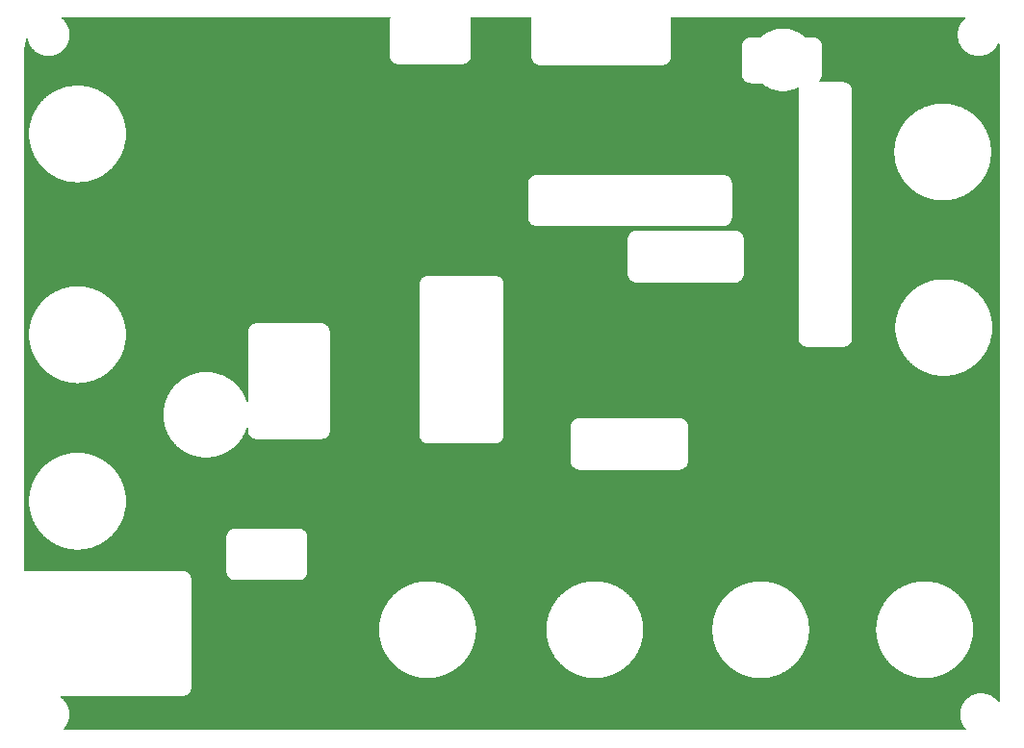
<source format=gtl>
G04 MADE WITH FRITZING*
G04 WWW.FRITZING.ORG*
G04 DOUBLE SIDED*
G04 HOLES PLATED*
G04 CONTOUR ON CENTER OF CONTOUR VECTOR*
%ASAXBY*%
%FSLAX23Y23*%
%MOIN*%
%OFA0B0*%
%SFA1.0B1.0*%
%ADD10C,0.075000*%
%ADD11R,0.001000X0.001000*%
%LNCOPPER1*%
G90*
G70*
G54D10*
X77Y2327D03*
G54D11*
X160Y2502D02*
X1297Y2502D01*
X1576Y2502D02*
X1786Y2502D01*
X2270Y2502D02*
X3289Y2502D01*
X159Y2501D02*
X1298Y2501D01*
X1575Y2501D02*
X1787Y2501D01*
X2269Y2501D02*
X3290Y2501D01*
X159Y2500D02*
X1298Y2500D01*
X1575Y2500D02*
X1787Y2500D01*
X2269Y2500D02*
X3290Y2500D01*
X159Y2499D02*
X1298Y2499D01*
X1575Y2499D02*
X1787Y2499D01*
X2269Y2499D02*
X3290Y2499D01*
X160Y2498D02*
X1298Y2498D01*
X1576Y2498D02*
X1787Y2498D01*
X2269Y2498D02*
X3289Y2498D01*
X161Y2497D02*
X1297Y2497D01*
X1576Y2497D02*
X1787Y2497D01*
X2270Y2497D02*
X3288Y2497D01*
X162Y2496D02*
X1297Y2496D01*
X1576Y2496D02*
X1787Y2496D01*
X2270Y2496D02*
X3287Y2496D01*
X164Y2495D02*
X1297Y2495D01*
X1577Y2495D02*
X1786Y2495D01*
X2270Y2495D02*
X3286Y2495D01*
X165Y2494D02*
X1297Y2494D01*
X1577Y2494D02*
X1786Y2494D01*
X2270Y2494D02*
X3285Y2494D01*
X166Y2493D02*
X1296Y2493D01*
X1577Y2493D02*
X1786Y2493D01*
X2270Y2493D02*
X3284Y2493D01*
X167Y2492D02*
X1296Y2492D01*
X1577Y2492D02*
X1786Y2492D01*
X2270Y2492D02*
X3283Y2492D01*
X168Y2491D02*
X1296Y2491D01*
X1577Y2491D02*
X1786Y2491D01*
X2270Y2491D02*
X3282Y2491D01*
X169Y2490D02*
X1296Y2490D01*
X1577Y2490D02*
X1786Y2490D01*
X2270Y2490D02*
X3281Y2490D01*
X169Y2489D02*
X1296Y2489D01*
X1577Y2489D02*
X1786Y2489D01*
X2270Y2489D02*
X3280Y2489D01*
X170Y2488D02*
X1296Y2488D01*
X1577Y2488D02*
X1786Y2488D01*
X2270Y2488D02*
X3279Y2488D01*
X171Y2487D02*
X1296Y2487D01*
X1577Y2487D02*
X1786Y2487D01*
X2270Y2487D02*
X3278Y2487D01*
X172Y2486D02*
X1296Y2486D01*
X1577Y2486D02*
X1786Y2486D01*
X2270Y2486D02*
X3278Y2486D01*
X173Y2485D02*
X1296Y2485D01*
X1577Y2485D02*
X1786Y2485D01*
X2270Y2485D02*
X3277Y2485D01*
X173Y2484D02*
X1296Y2484D01*
X1577Y2484D02*
X1786Y2484D01*
X2270Y2484D02*
X3276Y2484D01*
X174Y2483D02*
X1296Y2483D01*
X1577Y2483D02*
X1786Y2483D01*
X2270Y2483D02*
X3275Y2483D01*
X175Y2482D02*
X1296Y2482D01*
X1577Y2482D02*
X1786Y2482D01*
X2270Y2482D02*
X3275Y2482D01*
X176Y2481D02*
X1296Y2481D01*
X1577Y2481D02*
X1786Y2481D01*
X2270Y2481D02*
X3274Y2481D01*
X176Y2480D02*
X1296Y2480D01*
X1577Y2480D02*
X1786Y2480D01*
X2270Y2480D02*
X3273Y2480D01*
X177Y2479D02*
X1296Y2479D01*
X1577Y2479D02*
X1786Y2479D01*
X2270Y2479D02*
X3273Y2479D01*
X177Y2478D02*
X1296Y2478D01*
X1577Y2478D02*
X1786Y2478D01*
X2270Y2478D02*
X3272Y2478D01*
X178Y2477D02*
X1296Y2477D01*
X1577Y2477D02*
X1786Y2477D01*
X2270Y2477D02*
X3272Y2477D01*
X179Y2476D02*
X1296Y2476D01*
X1577Y2476D02*
X1786Y2476D01*
X2270Y2476D02*
X3271Y2476D01*
X179Y2475D02*
X1296Y2475D01*
X1577Y2475D02*
X1786Y2475D01*
X2270Y2475D02*
X3271Y2475D01*
X179Y2474D02*
X1296Y2474D01*
X1577Y2474D02*
X1786Y2474D01*
X2270Y2474D02*
X3270Y2474D01*
X180Y2473D02*
X1296Y2473D01*
X1577Y2473D02*
X1786Y2473D01*
X2270Y2473D02*
X3270Y2473D01*
X180Y2472D02*
X1296Y2472D01*
X1577Y2472D02*
X1786Y2472D01*
X2270Y2472D02*
X3269Y2472D01*
X181Y2471D02*
X1296Y2471D01*
X1577Y2471D02*
X1786Y2471D01*
X2270Y2471D02*
X3269Y2471D01*
X181Y2470D02*
X1296Y2470D01*
X1577Y2470D02*
X1786Y2470D01*
X2270Y2470D02*
X3268Y2470D01*
X182Y2469D02*
X1296Y2469D01*
X1577Y2469D02*
X1786Y2469D01*
X2270Y2469D02*
X3268Y2469D01*
X182Y2468D02*
X1296Y2468D01*
X1577Y2468D02*
X1786Y2468D01*
X2270Y2468D02*
X3267Y2468D01*
X183Y2467D02*
X1296Y2467D01*
X1577Y2467D02*
X1786Y2467D01*
X2270Y2467D02*
X3267Y2467D01*
X183Y2466D02*
X1296Y2466D01*
X1577Y2466D02*
X1786Y2466D01*
X2270Y2466D02*
X3267Y2466D01*
X183Y2465D02*
X1296Y2465D01*
X1577Y2465D02*
X1786Y2465D01*
X2270Y2465D02*
X3266Y2465D01*
X184Y2464D02*
X1296Y2464D01*
X1577Y2464D02*
X1786Y2464D01*
X2270Y2464D02*
X3266Y2464D01*
X184Y2463D02*
X1296Y2463D01*
X1577Y2463D02*
X1786Y2463D01*
X2270Y2463D02*
X2653Y2463D01*
X2662Y2463D02*
X3266Y2463D01*
X184Y2462D02*
X1296Y2462D01*
X1577Y2462D02*
X1786Y2462D01*
X2270Y2462D02*
X2641Y2462D01*
X2674Y2462D02*
X3265Y2462D01*
X185Y2461D02*
X1296Y2461D01*
X1577Y2461D02*
X1786Y2461D01*
X2270Y2461D02*
X2636Y2461D01*
X2679Y2461D02*
X3265Y2461D01*
X185Y2460D02*
X1296Y2460D01*
X1577Y2460D02*
X1786Y2460D01*
X2270Y2460D02*
X2631Y2460D01*
X2684Y2460D02*
X3265Y2460D01*
X185Y2459D02*
X1296Y2459D01*
X1577Y2459D02*
X1786Y2459D01*
X2270Y2459D02*
X2627Y2459D01*
X2687Y2459D02*
X3265Y2459D01*
X185Y2458D02*
X1296Y2458D01*
X1577Y2458D02*
X1786Y2458D01*
X2270Y2458D02*
X2624Y2458D01*
X2691Y2458D02*
X3264Y2458D01*
X186Y2457D02*
X1296Y2457D01*
X1577Y2457D02*
X1786Y2457D01*
X2270Y2457D02*
X2621Y2457D01*
X2694Y2457D02*
X3264Y2457D01*
X186Y2456D02*
X1296Y2456D01*
X1577Y2456D02*
X1786Y2456D01*
X2270Y2456D02*
X2618Y2456D01*
X2697Y2456D02*
X3264Y2456D01*
X186Y2455D02*
X1296Y2455D01*
X1577Y2455D02*
X1786Y2455D01*
X2270Y2455D02*
X2616Y2455D01*
X2699Y2455D02*
X3264Y2455D01*
X186Y2454D02*
X1296Y2454D01*
X1577Y2454D02*
X1786Y2454D01*
X2270Y2454D02*
X2614Y2454D01*
X2701Y2454D02*
X3263Y2454D01*
X186Y2453D02*
X1296Y2453D01*
X1577Y2453D02*
X1786Y2453D01*
X2270Y2453D02*
X2611Y2453D01*
X2704Y2453D02*
X3263Y2453D01*
X186Y2452D02*
X1296Y2452D01*
X1577Y2452D02*
X1786Y2452D01*
X2270Y2452D02*
X2609Y2452D01*
X2706Y2452D02*
X3263Y2452D01*
X187Y2451D02*
X1296Y2451D01*
X1577Y2451D02*
X1786Y2451D01*
X2270Y2451D02*
X2607Y2451D01*
X2708Y2451D02*
X3263Y2451D01*
X187Y2450D02*
X1296Y2450D01*
X1577Y2450D02*
X1786Y2450D01*
X2270Y2450D02*
X2605Y2450D01*
X2710Y2450D02*
X3263Y2450D01*
X187Y2449D02*
X1296Y2449D01*
X1577Y2449D02*
X1786Y2449D01*
X2270Y2449D02*
X2603Y2449D01*
X2711Y2449D02*
X3263Y2449D01*
X187Y2448D02*
X1296Y2448D01*
X1577Y2448D02*
X1786Y2448D01*
X2270Y2448D02*
X2602Y2448D01*
X2713Y2448D02*
X3263Y2448D01*
X187Y2447D02*
X1296Y2447D01*
X1577Y2447D02*
X1786Y2447D01*
X2270Y2447D02*
X2600Y2447D01*
X2715Y2447D02*
X3263Y2447D01*
X187Y2446D02*
X1296Y2446D01*
X1577Y2446D02*
X1786Y2446D01*
X2270Y2446D02*
X2598Y2446D01*
X2717Y2446D02*
X3262Y2446D01*
X187Y2445D02*
X1296Y2445D01*
X1577Y2445D02*
X1786Y2445D01*
X2270Y2445D02*
X2597Y2445D01*
X2718Y2445D02*
X3262Y2445D01*
X187Y2444D02*
X1296Y2444D01*
X1577Y2444D02*
X1786Y2444D01*
X2270Y2444D02*
X2595Y2444D01*
X2719Y2444D02*
X3262Y2444D01*
X187Y2443D02*
X1296Y2443D01*
X1577Y2443D02*
X1786Y2443D01*
X2270Y2443D02*
X2594Y2443D01*
X2721Y2443D02*
X3262Y2443D01*
X187Y2442D02*
X1296Y2442D01*
X1577Y2442D02*
X1786Y2442D01*
X2270Y2442D02*
X2593Y2442D01*
X2722Y2442D02*
X3262Y2442D01*
X187Y2441D02*
X1296Y2441D01*
X1577Y2441D02*
X1786Y2441D01*
X2270Y2441D02*
X2591Y2441D01*
X2724Y2441D02*
X3262Y2441D01*
X187Y2440D02*
X1296Y2440D01*
X1577Y2440D02*
X1786Y2440D01*
X2270Y2440D02*
X2590Y2440D01*
X2725Y2440D02*
X3262Y2440D01*
X187Y2439D02*
X1296Y2439D01*
X1577Y2439D02*
X1786Y2439D01*
X2270Y2439D02*
X2589Y2439D01*
X2726Y2439D02*
X3262Y2439D01*
X187Y2438D02*
X1296Y2438D01*
X1577Y2438D02*
X1786Y2438D01*
X2270Y2438D02*
X2587Y2438D01*
X2728Y2438D02*
X3262Y2438D01*
X187Y2437D02*
X1296Y2437D01*
X1577Y2437D02*
X1786Y2437D01*
X2270Y2437D02*
X2586Y2437D01*
X2729Y2437D02*
X3262Y2437D01*
X187Y2436D02*
X1296Y2436D01*
X1577Y2436D02*
X1786Y2436D01*
X2270Y2436D02*
X2585Y2436D01*
X2730Y2436D02*
X3262Y2436D01*
X187Y2435D02*
X1296Y2435D01*
X1577Y2435D02*
X1786Y2435D01*
X2270Y2435D02*
X2584Y2435D01*
X2731Y2435D02*
X3263Y2435D01*
X187Y2434D02*
X1296Y2434D01*
X1577Y2434D02*
X1786Y2434D01*
X2270Y2434D02*
X2583Y2434D01*
X2732Y2434D02*
X3263Y2434D01*
X187Y2433D02*
X1296Y2433D01*
X1577Y2433D02*
X1786Y2433D01*
X2270Y2433D02*
X2582Y2433D01*
X2733Y2433D02*
X3263Y2433D01*
X187Y2432D02*
X1296Y2432D01*
X1577Y2432D02*
X1786Y2432D01*
X2270Y2432D02*
X2541Y2432D01*
X2767Y2432D02*
X3263Y2432D01*
X187Y2431D02*
X1296Y2431D01*
X1577Y2431D02*
X1786Y2431D01*
X2270Y2431D02*
X2537Y2431D01*
X2771Y2431D02*
X3263Y2431D01*
X186Y2430D02*
X1296Y2430D01*
X1577Y2430D02*
X1786Y2430D01*
X2270Y2430D02*
X2534Y2430D01*
X2774Y2430D02*
X3263Y2430D01*
X186Y2429D02*
X1296Y2429D01*
X1577Y2429D02*
X1786Y2429D01*
X2270Y2429D02*
X2532Y2429D01*
X2776Y2429D02*
X3263Y2429D01*
X38Y2428D02*
X41Y2428D01*
X186Y2428D02*
X1296Y2428D01*
X1577Y2428D02*
X1786Y2428D01*
X2270Y2428D02*
X2530Y2428D01*
X2778Y2428D02*
X3263Y2428D01*
X37Y2427D02*
X41Y2427D01*
X186Y2427D02*
X1296Y2427D01*
X1577Y2427D02*
X1786Y2427D01*
X2270Y2427D02*
X2528Y2427D01*
X2780Y2427D02*
X3264Y2427D01*
X37Y2426D02*
X41Y2426D01*
X186Y2426D02*
X1296Y2426D01*
X1577Y2426D02*
X1786Y2426D01*
X2270Y2426D02*
X2527Y2426D01*
X2781Y2426D02*
X3264Y2426D01*
X37Y2425D02*
X42Y2425D01*
X186Y2425D02*
X1296Y2425D01*
X1577Y2425D02*
X1786Y2425D01*
X2270Y2425D02*
X2526Y2425D01*
X2782Y2425D02*
X3264Y2425D01*
X36Y2424D02*
X42Y2424D01*
X185Y2424D02*
X1296Y2424D01*
X1577Y2424D02*
X1786Y2424D01*
X2270Y2424D02*
X2525Y2424D01*
X2783Y2424D02*
X3264Y2424D01*
X36Y2423D02*
X42Y2423D01*
X185Y2423D02*
X1296Y2423D01*
X1577Y2423D02*
X1786Y2423D01*
X2270Y2423D02*
X2524Y2423D01*
X2784Y2423D02*
X3265Y2423D01*
X36Y2422D02*
X42Y2422D01*
X185Y2422D02*
X1296Y2422D01*
X1577Y2422D02*
X1786Y2422D01*
X2270Y2422D02*
X2523Y2422D01*
X2785Y2422D02*
X3265Y2422D01*
X36Y2421D02*
X43Y2421D01*
X185Y2421D02*
X1296Y2421D01*
X1577Y2421D02*
X1786Y2421D01*
X2270Y2421D02*
X2522Y2421D01*
X2786Y2421D02*
X3265Y2421D01*
X35Y2420D02*
X43Y2420D01*
X184Y2420D02*
X1296Y2420D01*
X1577Y2420D02*
X1786Y2420D01*
X2270Y2420D02*
X2521Y2420D01*
X2787Y2420D02*
X3265Y2420D01*
X35Y2419D02*
X43Y2419D01*
X184Y2419D02*
X1296Y2419D01*
X1577Y2419D02*
X1786Y2419D01*
X2270Y2419D02*
X2520Y2419D01*
X2788Y2419D02*
X3266Y2419D01*
X35Y2418D02*
X44Y2418D01*
X184Y2418D02*
X1296Y2418D01*
X1577Y2418D02*
X1786Y2418D01*
X2270Y2418D02*
X2520Y2418D01*
X2788Y2418D02*
X3266Y2418D01*
X35Y2417D02*
X44Y2417D01*
X183Y2417D02*
X1296Y2417D01*
X1577Y2417D02*
X1786Y2417D01*
X2270Y2417D02*
X2519Y2417D01*
X2789Y2417D02*
X3266Y2417D01*
X34Y2416D02*
X44Y2416D01*
X183Y2416D02*
X1296Y2416D01*
X1577Y2416D02*
X1786Y2416D01*
X2270Y2416D02*
X2519Y2416D01*
X2789Y2416D02*
X3267Y2416D01*
X34Y2415D02*
X45Y2415D01*
X183Y2415D02*
X1296Y2415D01*
X1577Y2415D02*
X1786Y2415D01*
X2270Y2415D02*
X2518Y2415D01*
X2790Y2415D02*
X3267Y2415D01*
X34Y2414D02*
X45Y2414D01*
X182Y2414D02*
X1296Y2414D01*
X1577Y2414D02*
X1786Y2414D01*
X2270Y2414D02*
X2518Y2414D01*
X2790Y2414D02*
X3267Y2414D01*
X34Y2413D02*
X45Y2413D01*
X182Y2413D02*
X1296Y2413D01*
X1577Y2413D02*
X1786Y2413D01*
X2270Y2413D02*
X2517Y2413D01*
X2791Y2413D02*
X3268Y2413D01*
X33Y2412D02*
X46Y2412D01*
X181Y2412D02*
X1296Y2412D01*
X1577Y2412D02*
X1786Y2412D01*
X2270Y2412D02*
X2517Y2412D01*
X2791Y2412D02*
X3268Y2412D01*
X3405Y2412D02*
X3405Y2412D01*
X33Y2411D02*
X46Y2411D01*
X181Y2411D02*
X1296Y2411D01*
X1577Y2411D02*
X1786Y2411D01*
X2270Y2411D02*
X2517Y2411D01*
X2791Y2411D02*
X3269Y2411D01*
X3403Y2411D02*
X3407Y2411D01*
X33Y2410D02*
X47Y2410D01*
X180Y2410D02*
X1296Y2410D01*
X1577Y2410D02*
X1786Y2410D01*
X2270Y2410D02*
X2516Y2410D01*
X2792Y2410D02*
X3269Y2410D01*
X3403Y2410D02*
X3407Y2410D01*
X33Y2409D02*
X47Y2409D01*
X180Y2409D02*
X1296Y2409D01*
X1577Y2409D02*
X1786Y2409D01*
X2270Y2409D02*
X2516Y2409D01*
X2792Y2409D02*
X3270Y2409D01*
X3402Y2409D02*
X3407Y2409D01*
X33Y2408D02*
X48Y2408D01*
X179Y2408D02*
X1296Y2408D01*
X1577Y2408D02*
X1786Y2408D01*
X2270Y2408D02*
X2516Y2408D01*
X2792Y2408D02*
X3270Y2408D01*
X3402Y2408D02*
X3407Y2408D01*
X32Y2407D02*
X48Y2407D01*
X179Y2407D02*
X1296Y2407D01*
X1577Y2407D02*
X1786Y2407D01*
X2270Y2407D02*
X2516Y2407D01*
X2792Y2407D02*
X3271Y2407D01*
X3401Y2407D02*
X3408Y2407D01*
X32Y2406D02*
X49Y2406D01*
X178Y2406D02*
X1296Y2406D01*
X1577Y2406D02*
X1786Y2406D01*
X2270Y2406D02*
X2516Y2406D01*
X2793Y2406D02*
X3271Y2406D01*
X3401Y2406D02*
X3408Y2406D01*
X32Y2405D02*
X49Y2405D01*
X178Y2405D02*
X1296Y2405D01*
X1577Y2405D02*
X1786Y2405D01*
X2270Y2405D02*
X2515Y2405D01*
X2793Y2405D02*
X3272Y2405D01*
X3400Y2405D02*
X3408Y2405D01*
X32Y2404D02*
X50Y2404D01*
X177Y2404D02*
X1296Y2404D01*
X1577Y2404D02*
X1786Y2404D01*
X2270Y2404D02*
X2515Y2404D01*
X2793Y2404D02*
X3272Y2404D01*
X3400Y2404D02*
X3408Y2404D01*
X32Y2403D02*
X51Y2403D01*
X177Y2403D02*
X1296Y2403D01*
X1577Y2403D02*
X1786Y2403D01*
X2270Y2403D02*
X2515Y2403D01*
X2793Y2403D02*
X3273Y2403D01*
X3399Y2403D02*
X3408Y2403D01*
X32Y2402D02*
X51Y2402D01*
X176Y2402D02*
X1296Y2402D01*
X1577Y2402D02*
X1786Y2402D01*
X2270Y2402D02*
X2515Y2402D01*
X2793Y2402D02*
X3274Y2402D01*
X3398Y2402D02*
X3408Y2402D01*
X32Y2401D02*
X52Y2401D01*
X175Y2401D02*
X1296Y2401D01*
X1577Y2401D02*
X1786Y2401D01*
X2270Y2401D02*
X2515Y2401D01*
X2793Y2401D02*
X3274Y2401D01*
X3398Y2401D02*
X3408Y2401D01*
X32Y2400D02*
X52Y2400D01*
X175Y2400D02*
X1296Y2400D01*
X1577Y2400D02*
X1786Y2400D01*
X2270Y2400D02*
X2515Y2400D01*
X2793Y2400D02*
X3275Y2400D01*
X3397Y2400D02*
X3408Y2400D01*
X31Y2399D02*
X53Y2399D01*
X174Y2399D02*
X1296Y2399D01*
X1577Y2399D02*
X1786Y2399D01*
X2270Y2399D02*
X2515Y2399D01*
X2793Y2399D02*
X3276Y2399D01*
X3396Y2399D02*
X3408Y2399D01*
X31Y2398D02*
X54Y2398D01*
X173Y2398D02*
X1296Y2398D01*
X1577Y2398D02*
X1786Y2398D01*
X2270Y2398D02*
X2515Y2398D01*
X2793Y2398D02*
X3276Y2398D01*
X3396Y2398D02*
X3409Y2398D01*
X31Y2397D02*
X55Y2397D01*
X173Y2397D02*
X1296Y2397D01*
X1577Y2397D02*
X1786Y2397D01*
X2270Y2397D02*
X2515Y2397D01*
X2793Y2397D02*
X3277Y2397D01*
X3395Y2397D02*
X3409Y2397D01*
X31Y2396D02*
X55Y2396D01*
X172Y2396D02*
X1296Y2396D01*
X1577Y2396D02*
X1786Y2396D01*
X2270Y2396D02*
X2515Y2396D01*
X2793Y2396D02*
X3278Y2396D01*
X3394Y2396D02*
X3409Y2396D01*
X31Y2395D02*
X56Y2395D01*
X171Y2395D02*
X1296Y2395D01*
X1577Y2395D02*
X1786Y2395D01*
X2270Y2395D02*
X2515Y2395D01*
X2793Y2395D02*
X3279Y2395D01*
X3393Y2395D02*
X3409Y2395D01*
X31Y2394D02*
X57Y2394D01*
X170Y2394D02*
X1296Y2394D01*
X1577Y2394D02*
X1786Y2394D01*
X2270Y2394D02*
X2515Y2394D01*
X2793Y2394D02*
X3279Y2394D01*
X3393Y2394D02*
X3409Y2394D01*
X31Y2393D02*
X58Y2393D01*
X169Y2393D02*
X1296Y2393D01*
X1577Y2393D02*
X1786Y2393D01*
X2270Y2393D02*
X2515Y2393D01*
X2793Y2393D02*
X3280Y2393D01*
X3392Y2393D02*
X3409Y2393D01*
X31Y2392D02*
X59Y2392D01*
X168Y2392D02*
X1296Y2392D01*
X1577Y2392D02*
X1786Y2392D01*
X2270Y2392D02*
X2515Y2392D01*
X2793Y2392D02*
X3281Y2392D01*
X3391Y2392D02*
X3409Y2392D01*
X31Y2391D02*
X60Y2391D01*
X168Y2391D02*
X1296Y2391D01*
X1577Y2391D02*
X1786Y2391D01*
X2270Y2391D02*
X2515Y2391D01*
X2793Y2391D02*
X3282Y2391D01*
X3390Y2391D02*
X3409Y2391D01*
X31Y2390D02*
X61Y2390D01*
X167Y2390D02*
X1296Y2390D01*
X1577Y2390D02*
X1786Y2390D01*
X2270Y2390D02*
X2515Y2390D01*
X2793Y2390D02*
X3283Y2390D01*
X3389Y2390D02*
X3409Y2390D01*
X31Y2389D02*
X62Y2389D01*
X166Y2389D02*
X1296Y2389D01*
X1577Y2389D02*
X1786Y2389D01*
X2270Y2389D02*
X2515Y2389D01*
X2793Y2389D02*
X3284Y2389D01*
X3388Y2389D02*
X3409Y2389D01*
X31Y2388D02*
X63Y2388D01*
X165Y2388D02*
X1296Y2388D01*
X1577Y2388D02*
X1786Y2388D01*
X2270Y2388D02*
X2515Y2388D01*
X2793Y2388D02*
X3285Y2388D01*
X3387Y2388D02*
X3409Y2388D01*
X31Y2387D02*
X64Y2387D01*
X163Y2387D02*
X1296Y2387D01*
X1577Y2387D02*
X1786Y2387D01*
X2270Y2387D02*
X2515Y2387D01*
X2793Y2387D02*
X3286Y2387D01*
X3386Y2387D02*
X3409Y2387D01*
X31Y2386D02*
X65Y2386D01*
X162Y2386D02*
X1296Y2386D01*
X1577Y2386D02*
X1786Y2386D01*
X2270Y2386D02*
X2515Y2386D01*
X2793Y2386D02*
X3287Y2386D01*
X3385Y2386D02*
X3409Y2386D01*
X31Y2385D02*
X66Y2385D01*
X161Y2385D02*
X1296Y2385D01*
X1577Y2385D02*
X1786Y2385D01*
X2270Y2385D02*
X2515Y2385D01*
X2793Y2385D02*
X3288Y2385D01*
X3384Y2385D02*
X3409Y2385D01*
X31Y2384D02*
X67Y2384D01*
X160Y2384D02*
X1296Y2384D01*
X1577Y2384D02*
X1786Y2384D01*
X2270Y2384D02*
X2515Y2384D01*
X2793Y2384D02*
X3290Y2384D01*
X3382Y2384D02*
X3409Y2384D01*
X31Y2383D02*
X69Y2383D01*
X159Y2383D02*
X1296Y2383D01*
X1577Y2383D02*
X1786Y2383D01*
X2270Y2383D02*
X2515Y2383D01*
X2793Y2383D02*
X3291Y2383D01*
X3381Y2383D02*
X3409Y2383D01*
X31Y2382D02*
X70Y2382D01*
X157Y2382D02*
X1296Y2382D01*
X1577Y2382D02*
X1786Y2382D01*
X2270Y2382D02*
X2515Y2382D01*
X2793Y2382D02*
X3292Y2382D01*
X3380Y2382D02*
X3409Y2382D01*
X31Y2381D02*
X71Y2381D01*
X156Y2381D02*
X1296Y2381D01*
X1577Y2381D02*
X1786Y2381D01*
X2270Y2381D02*
X2515Y2381D01*
X2793Y2381D02*
X3294Y2381D01*
X3378Y2381D02*
X3409Y2381D01*
X31Y2380D02*
X73Y2380D01*
X155Y2380D02*
X1296Y2380D01*
X1577Y2380D02*
X1786Y2380D01*
X2270Y2380D02*
X2515Y2380D01*
X2793Y2380D02*
X3295Y2380D01*
X3377Y2380D02*
X3409Y2380D01*
X31Y2379D02*
X74Y2379D01*
X153Y2379D02*
X1296Y2379D01*
X1577Y2379D02*
X1786Y2379D01*
X2270Y2379D02*
X2515Y2379D01*
X2793Y2379D02*
X3297Y2379D01*
X3375Y2379D02*
X3409Y2379D01*
X31Y2378D02*
X76Y2378D01*
X151Y2378D02*
X1296Y2378D01*
X1577Y2378D02*
X1786Y2378D01*
X2270Y2378D02*
X2515Y2378D01*
X2793Y2378D02*
X3298Y2378D01*
X3374Y2378D02*
X3409Y2378D01*
X31Y2377D02*
X78Y2377D01*
X150Y2377D02*
X1296Y2377D01*
X1577Y2377D02*
X1786Y2377D01*
X2270Y2377D02*
X2515Y2377D01*
X2793Y2377D02*
X3300Y2377D01*
X3372Y2377D02*
X3409Y2377D01*
X31Y2376D02*
X80Y2376D01*
X148Y2376D02*
X1296Y2376D01*
X1577Y2376D02*
X1786Y2376D01*
X2270Y2376D02*
X2515Y2376D01*
X2793Y2376D02*
X3302Y2376D01*
X3370Y2376D02*
X3409Y2376D01*
X31Y2375D02*
X82Y2375D01*
X146Y2375D02*
X1296Y2375D01*
X1577Y2375D02*
X1786Y2375D01*
X2270Y2375D02*
X2515Y2375D01*
X2793Y2375D02*
X3304Y2375D01*
X3368Y2375D02*
X3409Y2375D01*
X31Y2374D02*
X84Y2374D01*
X144Y2374D02*
X1296Y2374D01*
X1577Y2374D02*
X1786Y2374D01*
X2270Y2374D02*
X2515Y2374D01*
X2793Y2374D02*
X3306Y2374D01*
X3366Y2374D02*
X3409Y2374D01*
X31Y2373D02*
X86Y2373D01*
X141Y2373D02*
X1296Y2373D01*
X1577Y2373D02*
X1786Y2373D01*
X2270Y2373D02*
X2515Y2373D01*
X2793Y2373D02*
X3309Y2373D01*
X3364Y2373D02*
X3409Y2373D01*
X31Y2372D02*
X89Y2372D01*
X138Y2372D02*
X1296Y2372D01*
X1577Y2372D02*
X1786Y2372D01*
X2270Y2372D02*
X2515Y2372D01*
X2793Y2372D02*
X3311Y2372D01*
X3361Y2372D02*
X3409Y2372D01*
X31Y2371D02*
X92Y2371D01*
X135Y2371D02*
X1296Y2371D01*
X1577Y2371D02*
X1786Y2371D01*
X2270Y2371D02*
X2515Y2371D01*
X2793Y2371D02*
X3314Y2371D01*
X3358Y2371D02*
X3409Y2371D01*
X31Y2370D02*
X95Y2370D01*
X132Y2370D02*
X1296Y2370D01*
X1577Y2370D02*
X1786Y2370D01*
X2270Y2370D02*
X2515Y2370D01*
X2793Y2370D02*
X3318Y2370D01*
X3354Y2370D02*
X3409Y2370D01*
X31Y2369D02*
X100Y2369D01*
X127Y2369D02*
X1296Y2369D01*
X1577Y2369D02*
X1786Y2369D01*
X2270Y2369D02*
X2515Y2369D01*
X2793Y2369D02*
X3322Y2369D01*
X3349Y2369D02*
X3409Y2369D01*
X31Y2368D02*
X109Y2368D01*
X118Y2368D02*
X1296Y2368D01*
X1577Y2368D02*
X1786Y2368D01*
X2270Y2368D02*
X2515Y2368D01*
X2793Y2368D02*
X3331Y2368D01*
X3341Y2368D02*
X3409Y2368D01*
X31Y2367D02*
X1296Y2367D01*
X1577Y2367D02*
X1786Y2367D01*
X2270Y2367D02*
X2515Y2367D01*
X2793Y2367D02*
X3409Y2367D01*
X31Y2366D02*
X1296Y2366D01*
X1577Y2366D02*
X1786Y2366D01*
X2270Y2366D02*
X2515Y2366D01*
X2793Y2366D02*
X3409Y2366D01*
X31Y2365D02*
X1296Y2365D01*
X1577Y2365D02*
X1786Y2365D01*
X2270Y2365D02*
X2515Y2365D01*
X2793Y2365D02*
X3409Y2365D01*
X31Y2364D02*
X1296Y2364D01*
X1577Y2364D02*
X1786Y2364D01*
X2270Y2364D02*
X2515Y2364D01*
X2793Y2364D02*
X3409Y2364D01*
X31Y2363D02*
X1297Y2363D01*
X1577Y2363D02*
X1786Y2363D01*
X2270Y2363D02*
X2515Y2363D01*
X2793Y2363D02*
X3409Y2363D01*
X31Y2362D02*
X1297Y2362D01*
X1577Y2362D02*
X1787Y2362D01*
X2270Y2362D02*
X2515Y2362D01*
X2793Y2362D02*
X3409Y2362D01*
X31Y2361D02*
X1297Y2361D01*
X1576Y2361D02*
X1787Y2361D01*
X2270Y2361D02*
X2515Y2361D01*
X2793Y2361D02*
X3409Y2361D01*
X31Y2360D02*
X1297Y2360D01*
X1576Y2360D02*
X1787Y2360D01*
X2269Y2360D02*
X2515Y2360D01*
X2793Y2360D02*
X3409Y2360D01*
X31Y2359D02*
X1298Y2359D01*
X1576Y2359D02*
X1787Y2359D01*
X2269Y2359D02*
X2515Y2359D01*
X2793Y2359D02*
X3409Y2359D01*
X31Y2358D02*
X1298Y2358D01*
X1575Y2358D02*
X1787Y2358D01*
X2269Y2358D02*
X2515Y2358D01*
X2793Y2358D02*
X3409Y2358D01*
X31Y2357D02*
X1299Y2357D01*
X1575Y2357D02*
X1788Y2357D01*
X2269Y2357D02*
X2515Y2357D01*
X2793Y2357D02*
X3409Y2357D01*
X31Y2356D02*
X1299Y2356D01*
X1574Y2356D02*
X1788Y2356D01*
X2268Y2356D02*
X2515Y2356D01*
X2793Y2356D02*
X3409Y2356D01*
X31Y2355D02*
X1300Y2355D01*
X1574Y2355D02*
X1788Y2355D01*
X2268Y2355D02*
X2515Y2355D01*
X2793Y2355D02*
X3409Y2355D01*
X31Y2354D02*
X1300Y2354D01*
X1573Y2354D02*
X1789Y2354D01*
X2267Y2354D02*
X2515Y2354D01*
X2793Y2354D02*
X3409Y2354D01*
X31Y2353D02*
X1301Y2353D01*
X1573Y2353D02*
X1789Y2353D01*
X2267Y2353D02*
X2515Y2353D01*
X2793Y2353D02*
X3409Y2353D01*
X31Y2352D02*
X1301Y2352D01*
X1572Y2352D02*
X1790Y2352D01*
X2266Y2352D02*
X2515Y2352D01*
X2793Y2352D02*
X3409Y2352D01*
X31Y2351D02*
X1302Y2351D01*
X1571Y2351D02*
X1790Y2351D01*
X2266Y2351D02*
X2515Y2351D01*
X2793Y2351D02*
X3409Y2351D01*
X31Y2350D02*
X1303Y2350D01*
X1570Y2350D02*
X1791Y2350D01*
X2265Y2350D02*
X2515Y2350D01*
X2793Y2350D02*
X3409Y2350D01*
X31Y2349D02*
X1304Y2349D01*
X1570Y2349D02*
X1792Y2349D01*
X2265Y2349D02*
X2515Y2349D01*
X2793Y2349D02*
X3409Y2349D01*
X31Y2348D02*
X1305Y2348D01*
X1569Y2348D02*
X1792Y2348D01*
X2264Y2348D02*
X2515Y2348D01*
X2793Y2348D02*
X3409Y2348D01*
X31Y2347D02*
X1306Y2347D01*
X1568Y2347D02*
X1793Y2347D01*
X2263Y2347D02*
X2515Y2347D01*
X2793Y2347D02*
X3409Y2347D01*
X31Y2346D02*
X1307Y2346D01*
X1566Y2346D02*
X1794Y2346D01*
X2262Y2346D02*
X2515Y2346D01*
X2793Y2346D02*
X3409Y2346D01*
X31Y2345D02*
X1308Y2345D01*
X1565Y2345D02*
X1795Y2345D01*
X2261Y2345D02*
X2515Y2345D01*
X2793Y2345D02*
X3409Y2345D01*
X31Y2344D02*
X1310Y2344D01*
X1564Y2344D02*
X1796Y2344D01*
X2260Y2344D02*
X2515Y2344D01*
X2793Y2344D02*
X3409Y2344D01*
X31Y2343D02*
X1311Y2343D01*
X1562Y2343D02*
X1797Y2343D01*
X2259Y2343D02*
X2515Y2343D01*
X2793Y2343D02*
X3409Y2343D01*
X31Y2342D02*
X1313Y2342D01*
X1560Y2342D02*
X1799Y2342D01*
X2258Y2342D02*
X2515Y2342D01*
X2793Y2342D02*
X3409Y2342D01*
X31Y2341D02*
X1316Y2341D01*
X1558Y2341D02*
X1800Y2341D01*
X2256Y2341D02*
X2515Y2341D01*
X2793Y2341D02*
X3409Y2341D01*
X31Y2340D02*
X1319Y2340D01*
X1554Y2340D02*
X1802Y2340D01*
X2255Y2340D02*
X2515Y2340D01*
X2793Y2340D02*
X3409Y2340D01*
X31Y2339D02*
X1804Y2339D01*
X2253Y2339D02*
X2515Y2339D01*
X2793Y2339D02*
X3409Y2339D01*
X31Y2338D02*
X1806Y2338D01*
X2250Y2338D02*
X2515Y2338D01*
X2793Y2338D02*
X3409Y2338D01*
X31Y2337D02*
X1810Y2337D01*
X2246Y2337D02*
X2515Y2337D01*
X2793Y2337D02*
X3409Y2337D01*
X31Y2336D02*
X2515Y2336D01*
X2793Y2336D02*
X3409Y2336D01*
X31Y2335D02*
X2515Y2335D01*
X2793Y2335D02*
X3409Y2335D01*
X31Y2334D02*
X2515Y2334D01*
X2793Y2334D02*
X3409Y2334D01*
X31Y2333D02*
X2515Y2333D01*
X2793Y2333D02*
X3409Y2333D01*
X31Y2332D02*
X2515Y2332D01*
X2793Y2332D02*
X3409Y2332D01*
X31Y2331D02*
X2515Y2331D01*
X2793Y2331D02*
X3409Y2331D01*
X31Y2330D02*
X2515Y2330D01*
X2793Y2330D02*
X3409Y2330D01*
X31Y2329D02*
X2515Y2329D01*
X2793Y2329D02*
X3409Y2329D01*
X31Y2328D02*
X2515Y2328D01*
X2793Y2328D02*
X3409Y2328D01*
X31Y2327D02*
X2515Y2327D01*
X2793Y2327D02*
X3409Y2327D01*
X31Y2326D02*
X2515Y2326D01*
X2793Y2326D02*
X3409Y2326D01*
X31Y2325D02*
X2515Y2325D01*
X2793Y2325D02*
X3409Y2325D01*
X31Y2324D02*
X2515Y2324D01*
X2793Y2324D02*
X3409Y2324D01*
X31Y2323D02*
X2515Y2323D01*
X2793Y2323D02*
X3409Y2323D01*
X31Y2322D02*
X2515Y2322D01*
X2793Y2322D02*
X3409Y2322D01*
X31Y2321D02*
X2515Y2321D01*
X2793Y2321D02*
X3409Y2321D01*
X31Y2320D02*
X2515Y2320D01*
X2793Y2320D02*
X3409Y2320D01*
X31Y2319D02*
X2515Y2319D01*
X2793Y2319D02*
X3409Y2319D01*
X31Y2318D02*
X2515Y2318D01*
X2793Y2318D02*
X3409Y2318D01*
X31Y2317D02*
X2515Y2317D01*
X2793Y2317D02*
X3409Y2317D01*
X31Y2316D02*
X2515Y2316D01*
X2793Y2316D02*
X3409Y2316D01*
X31Y2315D02*
X2515Y2315D01*
X2793Y2315D02*
X3409Y2315D01*
X31Y2314D02*
X2515Y2314D01*
X2793Y2314D02*
X3409Y2314D01*
X31Y2313D02*
X2515Y2313D01*
X2793Y2313D02*
X3409Y2313D01*
X31Y2312D02*
X2515Y2312D01*
X2793Y2312D02*
X3409Y2312D01*
X31Y2311D02*
X2515Y2311D01*
X2793Y2311D02*
X3409Y2311D01*
X31Y2310D02*
X2515Y2310D01*
X2793Y2310D02*
X3409Y2310D01*
X31Y2309D02*
X2515Y2309D01*
X2793Y2309D02*
X3409Y2309D01*
X31Y2308D02*
X2515Y2308D01*
X2793Y2308D02*
X3409Y2308D01*
X31Y2307D02*
X2515Y2307D01*
X2793Y2307D02*
X3409Y2307D01*
X31Y2306D02*
X2515Y2306D01*
X2793Y2306D02*
X3409Y2306D01*
X31Y2305D02*
X2515Y2305D01*
X2793Y2305D02*
X3409Y2305D01*
X31Y2304D02*
X2515Y2304D01*
X2793Y2304D02*
X3409Y2304D01*
X31Y2303D02*
X2515Y2303D01*
X2793Y2303D02*
X3409Y2303D01*
X31Y2302D02*
X2515Y2302D01*
X2793Y2302D02*
X3409Y2302D01*
X31Y2301D02*
X2515Y2301D01*
X2793Y2301D02*
X3409Y2301D01*
X31Y2300D02*
X2516Y2300D01*
X2792Y2300D02*
X3409Y2300D01*
X31Y2299D02*
X2516Y2299D01*
X2792Y2299D02*
X3409Y2299D01*
X31Y2298D02*
X2516Y2298D01*
X2792Y2298D02*
X3409Y2298D01*
X31Y2297D02*
X2516Y2297D01*
X2792Y2297D02*
X3409Y2297D01*
X31Y2296D02*
X2516Y2296D01*
X2792Y2296D02*
X3409Y2296D01*
X31Y2295D02*
X2517Y2295D01*
X2791Y2295D02*
X3409Y2295D01*
X31Y2294D02*
X2517Y2294D01*
X2791Y2294D02*
X3409Y2294D01*
X31Y2293D02*
X2517Y2293D01*
X2791Y2293D02*
X3409Y2293D01*
X31Y2292D02*
X2518Y2292D01*
X2790Y2292D02*
X3409Y2292D01*
X31Y2291D02*
X2518Y2291D01*
X2790Y2291D02*
X3409Y2291D01*
X31Y2290D02*
X2519Y2290D01*
X2789Y2290D02*
X3409Y2290D01*
X31Y2289D02*
X2519Y2289D01*
X2789Y2289D02*
X3409Y2289D01*
X31Y2288D02*
X2520Y2288D01*
X2788Y2288D02*
X3409Y2288D01*
X31Y2287D02*
X2521Y2287D01*
X2787Y2287D02*
X3409Y2287D01*
X31Y2286D02*
X2521Y2286D01*
X2787Y2286D02*
X3409Y2286D01*
X31Y2285D02*
X2522Y2285D01*
X2786Y2285D02*
X3409Y2285D01*
X31Y2284D02*
X2523Y2284D01*
X2785Y2284D02*
X3409Y2284D01*
X31Y2283D02*
X2524Y2283D01*
X2784Y2283D02*
X3409Y2283D01*
X31Y2282D02*
X2525Y2282D01*
X2783Y2282D02*
X3409Y2282D01*
X31Y2281D02*
X2526Y2281D01*
X2782Y2281D02*
X3409Y2281D01*
X31Y2280D02*
X2527Y2280D01*
X2782Y2280D02*
X3409Y2280D01*
X31Y2279D02*
X2529Y2279D01*
X2782Y2279D02*
X3409Y2279D01*
X31Y2278D02*
X2530Y2278D01*
X2782Y2278D02*
X3409Y2278D01*
X31Y2277D02*
X2532Y2277D01*
X2870Y2277D02*
X3409Y2277D01*
X31Y2276D02*
X2534Y2276D01*
X2875Y2276D02*
X3409Y2276D01*
X31Y2275D02*
X2538Y2275D01*
X2878Y2275D02*
X3409Y2275D01*
X31Y2274D02*
X2547Y2274D01*
X2881Y2274D02*
X3409Y2274D01*
X31Y2273D02*
X2585Y2273D01*
X2882Y2273D02*
X3409Y2273D01*
X31Y2272D02*
X2587Y2272D01*
X2884Y2272D02*
X3409Y2272D01*
X31Y2271D02*
X2588Y2271D01*
X2885Y2271D02*
X3409Y2271D01*
X31Y2270D02*
X2589Y2270D01*
X2887Y2270D02*
X3409Y2270D01*
X31Y2269D02*
X2590Y2269D01*
X2888Y2269D02*
X3409Y2269D01*
X31Y2268D02*
X2592Y2268D01*
X2889Y2268D02*
X3409Y2268D01*
X31Y2267D02*
X2593Y2267D01*
X2890Y2267D02*
X3409Y2267D01*
X31Y2266D02*
X2594Y2266D01*
X2891Y2266D02*
X3409Y2266D01*
X31Y2265D02*
X205Y2265D01*
X224Y2265D02*
X2596Y2265D01*
X2891Y2265D02*
X3409Y2265D01*
X31Y2264D02*
X194Y2264D01*
X235Y2264D02*
X2597Y2264D01*
X2892Y2264D02*
X3409Y2264D01*
X31Y2263D02*
X187Y2263D01*
X242Y2263D02*
X2599Y2263D01*
X2893Y2263D02*
X3409Y2263D01*
X31Y2262D02*
X181Y2262D01*
X248Y2262D02*
X2600Y2262D01*
X2893Y2262D02*
X3409Y2262D01*
X31Y2261D02*
X177Y2261D01*
X252Y2261D02*
X2602Y2261D01*
X2894Y2261D02*
X3409Y2261D01*
X31Y2260D02*
X173Y2260D01*
X256Y2260D02*
X2604Y2260D01*
X2894Y2260D02*
X3409Y2260D01*
X31Y2259D02*
X169Y2259D01*
X260Y2259D02*
X2606Y2259D01*
X2709Y2259D02*
X2711Y2259D01*
X2895Y2259D02*
X3409Y2259D01*
X31Y2258D02*
X165Y2258D01*
X264Y2258D02*
X2608Y2258D01*
X2707Y2258D02*
X2712Y2258D01*
X2895Y2258D02*
X3409Y2258D01*
X31Y2257D02*
X162Y2257D01*
X267Y2257D02*
X2609Y2257D01*
X2706Y2257D02*
X2712Y2257D01*
X2896Y2257D02*
X3409Y2257D01*
X31Y2256D02*
X159Y2256D01*
X270Y2256D02*
X2611Y2256D01*
X2704Y2256D02*
X2712Y2256D01*
X2896Y2256D02*
X3409Y2256D01*
X31Y2255D02*
X157Y2255D01*
X272Y2255D02*
X2614Y2255D01*
X2701Y2255D02*
X2712Y2255D01*
X2896Y2255D02*
X3409Y2255D01*
X31Y2254D02*
X154Y2254D01*
X275Y2254D02*
X2616Y2254D01*
X2699Y2254D02*
X2712Y2254D01*
X2896Y2254D02*
X3409Y2254D01*
X31Y2253D02*
X151Y2253D01*
X278Y2253D02*
X2619Y2253D01*
X2696Y2253D02*
X2711Y2253D01*
X2897Y2253D02*
X3409Y2253D01*
X31Y2252D02*
X149Y2252D01*
X280Y2252D02*
X2621Y2252D01*
X2694Y2252D02*
X2711Y2252D01*
X2897Y2252D02*
X3409Y2252D01*
X31Y2251D02*
X147Y2251D01*
X283Y2251D02*
X2624Y2251D01*
X2691Y2251D02*
X2711Y2251D01*
X2897Y2251D02*
X3409Y2251D01*
X31Y2250D02*
X145Y2250D01*
X285Y2250D02*
X2628Y2250D01*
X2687Y2250D02*
X2711Y2250D01*
X2897Y2250D02*
X3409Y2250D01*
X31Y2249D02*
X142Y2249D01*
X287Y2249D02*
X2632Y2249D01*
X2683Y2249D02*
X2711Y2249D01*
X2897Y2249D02*
X3409Y2249D01*
X31Y2248D02*
X140Y2248D01*
X289Y2248D02*
X2636Y2248D01*
X2679Y2248D02*
X2711Y2248D01*
X2897Y2248D02*
X3409Y2248D01*
X31Y2247D02*
X138Y2247D01*
X291Y2247D02*
X2642Y2247D01*
X2673Y2247D02*
X2711Y2247D01*
X2897Y2247D02*
X3409Y2247D01*
X31Y2246D02*
X136Y2246D01*
X293Y2246D02*
X2654Y2246D01*
X2661Y2246D02*
X2711Y2246D01*
X2897Y2246D02*
X3409Y2246D01*
X31Y2245D02*
X134Y2245D01*
X295Y2245D02*
X2711Y2245D01*
X2897Y2245D02*
X3409Y2245D01*
X31Y2244D02*
X132Y2244D01*
X297Y2244D02*
X2711Y2244D01*
X2897Y2244D02*
X3409Y2244D01*
X31Y2243D02*
X131Y2243D01*
X298Y2243D02*
X2711Y2243D01*
X2897Y2243D02*
X3409Y2243D01*
X31Y2242D02*
X129Y2242D01*
X300Y2242D02*
X2711Y2242D01*
X2897Y2242D02*
X3409Y2242D01*
X31Y2241D02*
X127Y2241D01*
X302Y2241D02*
X2711Y2241D01*
X2897Y2241D02*
X3409Y2241D01*
X31Y2240D02*
X126Y2240D01*
X303Y2240D02*
X2711Y2240D01*
X2897Y2240D02*
X3409Y2240D01*
X31Y2239D02*
X124Y2239D01*
X305Y2239D02*
X2711Y2239D01*
X2897Y2239D02*
X3409Y2239D01*
X31Y2238D02*
X122Y2238D01*
X307Y2238D02*
X2711Y2238D01*
X2897Y2238D02*
X3409Y2238D01*
X31Y2237D02*
X121Y2237D01*
X308Y2237D02*
X2711Y2237D01*
X2897Y2237D02*
X3409Y2237D01*
X31Y2236D02*
X119Y2236D01*
X310Y2236D02*
X2711Y2236D01*
X2897Y2236D02*
X3409Y2236D01*
X31Y2235D02*
X118Y2235D01*
X311Y2235D02*
X2711Y2235D01*
X2897Y2235D02*
X3409Y2235D01*
X31Y2234D02*
X117Y2234D01*
X312Y2234D02*
X2711Y2234D01*
X2897Y2234D02*
X3409Y2234D01*
X31Y2233D02*
X115Y2233D01*
X314Y2233D02*
X2711Y2233D01*
X2897Y2233D02*
X3409Y2233D01*
X31Y2232D02*
X114Y2232D01*
X315Y2232D02*
X2711Y2232D01*
X2897Y2232D02*
X3409Y2232D01*
X31Y2231D02*
X113Y2231D01*
X316Y2231D02*
X2711Y2231D01*
X2897Y2231D02*
X3409Y2231D01*
X31Y2230D02*
X111Y2230D01*
X318Y2230D02*
X2711Y2230D01*
X2897Y2230D02*
X3409Y2230D01*
X31Y2229D02*
X110Y2229D01*
X319Y2229D02*
X2711Y2229D01*
X2897Y2229D02*
X3409Y2229D01*
X31Y2228D02*
X109Y2228D01*
X320Y2228D02*
X2711Y2228D01*
X2897Y2228D02*
X3409Y2228D01*
X31Y2227D02*
X107Y2227D01*
X322Y2227D02*
X2711Y2227D01*
X2897Y2227D02*
X3409Y2227D01*
X31Y2226D02*
X106Y2226D01*
X323Y2226D02*
X2711Y2226D01*
X2897Y2226D02*
X3409Y2226D01*
X31Y2225D02*
X105Y2225D01*
X324Y2225D02*
X2711Y2225D01*
X2897Y2225D02*
X3409Y2225D01*
X31Y2224D02*
X104Y2224D01*
X325Y2224D02*
X2711Y2224D01*
X2897Y2224D02*
X3409Y2224D01*
X31Y2223D02*
X103Y2223D01*
X326Y2223D02*
X2711Y2223D01*
X2897Y2223D02*
X3409Y2223D01*
X31Y2222D02*
X102Y2222D01*
X327Y2222D02*
X2711Y2222D01*
X2897Y2222D02*
X3409Y2222D01*
X31Y2221D02*
X101Y2221D01*
X328Y2221D02*
X2711Y2221D01*
X2897Y2221D02*
X3409Y2221D01*
X31Y2220D02*
X100Y2220D01*
X329Y2220D02*
X2711Y2220D01*
X2897Y2220D02*
X3409Y2220D01*
X31Y2219D02*
X99Y2219D01*
X331Y2219D02*
X2711Y2219D01*
X2897Y2219D02*
X3409Y2219D01*
X31Y2218D02*
X97Y2218D01*
X332Y2218D02*
X2711Y2218D01*
X2897Y2218D02*
X3409Y2218D01*
X31Y2217D02*
X96Y2217D01*
X333Y2217D02*
X2711Y2217D01*
X2897Y2217D02*
X3409Y2217D01*
X31Y2216D02*
X95Y2216D01*
X334Y2216D02*
X2711Y2216D01*
X2897Y2216D02*
X3409Y2216D01*
X31Y2215D02*
X94Y2215D01*
X335Y2215D02*
X2711Y2215D01*
X2897Y2215D02*
X3409Y2215D01*
X31Y2214D02*
X94Y2214D01*
X336Y2214D02*
X2711Y2214D01*
X2897Y2214D02*
X3409Y2214D01*
X31Y2213D02*
X93Y2213D01*
X337Y2213D02*
X2711Y2213D01*
X2897Y2213D02*
X3409Y2213D01*
X31Y2212D02*
X92Y2212D01*
X337Y2212D02*
X2711Y2212D01*
X2897Y2212D02*
X3409Y2212D01*
X31Y2211D02*
X91Y2211D01*
X338Y2211D02*
X2711Y2211D01*
X2897Y2211D02*
X3409Y2211D01*
X31Y2210D02*
X90Y2210D01*
X339Y2210D02*
X2711Y2210D01*
X2897Y2210D02*
X3409Y2210D01*
X31Y2209D02*
X89Y2209D01*
X340Y2209D02*
X2711Y2209D01*
X2897Y2209D02*
X3409Y2209D01*
X31Y2208D02*
X88Y2208D01*
X341Y2208D02*
X2711Y2208D01*
X2897Y2208D02*
X3409Y2208D01*
X31Y2207D02*
X87Y2207D01*
X342Y2207D02*
X2711Y2207D01*
X2897Y2207D02*
X3409Y2207D01*
X31Y2206D02*
X86Y2206D01*
X343Y2206D02*
X2711Y2206D01*
X2897Y2206D02*
X3409Y2206D01*
X31Y2205D02*
X85Y2205D01*
X344Y2205D02*
X2711Y2205D01*
X2897Y2205D02*
X3409Y2205D01*
X31Y2204D02*
X84Y2204D01*
X345Y2204D02*
X2711Y2204D01*
X2897Y2204D02*
X3409Y2204D01*
X31Y2203D02*
X84Y2203D01*
X345Y2203D02*
X2711Y2203D01*
X2897Y2203D02*
X3409Y2203D01*
X31Y2202D02*
X83Y2202D01*
X346Y2202D02*
X2711Y2202D01*
X2897Y2202D02*
X3198Y2202D01*
X3225Y2202D02*
X3409Y2202D01*
X31Y2201D02*
X82Y2201D01*
X347Y2201D02*
X2711Y2201D01*
X2897Y2201D02*
X3188Y2201D01*
X3234Y2201D02*
X3409Y2201D01*
X31Y2200D02*
X81Y2200D01*
X348Y2200D02*
X2711Y2200D01*
X2897Y2200D02*
X3182Y2200D01*
X3241Y2200D02*
X3409Y2200D01*
X31Y2199D02*
X81Y2199D01*
X348Y2199D02*
X2711Y2199D01*
X2897Y2199D02*
X3176Y2199D01*
X3246Y2199D02*
X3409Y2199D01*
X31Y2198D02*
X80Y2198D01*
X349Y2198D02*
X2711Y2198D01*
X2897Y2198D02*
X3172Y2198D01*
X3250Y2198D02*
X3409Y2198D01*
X31Y2197D02*
X79Y2197D01*
X350Y2197D02*
X2711Y2197D01*
X2897Y2197D02*
X3168Y2197D01*
X3254Y2197D02*
X3409Y2197D01*
X31Y2196D02*
X78Y2196D01*
X351Y2196D02*
X2711Y2196D01*
X2897Y2196D02*
X3165Y2196D01*
X3258Y2196D02*
X3409Y2196D01*
X31Y2195D02*
X78Y2195D01*
X351Y2195D02*
X2711Y2195D01*
X2897Y2195D02*
X3161Y2195D01*
X3262Y2195D02*
X3409Y2195D01*
X31Y2194D02*
X77Y2194D01*
X352Y2194D02*
X2711Y2194D01*
X2897Y2194D02*
X3158Y2194D01*
X3264Y2194D02*
X3409Y2194D01*
X31Y2193D02*
X76Y2193D01*
X353Y2193D02*
X2711Y2193D01*
X2897Y2193D02*
X3155Y2193D01*
X3267Y2193D02*
X3409Y2193D01*
X31Y2192D02*
X75Y2192D01*
X354Y2192D02*
X2711Y2192D01*
X2897Y2192D02*
X3153Y2192D01*
X3270Y2192D02*
X3409Y2192D01*
X31Y2191D02*
X75Y2191D01*
X354Y2191D02*
X2711Y2191D01*
X2897Y2191D02*
X3150Y2191D01*
X3273Y2191D02*
X3409Y2191D01*
X31Y2190D02*
X74Y2190D01*
X355Y2190D02*
X2711Y2190D01*
X2897Y2190D02*
X3147Y2190D01*
X3275Y2190D02*
X3409Y2190D01*
X31Y2189D02*
X74Y2189D01*
X356Y2189D02*
X2711Y2189D01*
X2897Y2189D02*
X3145Y2189D01*
X3278Y2189D02*
X3409Y2189D01*
X31Y2188D02*
X73Y2188D01*
X356Y2188D02*
X2711Y2188D01*
X2897Y2188D02*
X3143Y2188D01*
X3280Y2188D02*
X3409Y2188D01*
X31Y2187D02*
X72Y2187D01*
X357Y2187D02*
X2711Y2187D01*
X2897Y2187D02*
X3141Y2187D01*
X3282Y2187D02*
X3409Y2187D01*
X31Y2186D02*
X72Y2186D01*
X357Y2186D02*
X2711Y2186D01*
X2897Y2186D02*
X3138Y2186D01*
X3284Y2186D02*
X3409Y2186D01*
X31Y2185D02*
X71Y2185D01*
X358Y2185D02*
X2711Y2185D01*
X2897Y2185D02*
X3136Y2185D01*
X3286Y2185D02*
X3409Y2185D01*
X31Y2184D02*
X71Y2184D01*
X359Y2184D02*
X2711Y2184D01*
X2897Y2184D02*
X3134Y2184D01*
X3288Y2184D02*
X3409Y2184D01*
X31Y2183D02*
X70Y2183D01*
X359Y2183D02*
X2711Y2183D01*
X2897Y2183D02*
X3132Y2183D01*
X3290Y2183D02*
X3409Y2183D01*
X31Y2182D02*
X69Y2182D01*
X360Y2182D02*
X2711Y2182D01*
X2897Y2182D02*
X3130Y2182D01*
X3292Y2182D02*
X3409Y2182D01*
X31Y2181D02*
X69Y2181D01*
X360Y2181D02*
X2711Y2181D01*
X2897Y2181D02*
X3129Y2181D01*
X3294Y2181D02*
X3409Y2181D01*
X31Y2180D02*
X68Y2180D01*
X361Y2180D02*
X2711Y2180D01*
X2897Y2180D02*
X3127Y2180D01*
X3296Y2180D02*
X3409Y2180D01*
X31Y2179D02*
X67Y2179D01*
X362Y2179D02*
X2711Y2179D01*
X2897Y2179D02*
X3125Y2179D01*
X3297Y2179D02*
X3409Y2179D01*
X31Y2178D02*
X67Y2178D01*
X362Y2178D02*
X2711Y2178D01*
X2897Y2178D02*
X3124Y2178D01*
X3299Y2178D02*
X3409Y2178D01*
X31Y2177D02*
X66Y2177D01*
X363Y2177D02*
X2711Y2177D01*
X2897Y2177D02*
X3122Y2177D01*
X3300Y2177D02*
X3409Y2177D01*
X31Y2176D02*
X66Y2176D01*
X363Y2176D02*
X2711Y2176D01*
X2897Y2176D02*
X3120Y2176D01*
X3302Y2176D02*
X3409Y2176D01*
X31Y2175D02*
X65Y2175D01*
X364Y2175D02*
X2711Y2175D01*
X2897Y2175D02*
X3119Y2175D01*
X3304Y2175D02*
X3409Y2175D01*
X31Y2174D02*
X65Y2174D01*
X364Y2174D02*
X2711Y2174D01*
X2897Y2174D02*
X3117Y2174D01*
X3305Y2174D02*
X3409Y2174D01*
X31Y2173D02*
X64Y2173D01*
X365Y2173D02*
X2711Y2173D01*
X2897Y2173D02*
X3116Y2173D01*
X3307Y2173D02*
X3409Y2173D01*
X31Y2172D02*
X64Y2172D01*
X365Y2172D02*
X2711Y2172D01*
X2897Y2172D02*
X3114Y2172D01*
X3308Y2172D02*
X3409Y2172D01*
X31Y2171D02*
X63Y2171D01*
X366Y2171D02*
X2711Y2171D01*
X2897Y2171D02*
X3113Y2171D01*
X3309Y2171D02*
X3409Y2171D01*
X31Y2170D02*
X63Y2170D01*
X366Y2170D02*
X2711Y2170D01*
X2897Y2170D02*
X3112Y2170D01*
X3311Y2170D02*
X3409Y2170D01*
X31Y2169D02*
X63Y2169D01*
X367Y2169D02*
X2711Y2169D01*
X2897Y2169D02*
X3110Y2169D01*
X3312Y2169D02*
X3409Y2169D01*
X31Y2168D02*
X62Y2168D01*
X367Y2168D02*
X2711Y2168D01*
X2897Y2168D02*
X3109Y2168D01*
X3313Y2168D02*
X3409Y2168D01*
X31Y2167D02*
X62Y2167D01*
X368Y2167D02*
X2711Y2167D01*
X2897Y2167D02*
X3108Y2167D01*
X3315Y2167D02*
X3409Y2167D01*
X31Y2166D02*
X61Y2166D01*
X368Y2166D02*
X2711Y2166D01*
X2897Y2166D02*
X3106Y2166D01*
X3316Y2166D02*
X3409Y2166D01*
X31Y2165D02*
X61Y2165D01*
X369Y2165D02*
X2711Y2165D01*
X2897Y2165D02*
X3105Y2165D01*
X3317Y2165D02*
X3409Y2165D01*
X31Y2164D02*
X60Y2164D01*
X369Y2164D02*
X2711Y2164D01*
X2897Y2164D02*
X3104Y2164D01*
X3319Y2164D02*
X3409Y2164D01*
X31Y2163D02*
X60Y2163D01*
X370Y2163D02*
X2711Y2163D01*
X2897Y2163D02*
X3103Y2163D01*
X3320Y2163D02*
X3409Y2163D01*
X31Y2162D02*
X59Y2162D01*
X370Y2162D02*
X2711Y2162D01*
X2897Y2162D02*
X3102Y2162D01*
X3321Y2162D02*
X3409Y2162D01*
X31Y2161D02*
X59Y2161D01*
X370Y2161D02*
X2711Y2161D01*
X2897Y2161D02*
X3100Y2161D01*
X3322Y2161D02*
X3409Y2161D01*
X31Y2160D02*
X58Y2160D01*
X371Y2160D02*
X2711Y2160D01*
X2897Y2160D02*
X3099Y2160D01*
X3323Y2160D02*
X3409Y2160D01*
X31Y2159D02*
X58Y2159D01*
X371Y2159D02*
X2711Y2159D01*
X2897Y2159D02*
X3098Y2159D01*
X3324Y2159D02*
X3409Y2159D01*
X31Y2158D02*
X58Y2158D01*
X371Y2158D02*
X2711Y2158D01*
X2897Y2158D02*
X3097Y2158D01*
X3325Y2158D02*
X3409Y2158D01*
X31Y2157D02*
X57Y2157D01*
X372Y2157D02*
X2711Y2157D01*
X2897Y2157D02*
X3096Y2157D01*
X3326Y2157D02*
X3409Y2157D01*
X31Y2156D02*
X57Y2156D01*
X372Y2156D02*
X2711Y2156D01*
X2897Y2156D02*
X3095Y2156D01*
X3328Y2156D02*
X3409Y2156D01*
X31Y2155D02*
X57Y2155D01*
X373Y2155D02*
X2711Y2155D01*
X2897Y2155D02*
X3094Y2155D01*
X3329Y2155D02*
X3409Y2155D01*
X31Y2154D02*
X56Y2154D01*
X373Y2154D02*
X2711Y2154D01*
X2897Y2154D02*
X3093Y2154D01*
X3330Y2154D02*
X3409Y2154D01*
X31Y2153D02*
X56Y2153D01*
X373Y2153D02*
X2711Y2153D01*
X2897Y2153D02*
X3092Y2153D01*
X3331Y2153D02*
X3409Y2153D01*
X31Y2152D02*
X56Y2152D01*
X374Y2152D02*
X2711Y2152D01*
X2897Y2152D02*
X3091Y2152D01*
X3332Y2152D02*
X3409Y2152D01*
X31Y2151D02*
X55Y2151D01*
X374Y2151D02*
X2711Y2151D01*
X2897Y2151D02*
X3090Y2151D01*
X3333Y2151D02*
X3409Y2151D01*
X31Y2150D02*
X55Y2150D01*
X374Y2150D02*
X2711Y2150D01*
X2897Y2150D02*
X3089Y2150D01*
X3333Y2150D02*
X3409Y2150D01*
X31Y2149D02*
X54Y2149D01*
X375Y2149D02*
X2711Y2149D01*
X2897Y2149D02*
X3088Y2149D01*
X3334Y2149D02*
X3409Y2149D01*
X31Y2148D02*
X54Y2148D01*
X375Y2148D02*
X2711Y2148D01*
X2897Y2148D02*
X3087Y2148D01*
X3335Y2148D02*
X3409Y2148D01*
X31Y2147D02*
X54Y2147D01*
X375Y2147D02*
X2711Y2147D01*
X2897Y2147D02*
X3086Y2147D01*
X3336Y2147D02*
X3409Y2147D01*
X31Y2146D02*
X53Y2146D01*
X376Y2146D02*
X2711Y2146D01*
X2897Y2146D02*
X3085Y2146D01*
X3337Y2146D02*
X3409Y2146D01*
X31Y2145D02*
X53Y2145D01*
X376Y2145D02*
X2711Y2145D01*
X2897Y2145D02*
X3084Y2145D01*
X3338Y2145D02*
X3409Y2145D01*
X31Y2144D02*
X53Y2144D01*
X376Y2144D02*
X2711Y2144D01*
X2897Y2144D02*
X3083Y2144D01*
X3339Y2144D02*
X3409Y2144D01*
X31Y2143D02*
X53Y2143D01*
X376Y2143D02*
X2711Y2143D01*
X2897Y2143D02*
X3083Y2143D01*
X3340Y2143D02*
X3409Y2143D01*
X31Y2142D02*
X52Y2142D01*
X377Y2142D02*
X2711Y2142D01*
X2897Y2142D02*
X3082Y2142D01*
X3341Y2142D02*
X3409Y2142D01*
X31Y2141D02*
X52Y2141D01*
X377Y2141D02*
X2711Y2141D01*
X2897Y2141D02*
X3081Y2141D01*
X3342Y2141D02*
X3409Y2141D01*
X31Y2140D02*
X52Y2140D01*
X377Y2140D02*
X2711Y2140D01*
X2897Y2140D02*
X3080Y2140D01*
X3342Y2140D02*
X3409Y2140D01*
X31Y2139D02*
X52Y2139D01*
X377Y2139D02*
X2711Y2139D01*
X2897Y2139D02*
X3079Y2139D01*
X3343Y2139D02*
X3409Y2139D01*
X31Y2138D02*
X51Y2138D01*
X378Y2138D02*
X2711Y2138D01*
X2897Y2138D02*
X3079Y2138D01*
X3344Y2138D02*
X3409Y2138D01*
X31Y2137D02*
X51Y2137D01*
X378Y2137D02*
X2711Y2137D01*
X2897Y2137D02*
X3078Y2137D01*
X3345Y2137D02*
X3409Y2137D01*
X31Y2136D02*
X51Y2136D01*
X378Y2136D02*
X2711Y2136D01*
X2897Y2136D02*
X3077Y2136D01*
X3345Y2136D02*
X3409Y2136D01*
X31Y2135D02*
X51Y2135D01*
X378Y2135D02*
X2711Y2135D01*
X2897Y2135D02*
X3076Y2135D01*
X3346Y2135D02*
X3409Y2135D01*
X31Y2134D02*
X50Y2134D01*
X379Y2134D02*
X2711Y2134D01*
X2897Y2134D02*
X3076Y2134D01*
X3347Y2134D02*
X3409Y2134D01*
X31Y2133D02*
X50Y2133D01*
X379Y2133D02*
X2711Y2133D01*
X2897Y2133D02*
X3075Y2133D01*
X3348Y2133D02*
X3409Y2133D01*
X31Y2132D02*
X50Y2132D01*
X379Y2132D02*
X2711Y2132D01*
X2897Y2132D02*
X3074Y2132D01*
X3348Y2132D02*
X3409Y2132D01*
X31Y2131D02*
X50Y2131D01*
X379Y2131D02*
X2711Y2131D01*
X2897Y2131D02*
X3073Y2131D01*
X3349Y2131D02*
X3409Y2131D01*
X31Y2130D02*
X49Y2130D01*
X380Y2130D02*
X2711Y2130D01*
X2897Y2130D02*
X3073Y2130D01*
X3350Y2130D02*
X3409Y2130D01*
X31Y2129D02*
X49Y2129D01*
X380Y2129D02*
X2711Y2129D01*
X2897Y2129D02*
X3072Y2129D01*
X3351Y2129D02*
X3409Y2129D01*
X31Y2128D02*
X49Y2128D01*
X380Y2128D02*
X2711Y2128D01*
X2897Y2128D02*
X3071Y2128D01*
X3351Y2128D02*
X3409Y2128D01*
X31Y2127D02*
X49Y2127D01*
X380Y2127D02*
X2711Y2127D01*
X2897Y2127D02*
X3071Y2127D01*
X3352Y2127D02*
X3409Y2127D01*
X31Y2126D02*
X49Y2126D01*
X380Y2126D02*
X2711Y2126D01*
X2897Y2126D02*
X3070Y2126D01*
X3352Y2126D02*
X3409Y2126D01*
X31Y2125D02*
X49Y2125D01*
X381Y2125D02*
X2711Y2125D01*
X2897Y2125D02*
X3069Y2125D01*
X3353Y2125D02*
X3409Y2125D01*
X31Y2124D02*
X48Y2124D01*
X381Y2124D02*
X2711Y2124D01*
X2897Y2124D02*
X3069Y2124D01*
X3354Y2124D02*
X3409Y2124D01*
X31Y2123D02*
X48Y2123D01*
X381Y2123D02*
X2711Y2123D01*
X2897Y2123D02*
X3068Y2123D01*
X3354Y2123D02*
X3409Y2123D01*
X31Y2122D02*
X48Y2122D01*
X381Y2122D02*
X2711Y2122D01*
X2897Y2122D02*
X3068Y2122D01*
X3355Y2122D02*
X3409Y2122D01*
X31Y2121D02*
X48Y2121D01*
X381Y2121D02*
X2711Y2121D01*
X2897Y2121D02*
X3067Y2121D01*
X3355Y2121D02*
X3409Y2121D01*
X31Y2120D02*
X48Y2120D01*
X381Y2120D02*
X2711Y2120D01*
X2897Y2120D02*
X3066Y2120D01*
X3356Y2120D02*
X3409Y2120D01*
X31Y2119D02*
X48Y2119D01*
X381Y2119D02*
X2711Y2119D01*
X2897Y2119D02*
X3066Y2119D01*
X3357Y2119D02*
X3409Y2119D01*
X31Y2118D02*
X48Y2118D01*
X382Y2118D02*
X2711Y2118D01*
X2897Y2118D02*
X3065Y2118D01*
X3357Y2118D02*
X3409Y2118D01*
X31Y2117D02*
X47Y2117D01*
X382Y2117D02*
X2711Y2117D01*
X2897Y2117D02*
X3065Y2117D01*
X3358Y2117D02*
X3409Y2117D01*
X31Y2116D02*
X47Y2116D01*
X382Y2116D02*
X2711Y2116D01*
X2897Y2116D02*
X3064Y2116D01*
X3359Y2116D02*
X3409Y2116D01*
X31Y2115D02*
X47Y2115D01*
X382Y2115D02*
X2711Y2115D01*
X2897Y2115D02*
X3063Y2115D01*
X3359Y2115D02*
X3409Y2115D01*
X31Y2114D02*
X47Y2114D01*
X382Y2114D02*
X2711Y2114D01*
X2897Y2114D02*
X3063Y2114D01*
X3360Y2114D02*
X3409Y2114D01*
X31Y2113D02*
X47Y2113D01*
X382Y2113D02*
X2711Y2113D01*
X2897Y2113D02*
X3062Y2113D01*
X3360Y2113D02*
X3409Y2113D01*
X31Y2112D02*
X47Y2112D01*
X382Y2112D02*
X2711Y2112D01*
X2897Y2112D02*
X3062Y2112D01*
X3361Y2112D02*
X3409Y2112D01*
X31Y2111D02*
X47Y2111D01*
X382Y2111D02*
X2711Y2111D01*
X2897Y2111D02*
X3061Y2111D01*
X3361Y2111D02*
X3409Y2111D01*
X31Y2110D02*
X47Y2110D01*
X382Y2110D02*
X2711Y2110D01*
X2897Y2110D02*
X3061Y2110D01*
X3362Y2110D02*
X3409Y2110D01*
X31Y2109D02*
X47Y2109D01*
X382Y2109D02*
X2711Y2109D01*
X2897Y2109D02*
X3060Y2109D01*
X3362Y2109D02*
X3409Y2109D01*
X31Y2108D02*
X47Y2108D01*
X382Y2108D02*
X2711Y2108D01*
X2897Y2108D02*
X3060Y2108D01*
X3362Y2108D02*
X3409Y2108D01*
X31Y2107D02*
X47Y2107D01*
X383Y2107D02*
X2711Y2107D01*
X2897Y2107D02*
X3059Y2107D01*
X3363Y2107D02*
X3409Y2107D01*
X31Y2106D02*
X47Y2106D01*
X383Y2106D02*
X2711Y2106D01*
X2897Y2106D02*
X3059Y2106D01*
X3363Y2106D02*
X3409Y2106D01*
X31Y2105D02*
X46Y2105D01*
X383Y2105D02*
X2711Y2105D01*
X2897Y2105D02*
X3059Y2105D01*
X3364Y2105D02*
X3409Y2105D01*
X31Y2104D02*
X46Y2104D01*
X383Y2104D02*
X2711Y2104D01*
X2897Y2104D02*
X3058Y2104D01*
X3364Y2104D02*
X3409Y2104D01*
X31Y2103D02*
X46Y2103D01*
X383Y2103D02*
X2711Y2103D01*
X2897Y2103D02*
X3058Y2103D01*
X3365Y2103D02*
X3409Y2103D01*
X31Y2102D02*
X46Y2102D01*
X383Y2102D02*
X2711Y2102D01*
X2897Y2102D02*
X3057Y2102D01*
X3365Y2102D02*
X3409Y2102D01*
X31Y2101D02*
X46Y2101D01*
X383Y2101D02*
X2711Y2101D01*
X2897Y2101D02*
X3057Y2101D01*
X3366Y2101D02*
X3409Y2101D01*
X31Y2100D02*
X46Y2100D01*
X383Y2100D02*
X2711Y2100D01*
X2897Y2100D02*
X3056Y2100D01*
X3366Y2100D02*
X3409Y2100D01*
X31Y2099D02*
X46Y2099D01*
X383Y2099D02*
X2711Y2099D01*
X2897Y2099D02*
X3056Y2099D01*
X3367Y2099D02*
X3409Y2099D01*
X31Y2098D02*
X46Y2098D01*
X383Y2098D02*
X2711Y2098D01*
X2897Y2098D02*
X3055Y2098D01*
X3367Y2098D02*
X3409Y2098D01*
X31Y2097D02*
X46Y2097D01*
X383Y2097D02*
X2711Y2097D01*
X2897Y2097D02*
X3055Y2097D01*
X3367Y2097D02*
X3409Y2097D01*
X31Y2096D02*
X46Y2096D01*
X383Y2096D02*
X2711Y2096D01*
X2897Y2096D02*
X3055Y2096D01*
X3368Y2096D02*
X3409Y2096D01*
X31Y2095D02*
X46Y2095D01*
X383Y2095D02*
X2711Y2095D01*
X2897Y2095D02*
X3054Y2095D01*
X3368Y2095D02*
X3409Y2095D01*
X31Y2094D02*
X46Y2094D01*
X383Y2094D02*
X2711Y2094D01*
X2897Y2094D02*
X3054Y2094D01*
X3369Y2094D02*
X3409Y2094D01*
X31Y2093D02*
X46Y2093D01*
X383Y2093D02*
X2711Y2093D01*
X2897Y2093D02*
X3054Y2093D01*
X3369Y2093D02*
X3409Y2093D01*
X31Y2092D02*
X46Y2092D01*
X383Y2092D02*
X2711Y2092D01*
X2897Y2092D02*
X3053Y2092D01*
X3369Y2092D02*
X3409Y2092D01*
X31Y2091D02*
X46Y2091D01*
X383Y2091D02*
X2711Y2091D01*
X2897Y2091D02*
X3053Y2091D01*
X3370Y2091D02*
X3409Y2091D01*
X31Y2090D02*
X47Y2090D01*
X383Y2090D02*
X2711Y2090D01*
X2897Y2090D02*
X3052Y2090D01*
X3370Y2090D02*
X3409Y2090D01*
X31Y2089D02*
X47Y2089D01*
X383Y2089D02*
X2711Y2089D01*
X2897Y2089D02*
X3052Y2089D01*
X3370Y2089D02*
X3409Y2089D01*
X31Y2088D02*
X47Y2088D01*
X383Y2088D02*
X2711Y2088D01*
X2897Y2088D02*
X3052Y2088D01*
X3371Y2088D02*
X3409Y2088D01*
X31Y2087D02*
X47Y2087D01*
X382Y2087D02*
X2711Y2087D01*
X2897Y2087D02*
X3051Y2087D01*
X3371Y2087D02*
X3409Y2087D01*
X31Y2086D02*
X47Y2086D01*
X382Y2086D02*
X2711Y2086D01*
X2897Y2086D02*
X3051Y2086D01*
X3371Y2086D02*
X3409Y2086D01*
X31Y2085D02*
X47Y2085D01*
X382Y2085D02*
X2711Y2085D01*
X2897Y2085D02*
X3051Y2085D01*
X3372Y2085D02*
X3409Y2085D01*
X31Y2084D02*
X47Y2084D01*
X382Y2084D02*
X2711Y2084D01*
X2897Y2084D02*
X3050Y2084D01*
X3372Y2084D02*
X3409Y2084D01*
X31Y2083D02*
X47Y2083D01*
X382Y2083D02*
X2711Y2083D01*
X2897Y2083D02*
X3050Y2083D01*
X3372Y2083D02*
X3409Y2083D01*
X31Y2082D02*
X47Y2082D01*
X382Y2082D02*
X2711Y2082D01*
X2897Y2082D02*
X3050Y2082D01*
X3373Y2082D02*
X3409Y2082D01*
X31Y2081D02*
X47Y2081D01*
X382Y2081D02*
X2711Y2081D01*
X2897Y2081D02*
X3050Y2081D01*
X3373Y2081D02*
X3409Y2081D01*
X31Y2080D02*
X47Y2080D01*
X382Y2080D02*
X2711Y2080D01*
X2897Y2080D02*
X3049Y2080D01*
X3373Y2080D02*
X3409Y2080D01*
X31Y2079D02*
X47Y2079D01*
X382Y2079D02*
X2711Y2079D01*
X2897Y2079D02*
X3049Y2079D01*
X3373Y2079D02*
X3409Y2079D01*
X31Y2078D02*
X47Y2078D01*
X382Y2078D02*
X2711Y2078D01*
X2897Y2078D02*
X3049Y2078D01*
X3374Y2078D02*
X3409Y2078D01*
X31Y2077D02*
X48Y2077D01*
X382Y2077D02*
X2711Y2077D01*
X2897Y2077D02*
X3048Y2077D01*
X3374Y2077D02*
X3409Y2077D01*
X31Y2076D02*
X48Y2076D01*
X381Y2076D02*
X2711Y2076D01*
X2897Y2076D02*
X3048Y2076D01*
X3374Y2076D02*
X3409Y2076D01*
X31Y2075D02*
X48Y2075D01*
X381Y2075D02*
X2711Y2075D01*
X2897Y2075D02*
X3048Y2075D01*
X3374Y2075D02*
X3409Y2075D01*
X31Y2074D02*
X48Y2074D01*
X381Y2074D02*
X2711Y2074D01*
X2897Y2074D02*
X3048Y2074D01*
X3375Y2074D02*
X3409Y2074D01*
X31Y2073D02*
X48Y2073D01*
X381Y2073D02*
X2711Y2073D01*
X2897Y2073D02*
X3047Y2073D01*
X3375Y2073D02*
X3409Y2073D01*
X31Y2072D02*
X48Y2072D01*
X381Y2072D02*
X2711Y2072D01*
X2897Y2072D02*
X3047Y2072D01*
X3375Y2072D02*
X3409Y2072D01*
X31Y2071D02*
X48Y2071D01*
X381Y2071D02*
X2711Y2071D01*
X2897Y2071D02*
X3047Y2071D01*
X3375Y2071D02*
X3409Y2071D01*
X31Y2070D02*
X49Y2070D01*
X381Y2070D02*
X2711Y2070D01*
X2897Y2070D02*
X3047Y2070D01*
X3376Y2070D02*
X3409Y2070D01*
X31Y2069D02*
X49Y2069D01*
X380Y2069D02*
X2711Y2069D01*
X2897Y2069D02*
X3046Y2069D01*
X3376Y2069D02*
X3409Y2069D01*
X31Y2068D02*
X49Y2068D01*
X380Y2068D02*
X2711Y2068D01*
X2897Y2068D02*
X3046Y2068D01*
X3376Y2068D02*
X3409Y2068D01*
X31Y2067D02*
X49Y2067D01*
X380Y2067D02*
X2711Y2067D01*
X2897Y2067D02*
X3046Y2067D01*
X3376Y2067D02*
X3409Y2067D01*
X31Y2066D02*
X49Y2066D01*
X380Y2066D02*
X2711Y2066D01*
X2897Y2066D02*
X3046Y2066D01*
X3377Y2066D02*
X3409Y2066D01*
X31Y2065D02*
X50Y2065D01*
X380Y2065D02*
X2711Y2065D01*
X2897Y2065D02*
X3046Y2065D01*
X3377Y2065D02*
X3409Y2065D01*
X31Y2064D02*
X50Y2064D01*
X379Y2064D02*
X2711Y2064D01*
X2897Y2064D02*
X3046Y2064D01*
X3377Y2064D02*
X3409Y2064D01*
X31Y2063D02*
X50Y2063D01*
X379Y2063D02*
X2711Y2063D01*
X2897Y2063D02*
X3045Y2063D01*
X3377Y2063D02*
X3409Y2063D01*
X31Y2062D02*
X50Y2062D01*
X379Y2062D02*
X2711Y2062D01*
X2897Y2062D02*
X3045Y2062D01*
X3377Y2062D02*
X3409Y2062D01*
X31Y2061D02*
X50Y2061D01*
X379Y2061D02*
X2711Y2061D01*
X2897Y2061D02*
X3045Y2061D01*
X3377Y2061D02*
X3409Y2061D01*
X31Y2060D02*
X51Y2060D01*
X378Y2060D02*
X2711Y2060D01*
X2897Y2060D02*
X3045Y2060D01*
X3378Y2060D02*
X3409Y2060D01*
X31Y2059D02*
X51Y2059D01*
X378Y2059D02*
X2711Y2059D01*
X2897Y2059D02*
X3045Y2059D01*
X3378Y2059D02*
X3409Y2059D01*
X31Y2058D02*
X51Y2058D01*
X378Y2058D02*
X2711Y2058D01*
X2897Y2058D02*
X3045Y2058D01*
X3378Y2058D02*
X3409Y2058D01*
X31Y2057D02*
X51Y2057D01*
X378Y2057D02*
X2711Y2057D01*
X2897Y2057D02*
X3044Y2057D01*
X3378Y2057D02*
X3409Y2057D01*
X31Y2056D02*
X52Y2056D01*
X377Y2056D02*
X2711Y2056D01*
X2897Y2056D02*
X3044Y2056D01*
X3378Y2056D02*
X3409Y2056D01*
X31Y2055D02*
X52Y2055D01*
X377Y2055D02*
X2711Y2055D01*
X2897Y2055D02*
X3044Y2055D01*
X3378Y2055D02*
X3409Y2055D01*
X31Y2054D02*
X52Y2054D01*
X377Y2054D02*
X2711Y2054D01*
X2897Y2054D02*
X3044Y2054D01*
X3378Y2054D02*
X3409Y2054D01*
X31Y2053D02*
X52Y2053D01*
X377Y2053D02*
X2711Y2053D01*
X2897Y2053D02*
X3044Y2053D01*
X3378Y2053D02*
X3409Y2053D01*
X31Y2052D02*
X53Y2052D01*
X376Y2052D02*
X2711Y2052D01*
X2897Y2052D02*
X3044Y2052D01*
X3379Y2052D02*
X3409Y2052D01*
X31Y2051D02*
X53Y2051D01*
X376Y2051D02*
X2711Y2051D01*
X2897Y2051D02*
X3044Y2051D01*
X3379Y2051D02*
X3409Y2051D01*
X31Y2050D02*
X53Y2050D01*
X376Y2050D02*
X2711Y2050D01*
X2897Y2050D02*
X3044Y2050D01*
X3379Y2050D02*
X3409Y2050D01*
X31Y2049D02*
X54Y2049D01*
X376Y2049D02*
X2711Y2049D01*
X2897Y2049D02*
X3044Y2049D01*
X3379Y2049D02*
X3409Y2049D01*
X31Y2048D02*
X54Y2048D01*
X375Y2048D02*
X2711Y2048D01*
X2897Y2048D02*
X3044Y2048D01*
X3379Y2048D02*
X3409Y2048D01*
X31Y2047D02*
X54Y2047D01*
X375Y2047D02*
X2711Y2047D01*
X2897Y2047D02*
X3043Y2047D01*
X3379Y2047D02*
X3409Y2047D01*
X31Y2046D02*
X54Y2046D01*
X375Y2046D02*
X2711Y2046D01*
X2897Y2046D02*
X3043Y2046D01*
X3379Y2046D02*
X3409Y2046D01*
X31Y2045D02*
X55Y2045D01*
X374Y2045D02*
X2711Y2045D01*
X2897Y2045D02*
X3043Y2045D01*
X3379Y2045D02*
X3409Y2045D01*
X31Y2044D02*
X55Y2044D01*
X374Y2044D02*
X2711Y2044D01*
X2897Y2044D02*
X3043Y2044D01*
X3379Y2044D02*
X3409Y2044D01*
X31Y2043D02*
X56Y2043D01*
X374Y2043D02*
X2711Y2043D01*
X2897Y2043D02*
X3043Y2043D01*
X3379Y2043D02*
X3409Y2043D01*
X31Y2042D02*
X56Y2042D01*
X373Y2042D02*
X2711Y2042D01*
X2897Y2042D02*
X3043Y2042D01*
X3379Y2042D02*
X3409Y2042D01*
X31Y2041D02*
X56Y2041D01*
X373Y2041D02*
X2711Y2041D01*
X2897Y2041D02*
X3043Y2041D01*
X3379Y2041D02*
X3409Y2041D01*
X31Y2040D02*
X57Y2040D01*
X373Y2040D02*
X2711Y2040D01*
X2897Y2040D02*
X3043Y2040D01*
X3379Y2040D02*
X3409Y2040D01*
X31Y2039D02*
X57Y2039D01*
X372Y2039D02*
X2711Y2039D01*
X2897Y2039D02*
X3043Y2039D01*
X3379Y2039D02*
X3409Y2039D01*
X31Y2038D02*
X57Y2038D01*
X372Y2038D02*
X2711Y2038D01*
X2897Y2038D02*
X3043Y2038D01*
X3379Y2038D02*
X3409Y2038D01*
X31Y2037D02*
X58Y2037D01*
X371Y2037D02*
X2711Y2037D01*
X2897Y2037D02*
X3043Y2037D01*
X3379Y2037D02*
X3409Y2037D01*
X31Y2036D02*
X58Y2036D01*
X371Y2036D02*
X2711Y2036D01*
X2897Y2036D02*
X3043Y2036D01*
X3379Y2036D02*
X3409Y2036D01*
X31Y2035D02*
X58Y2035D01*
X371Y2035D02*
X2711Y2035D01*
X2897Y2035D02*
X3043Y2035D01*
X3379Y2035D02*
X3409Y2035D01*
X31Y2034D02*
X59Y2034D01*
X370Y2034D02*
X2711Y2034D01*
X2897Y2034D02*
X3043Y2034D01*
X3379Y2034D02*
X3409Y2034D01*
X31Y2033D02*
X59Y2033D01*
X370Y2033D02*
X2711Y2033D01*
X2897Y2033D02*
X3043Y2033D01*
X3379Y2033D02*
X3409Y2033D01*
X31Y2032D02*
X60Y2032D01*
X370Y2032D02*
X2711Y2032D01*
X2897Y2032D02*
X3043Y2032D01*
X3379Y2032D02*
X3409Y2032D01*
X31Y2031D02*
X60Y2031D01*
X369Y2031D02*
X2711Y2031D01*
X2897Y2031D02*
X3043Y2031D01*
X3379Y2031D02*
X3409Y2031D01*
X31Y2030D02*
X61Y2030D01*
X369Y2030D02*
X2711Y2030D01*
X2897Y2030D02*
X3043Y2030D01*
X3379Y2030D02*
X3409Y2030D01*
X31Y2029D02*
X61Y2029D01*
X368Y2029D02*
X2711Y2029D01*
X2897Y2029D02*
X3043Y2029D01*
X3379Y2029D02*
X3409Y2029D01*
X31Y2028D02*
X62Y2028D01*
X368Y2028D02*
X2711Y2028D01*
X2897Y2028D02*
X3043Y2028D01*
X3379Y2028D02*
X3409Y2028D01*
X31Y2027D02*
X62Y2027D01*
X367Y2027D02*
X2711Y2027D01*
X2897Y2027D02*
X3043Y2027D01*
X3379Y2027D02*
X3409Y2027D01*
X31Y2026D02*
X63Y2026D01*
X367Y2026D02*
X2711Y2026D01*
X2897Y2026D02*
X3043Y2026D01*
X3379Y2026D02*
X3409Y2026D01*
X31Y2025D02*
X63Y2025D01*
X366Y2025D02*
X2711Y2025D01*
X2897Y2025D02*
X3043Y2025D01*
X3379Y2025D02*
X3409Y2025D01*
X31Y2024D02*
X63Y2024D01*
X366Y2024D02*
X2711Y2024D01*
X2897Y2024D02*
X3043Y2024D01*
X3379Y2024D02*
X3409Y2024D01*
X31Y2023D02*
X64Y2023D01*
X365Y2023D02*
X2711Y2023D01*
X2897Y2023D02*
X3043Y2023D01*
X3379Y2023D02*
X3409Y2023D01*
X31Y2022D02*
X64Y2022D01*
X365Y2022D02*
X2711Y2022D01*
X2897Y2022D02*
X3043Y2022D01*
X3379Y2022D02*
X3409Y2022D01*
X31Y2021D02*
X65Y2021D01*
X364Y2021D02*
X2711Y2021D01*
X2897Y2021D02*
X3044Y2021D01*
X3379Y2021D02*
X3409Y2021D01*
X31Y2020D02*
X65Y2020D01*
X364Y2020D02*
X2711Y2020D01*
X2897Y2020D02*
X3044Y2020D01*
X3379Y2020D02*
X3409Y2020D01*
X31Y2019D02*
X66Y2019D01*
X363Y2019D02*
X2711Y2019D01*
X2897Y2019D02*
X3044Y2019D01*
X3379Y2019D02*
X3409Y2019D01*
X31Y2018D02*
X66Y2018D01*
X363Y2018D02*
X2711Y2018D01*
X2897Y2018D02*
X3044Y2018D01*
X3379Y2018D02*
X3409Y2018D01*
X31Y2017D02*
X67Y2017D01*
X362Y2017D02*
X2711Y2017D01*
X2897Y2017D02*
X3044Y2017D01*
X3378Y2017D02*
X3409Y2017D01*
X31Y2016D02*
X67Y2016D01*
X362Y2016D02*
X2711Y2016D01*
X2897Y2016D02*
X3044Y2016D01*
X3378Y2016D02*
X3409Y2016D01*
X31Y2015D02*
X68Y2015D01*
X361Y2015D02*
X2711Y2015D01*
X2897Y2015D02*
X3044Y2015D01*
X3378Y2015D02*
X3409Y2015D01*
X31Y2014D02*
X69Y2014D01*
X360Y2014D02*
X2711Y2014D01*
X2897Y2014D02*
X3044Y2014D01*
X3378Y2014D02*
X3409Y2014D01*
X31Y2013D02*
X69Y2013D01*
X360Y2013D02*
X2711Y2013D01*
X2897Y2013D02*
X3044Y2013D01*
X3378Y2013D02*
X3409Y2013D01*
X31Y2012D02*
X70Y2012D01*
X359Y2012D02*
X2711Y2012D01*
X2897Y2012D02*
X3045Y2012D01*
X3378Y2012D02*
X3409Y2012D01*
X31Y2011D02*
X71Y2011D01*
X359Y2011D02*
X2711Y2011D01*
X2897Y2011D02*
X3045Y2011D01*
X3378Y2011D02*
X3409Y2011D01*
X31Y2010D02*
X71Y2010D01*
X358Y2010D02*
X2711Y2010D01*
X2897Y2010D02*
X3045Y2010D01*
X3378Y2010D02*
X3409Y2010D01*
X31Y2009D02*
X72Y2009D01*
X357Y2009D02*
X2711Y2009D01*
X2897Y2009D02*
X3045Y2009D01*
X3377Y2009D02*
X3409Y2009D01*
X31Y2008D02*
X72Y2008D01*
X357Y2008D02*
X2711Y2008D01*
X2897Y2008D02*
X3045Y2008D01*
X3377Y2008D02*
X3409Y2008D01*
X31Y2007D02*
X73Y2007D01*
X356Y2007D02*
X2711Y2007D01*
X2897Y2007D02*
X3045Y2007D01*
X3377Y2007D02*
X3409Y2007D01*
X31Y2006D02*
X74Y2006D01*
X356Y2006D02*
X2711Y2006D01*
X2897Y2006D02*
X3045Y2006D01*
X3377Y2006D02*
X3409Y2006D01*
X31Y2005D02*
X74Y2005D01*
X355Y2005D02*
X2711Y2005D01*
X2897Y2005D02*
X3046Y2005D01*
X3377Y2005D02*
X3409Y2005D01*
X31Y2004D02*
X75Y2004D01*
X354Y2004D02*
X2711Y2004D01*
X2897Y2004D02*
X3046Y2004D01*
X3377Y2004D02*
X3409Y2004D01*
X31Y2003D02*
X76Y2003D01*
X354Y2003D02*
X2711Y2003D01*
X2897Y2003D02*
X3046Y2003D01*
X3376Y2003D02*
X3409Y2003D01*
X31Y2002D02*
X76Y2002D01*
X353Y2002D02*
X2711Y2002D01*
X2897Y2002D02*
X3046Y2002D01*
X3376Y2002D02*
X3409Y2002D01*
X31Y2001D02*
X77Y2001D01*
X352Y2001D02*
X2711Y2001D01*
X2897Y2001D02*
X3046Y2001D01*
X3376Y2001D02*
X3409Y2001D01*
X31Y2000D02*
X78Y2000D01*
X351Y2000D02*
X2711Y2000D01*
X2897Y2000D02*
X3047Y2000D01*
X3376Y2000D02*
X3409Y2000D01*
X31Y1999D02*
X79Y1999D01*
X351Y1999D02*
X2711Y1999D01*
X2897Y1999D02*
X3047Y1999D01*
X3376Y1999D02*
X3409Y1999D01*
X31Y1998D02*
X79Y1998D01*
X350Y1998D02*
X2711Y1998D01*
X2897Y1998D02*
X3047Y1998D01*
X3375Y1998D02*
X3409Y1998D01*
X31Y1997D02*
X80Y1997D01*
X349Y1997D02*
X2711Y1997D01*
X2897Y1997D02*
X3047Y1997D01*
X3375Y1997D02*
X3409Y1997D01*
X31Y1996D02*
X81Y1996D01*
X348Y1996D02*
X2711Y1996D01*
X2897Y1996D02*
X3048Y1996D01*
X3375Y1996D02*
X3409Y1996D01*
X31Y1995D02*
X82Y1995D01*
X348Y1995D02*
X2711Y1995D01*
X2897Y1995D02*
X3048Y1995D01*
X3374Y1995D02*
X3409Y1995D01*
X31Y1994D02*
X82Y1994D01*
X347Y1994D02*
X2711Y1994D01*
X2897Y1994D02*
X3048Y1994D01*
X3374Y1994D02*
X3409Y1994D01*
X31Y1993D02*
X83Y1993D01*
X346Y1993D02*
X2711Y1993D01*
X2897Y1993D02*
X3048Y1993D01*
X3374Y1993D02*
X3409Y1993D01*
X31Y1992D02*
X84Y1992D01*
X345Y1992D02*
X2711Y1992D01*
X2897Y1992D02*
X3049Y1992D01*
X3374Y1992D02*
X3409Y1992D01*
X31Y1991D02*
X85Y1991D01*
X345Y1991D02*
X2711Y1991D01*
X2897Y1991D02*
X3049Y1991D01*
X3373Y1991D02*
X3409Y1991D01*
X31Y1990D02*
X85Y1990D01*
X344Y1990D02*
X2711Y1990D01*
X2897Y1990D02*
X3049Y1990D01*
X3373Y1990D02*
X3409Y1990D01*
X31Y1989D02*
X86Y1989D01*
X343Y1989D02*
X2711Y1989D01*
X2897Y1989D02*
X3049Y1989D01*
X3373Y1989D02*
X3409Y1989D01*
X31Y1988D02*
X87Y1988D01*
X342Y1988D02*
X2711Y1988D01*
X2897Y1988D02*
X3050Y1988D01*
X3373Y1988D02*
X3409Y1988D01*
X31Y1987D02*
X88Y1987D01*
X341Y1987D02*
X2711Y1987D01*
X2897Y1987D02*
X3050Y1987D01*
X3372Y1987D02*
X3409Y1987D01*
X31Y1986D02*
X89Y1986D01*
X340Y1986D02*
X2711Y1986D01*
X2897Y1986D02*
X3050Y1986D01*
X3372Y1986D02*
X3409Y1986D01*
X31Y1985D02*
X90Y1985D01*
X339Y1985D02*
X2711Y1985D01*
X2897Y1985D02*
X3051Y1985D01*
X3372Y1985D02*
X3409Y1985D01*
X31Y1984D02*
X91Y1984D01*
X338Y1984D02*
X2711Y1984D01*
X2897Y1984D02*
X3051Y1984D01*
X3372Y1984D02*
X3409Y1984D01*
X31Y1983D02*
X92Y1983D01*
X337Y1983D02*
X2711Y1983D01*
X2897Y1983D02*
X3051Y1983D01*
X3371Y1983D02*
X3409Y1983D01*
X31Y1982D02*
X93Y1982D01*
X336Y1982D02*
X2711Y1982D01*
X2897Y1982D02*
X3052Y1982D01*
X3371Y1982D02*
X3409Y1982D01*
X31Y1981D02*
X94Y1981D01*
X336Y1981D02*
X2711Y1981D01*
X2897Y1981D02*
X3052Y1981D01*
X3370Y1981D02*
X3409Y1981D01*
X31Y1980D02*
X94Y1980D01*
X335Y1980D02*
X2711Y1980D01*
X2897Y1980D02*
X3052Y1980D01*
X3370Y1980D02*
X3409Y1980D01*
X31Y1979D02*
X95Y1979D01*
X334Y1979D02*
X2711Y1979D01*
X2897Y1979D02*
X3053Y1979D01*
X3370Y1979D02*
X3409Y1979D01*
X31Y1978D02*
X96Y1978D01*
X333Y1978D02*
X2711Y1978D01*
X2897Y1978D02*
X3053Y1978D01*
X3369Y1978D02*
X3409Y1978D01*
X31Y1977D02*
X98Y1977D01*
X332Y1977D02*
X2711Y1977D01*
X2897Y1977D02*
X3053Y1977D01*
X3369Y1977D02*
X3409Y1977D01*
X31Y1976D02*
X99Y1976D01*
X330Y1976D02*
X2711Y1976D01*
X2897Y1976D02*
X3054Y1976D01*
X3369Y1976D02*
X3409Y1976D01*
X31Y1975D02*
X100Y1975D01*
X329Y1975D02*
X2711Y1975D01*
X2897Y1975D02*
X3054Y1975D01*
X3368Y1975D02*
X3409Y1975D01*
X31Y1974D02*
X101Y1974D01*
X328Y1974D02*
X2711Y1974D01*
X2897Y1974D02*
X3055Y1974D01*
X3368Y1974D02*
X3409Y1974D01*
X31Y1973D02*
X102Y1973D01*
X327Y1973D02*
X2711Y1973D01*
X2897Y1973D02*
X3055Y1973D01*
X3368Y1973D02*
X3409Y1973D01*
X31Y1972D02*
X103Y1972D01*
X326Y1972D02*
X2711Y1972D01*
X2897Y1972D02*
X3055Y1972D01*
X3367Y1972D02*
X3409Y1972D01*
X31Y1971D02*
X104Y1971D01*
X325Y1971D02*
X2711Y1971D01*
X2897Y1971D02*
X3056Y1971D01*
X3367Y1971D02*
X3409Y1971D01*
X31Y1970D02*
X105Y1970D01*
X324Y1970D02*
X2711Y1970D01*
X2897Y1970D02*
X3056Y1970D01*
X3366Y1970D02*
X3409Y1970D01*
X31Y1969D02*
X106Y1969D01*
X323Y1969D02*
X2711Y1969D01*
X2897Y1969D02*
X3056Y1969D01*
X3366Y1969D02*
X3409Y1969D01*
X31Y1968D02*
X108Y1968D01*
X322Y1968D02*
X2711Y1968D01*
X2897Y1968D02*
X3057Y1968D01*
X3365Y1968D02*
X3409Y1968D01*
X31Y1967D02*
X109Y1967D01*
X320Y1967D02*
X2711Y1967D01*
X2897Y1967D02*
X3057Y1967D01*
X3365Y1967D02*
X3409Y1967D01*
X31Y1966D02*
X110Y1966D01*
X319Y1966D02*
X2711Y1966D01*
X2897Y1966D02*
X3058Y1966D01*
X3365Y1966D02*
X3409Y1966D01*
X31Y1965D02*
X112Y1965D01*
X318Y1965D02*
X2711Y1965D01*
X2897Y1965D02*
X3058Y1965D01*
X3364Y1965D02*
X3409Y1965D01*
X31Y1964D02*
X113Y1964D01*
X316Y1964D02*
X2711Y1964D01*
X2897Y1964D02*
X3059Y1964D01*
X3364Y1964D02*
X3409Y1964D01*
X31Y1963D02*
X114Y1963D01*
X315Y1963D02*
X2711Y1963D01*
X2897Y1963D02*
X3059Y1963D01*
X3363Y1963D02*
X3409Y1963D01*
X31Y1962D02*
X115Y1962D01*
X314Y1962D02*
X2711Y1962D01*
X2897Y1962D02*
X3060Y1962D01*
X3363Y1962D02*
X3409Y1962D01*
X31Y1961D02*
X117Y1961D01*
X312Y1961D02*
X2711Y1961D01*
X2897Y1961D02*
X3060Y1961D01*
X3362Y1961D02*
X3409Y1961D01*
X31Y1960D02*
X118Y1960D01*
X311Y1960D02*
X2711Y1960D01*
X2897Y1960D02*
X3061Y1960D01*
X3362Y1960D02*
X3409Y1960D01*
X31Y1959D02*
X119Y1959D01*
X310Y1959D02*
X2711Y1959D01*
X2897Y1959D02*
X3061Y1959D01*
X3361Y1959D02*
X3409Y1959D01*
X31Y1958D02*
X121Y1958D01*
X308Y1958D02*
X2711Y1958D01*
X2897Y1958D02*
X3062Y1958D01*
X3361Y1958D02*
X3409Y1958D01*
X31Y1957D02*
X123Y1957D01*
X307Y1957D02*
X2711Y1957D01*
X2897Y1957D02*
X3062Y1957D01*
X3360Y1957D02*
X3409Y1957D01*
X31Y1956D02*
X124Y1956D01*
X305Y1956D02*
X2711Y1956D01*
X2897Y1956D02*
X3063Y1956D01*
X3360Y1956D02*
X3409Y1956D01*
X31Y1955D02*
X126Y1955D01*
X303Y1955D02*
X1801Y1955D01*
X2456Y1955D02*
X2711Y1955D01*
X2897Y1955D02*
X3063Y1955D01*
X3359Y1955D02*
X3409Y1955D01*
X31Y1954D02*
X128Y1954D01*
X302Y1954D02*
X1796Y1954D01*
X2460Y1954D02*
X2711Y1954D01*
X2897Y1954D02*
X3064Y1954D01*
X3359Y1954D02*
X3409Y1954D01*
X31Y1953D02*
X129Y1953D01*
X300Y1953D02*
X1793Y1953D01*
X2463Y1953D02*
X2711Y1953D01*
X2897Y1953D02*
X3064Y1953D01*
X3358Y1953D02*
X3409Y1953D01*
X31Y1952D02*
X131Y1952D01*
X298Y1952D02*
X1791Y1952D01*
X2465Y1952D02*
X2711Y1952D01*
X2897Y1952D02*
X3065Y1952D01*
X3357Y1952D02*
X3409Y1952D01*
X31Y1951D02*
X132Y1951D01*
X297Y1951D02*
X1790Y1951D01*
X2467Y1951D02*
X2711Y1951D01*
X2897Y1951D02*
X3066Y1951D01*
X3357Y1951D02*
X3409Y1951D01*
X31Y1950D02*
X134Y1950D01*
X295Y1950D02*
X1788Y1950D01*
X2469Y1950D02*
X2711Y1950D01*
X2897Y1950D02*
X3066Y1950D01*
X3356Y1950D02*
X3409Y1950D01*
X31Y1949D02*
X136Y1949D01*
X293Y1949D02*
X1787Y1949D01*
X2470Y1949D02*
X2711Y1949D01*
X2897Y1949D02*
X3067Y1949D01*
X3356Y1949D02*
X3409Y1949D01*
X31Y1948D02*
X138Y1948D01*
X291Y1948D02*
X1785Y1948D01*
X2471Y1948D02*
X2711Y1948D01*
X2897Y1948D02*
X3067Y1948D01*
X3355Y1948D02*
X3409Y1948D01*
X31Y1947D02*
X140Y1947D01*
X289Y1947D02*
X1784Y1947D01*
X2472Y1947D02*
X2711Y1947D01*
X2897Y1947D02*
X3068Y1947D01*
X3354Y1947D02*
X3409Y1947D01*
X31Y1946D02*
X143Y1946D01*
X287Y1946D02*
X1783Y1946D01*
X2473Y1946D02*
X2711Y1946D01*
X2897Y1946D02*
X3069Y1946D01*
X3354Y1946D02*
X3409Y1946D01*
X31Y1945D02*
X145Y1945D01*
X284Y1945D02*
X1782Y1945D01*
X2474Y1945D02*
X2711Y1945D01*
X2897Y1945D02*
X3069Y1945D01*
X3353Y1945D02*
X3409Y1945D01*
X31Y1944D02*
X147Y1944D01*
X282Y1944D02*
X1782Y1944D01*
X2475Y1944D02*
X2711Y1944D01*
X2897Y1944D02*
X3070Y1944D01*
X3353Y1944D02*
X3409Y1944D01*
X31Y1943D02*
X149Y1943D01*
X280Y1943D02*
X1781Y1943D01*
X2476Y1943D02*
X2711Y1943D01*
X2897Y1943D02*
X3070Y1943D01*
X3352Y1943D02*
X3409Y1943D01*
X31Y1942D02*
X151Y1942D01*
X278Y1942D02*
X1780Y1942D01*
X2476Y1942D02*
X2711Y1942D01*
X2897Y1942D02*
X3071Y1942D01*
X3351Y1942D02*
X3409Y1942D01*
X31Y1941D02*
X154Y1941D01*
X275Y1941D02*
X1779Y1941D01*
X2477Y1941D02*
X2711Y1941D01*
X2897Y1941D02*
X3072Y1941D01*
X3351Y1941D02*
X3409Y1941D01*
X31Y1940D02*
X157Y1940D01*
X272Y1940D02*
X1779Y1940D01*
X2478Y1940D02*
X2711Y1940D01*
X2897Y1940D02*
X3072Y1940D01*
X3350Y1940D02*
X3409Y1940D01*
X31Y1939D02*
X160Y1939D01*
X269Y1939D02*
X1778Y1939D01*
X2478Y1939D02*
X2711Y1939D01*
X2897Y1939D02*
X3073Y1939D01*
X3349Y1939D02*
X3409Y1939D01*
X31Y1938D02*
X162Y1938D01*
X267Y1938D02*
X1778Y1938D01*
X2479Y1938D02*
X2711Y1938D01*
X2897Y1938D02*
X3074Y1938D01*
X3349Y1938D02*
X3409Y1938D01*
X31Y1937D02*
X166Y1937D01*
X263Y1937D02*
X1777Y1937D01*
X2479Y1937D02*
X2711Y1937D01*
X2897Y1937D02*
X3075Y1937D01*
X3348Y1937D02*
X3409Y1937D01*
X31Y1936D02*
X169Y1936D01*
X260Y1936D02*
X1777Y1936D01*
X2480Y1936D02*
X2711Y1936D01*
X2897Y1936D02*
X3075Y1936D01*
X3347Y1936D02*
X3409Y1936D01*
X31Y1935D02*
X173Y1935D01*
X256Y1935D02*
X1777Y1935D01*
X2480Y1935D02*
X2711Y1935D01*
X2897Y1935D02*
X3076Y1935D01*
X3346Y1935D02*
X3409Y1935D01*
X31Y1934D02*
X177Y1934D01*
X252Y1934D02*
X1776Y1934D01*
X2480Y1934D02*
X2711Y1934D01*
X2897Y1934D02*
X3077Y1934D01*
X3345Y1934D02*
X3409Y1934D01*
X31Y1933D02*
X181Y1933D01*
X248Y1933D02*
X1776Y1933D01*
X2481Y1933D02*
X2711Y1933D01*
X2897Y1933D02*
X3078Y1933D01*
X3345Y1933D02*
X3409Y1933D01*
X31Y1932D02*
X187Y1932D01*
X242Y1932D02*
X1776Y1932D01*
X2481Y1932D02*
X2711Y1932D01*
X2897Y1932D02*
X3078Y1932D01*
X3344Y1932D02*
X3409Y1932D01*
X31Y1931D02*
X195Y1931D01*
X235Y1931D02*
X1776Y1931D01*
X2481Y1931D02*
X2711Y1931D01*
X2897Y1931D02*
X3079Y1931D01*
X3343Y1931D02*
X3409Y1931D01*
X31Y1930D02*
X206Y1930D01*
X222Y1930D02*
X1775Y1930D01*
X2481Y1930D02*
X2711Y1930D01*
X2897Y1930D02*
X3080Y1930D01*
X3342Y1930D02*
X3409Y1930D01*
X31Y1929D02*
X1775Y1929D01*
X2481Y1929D02*
X2711Y1929D01*
X2897Y1929D02*
X3081Y1929D01*
X3342Y1929D02*
X3409Y1929D01*
X31Y1928D02*
X1775Y1928D01*
X2481Y1928D02*
X2711Y1928D01*
X2897Y1928D02*
X3081Y1928D01*
X3341Y1928D02*
X3409Y1928D01*
X31Y1927D02*
X1775Y1927D01*
X2482Y1927D02*
X2711Y1927D01*
X2897Y1927D02*
X3082Y1927D01*
X3340Y1927D02*
X3409Y1927D01*
X31Y1926D02*
X1775Y1926D01*
X2482Y1926D02*
X2711Y1926D01*
X2897Y1926D02*
X3083Y1926D01*
X3339Y1926D02*
X3409Y1926D01*
X31Y1925D02*
X1775Y1925D01*
X2482Y1925D02*
X2711Y1925D01*
X2897Y1925D02*
X3084Y1925D01*
X3338Y1925D02*
X3409Y1925D01*
X31Y1924D02*
X1775Y1924D01*
X2482Y1924D02*
X2711Y1924D01*
X2897Y1924D02*
X3085Y1924D01*
X3337Y1924D02*
X3409Y1924D01*
X31Y1923D02*
X1775Y1923D01*
X2482Y1923D02*
X2711Y1923D01*
X2897Y1923D02*
X3086Y1923D01*
X3336Y1923D02*
X3409Y1923D01*
X31Y1922D02*
X1775Y1922D01*
X2482Y1922D02*
X2711Y1922D01*
X2897Y1922D02*
X3087Y1922D01*
X3336Y1922D02*
X3409Y1922D01*
X31Y1921D02*
X1775Y1921D01*
X2482Y1921D02*
X2711Y1921D01*
X2897Y1921D02*
X3088Y1921D01*
X3335Y1921D02*
X3409Y1921D01*
X31Y1920D02*
X1775Y1920D01*
X2482Y1920D02*
X2711Y1920D01*
X2897Y1920D02*
X3089Y1920D01*
X3334Y1920D02*
X3409Y1920D01*
X31Y1919D02*
X1775Y1919D01*
X2482Y1919D02*
X2711Y1919D01*
X2897Y1919D02*
X3090Y1919D01*
X3333Y1919D02*
X3409Y1919D01*
X31Y1918D02*
X1775Y1918D01*
X2482Y1918D02*
X2711Y1918D01*
X2897Y1918D02*
X3090Y1918D01*
X3332Y1918D02*
X3409Y1918D01*
X31Y1917D02*
X1775Y1917D01*
X2482Y1917D02*
X2711Y1917D01*
X2897Y1917D02*
X3091Y1917D01*
X3331Y1917D02*
X3409Y1917D01*
X31Y1916D02*
X1775Y1916D01*
X2482Y1916D02*
X2711Y1916D01*
X2897Y1916D02*
X3092Y1916D01*
X3330Y1916D02*
X3409Y1916D01*
X31Y1915D02*
X1775Y1915D01*
X2482Y1915D02*
X2711Y1915D01*
X2897Y1915D02*
X3094Y1915D01*
X3329Y1915D02*
X3409Y1915D01*
X31Y1914D02*
X1775Y1914D01*
X2482Y1914D02*
X2711Y1914D01*
X2897Y1914D02*
X3095Y1914D01*
X3328Y1914D02*
X3409Y1914D01*
X31Y1913D02*
X1775Y1913D01*
X2482Y1913D02*
X2711Y1913D01*
X2897Y1913D02*
X3096Y1913D01*
X3327Y1913D02*
X3409Y1913D01*
X31Y1912D02*
X1775Y1912D01*
X2482Y1912D02*
X2711Y1912D01*
X2897Y1912D02*
X3097Y1912D01*
X3326Y1912D02*
X3409Y1912D01*
X31Y1911D02*
X1775Y1911D01*
X2482Y1911D02*
X2711Y1911D01*
X2897Y1911D02*
X3098Y1911D01*
X3325Y1911D02*
X3409Y1911D01*
X31Y1910D02*
X1775Y1910D01*
X2482Y1910D02*
X2711Y1910D01*
X2897Y1910D02*
X3099Y1910D01*
X3323Y1910D02*
X3409Y1910D01*
X31Y1909D02*
X1775Y1909D01*
X2482Y1909D02*
X2711Y1909D01*
X2897Y1909D02*
X3100Y1909D01*
X3322Y1909D02*
X3409Y1909D01*
X31Y1908D02*
X1775Y1908D01*
X2482Y1908D02*
X2711Y1908D01*
X2897Y1908D02*
X3101Y1908D01*
X3321Y1908D02*
X3409Y1908D01*
X31Y1907D02*
X1775Y1907D01*
X2482Y1907D02*
X2711Y1907D01*
X2897Y1907D02*
X3102Y1907D01*
X3320Y1907D02*
X3409Y1907D01*
X31Y1906D02*
X1775Y1906D01*
X2482Y1906D02*
X2711Y1906D01*
X2897Y1906D02*
X3103Y1906D01*
X3319Y1906D02*
X3409Y1906D01*
X31Y1905D02*
X1775Y1905D01*
X2482Y1905D02*
X2711Y1905D01*
X2897Y1905D02*
X3105Y1905D01*
X3318Y1905D02*
X3409Y1905D01*
X31Y1904D02*
X1775Y1904D01*
X2482Y1904D02*
X2711Y1904D01*
X2897Y1904D02*
X3106Y1904D01*
X3317Y1904D02*
X3409Y1904D01*
X31Y1903D02*
X1775Y1903D01*
X2482Y1903D02*
X2711Y1903D01*
X2897Y1903D02*
X3107Y1903D01*
X3315Y1903D02*
X3409Y1903D01*
X31Y1902D02*
X1775Y1902D01*
X2482Y1902D02*
X2711Y1902D01*
X2897Y1902D02*
X3109Y1902D01*
X3314Y1902D02*
X3409Y1902D01*
X31Y1901D02*
X1775Y1901D01*
X2482Y1901D02*
X2711Y1901D01*
X2897Y1901D02*
X3110Y1901D01*
X3313Y1901D02*
X3409Y1901D01*
X31Y1900D02*
X1775Y1900D01*
X2482Y1900D02*
X2711Y1900D01*
X2897Y1900D02*
X3111Y1900D01*
X3311Y1900D02*
X3409Y1900D01*
X31Y1899D02*
X1775Y1899D01*
X2482Y1899D02*
X2711Y1899D01*
X2897Y1899D02*
X3113Y1899D01*
X3310Y1899D02*
X3409Y1899D01*
X31Y1898D02*
X1775Y1898D01*
X2482Y1898D02*
X2711Y1898D01*
X2897Y1898D02*
X3114Y1898D01*
X3308Y1898D02*
X3409Y1898D01*
X31Y1897D02*
X1775Y1897D01*
X2482Y1897D02*
X2711Y1897D01*
X2897Y1897D02*
X3115Y1897D01*
X3307Y1897D02*
X3409Y1897D01*
X31Y1896D02*
X1775Y1896D01*
X2482Y1896D02*
X2711Y1896D01*
X2897Y1896D02*
X3117Y1896D01*
X3306Y1896D02*
X3409Y1896D01*
X31Y1895D02*
X1775Y1895D01*
X2482Y1895D02*
X2711Y1895D01*
X2897Y1895D02*
X3118Y1895D01*
X3304Y1895D02*
X3409Y1895D01*
X31Y1894D02*
X1775Y1894D01*
X2482Y1894D02*
X2711Y1894D01*
X2897Y1894D02*
X3120Y1894D01*
X3303Y1894D02*
X3409Y1894D01*
X31Y1893D02*
X1775Y1893D01*
X2482Y1893D02*
X2711Y1893D01*
X2897Y1893D02*
X3122Y1893D01*
X3301Y1893D02*
X3409Y1893D01*
X31Y1892D02*
X1775Y1892D01*
X2482Y1892D02*
X2711Y1892D01*
X2897Y1892D02*
X3123Y1892D01*
X3299Y1892D02*
X3409Y1892D01*
X31Y1891D02*
X1775Y1891D01*
X2482Y1891D02*
X2711Y1891D01*
X2897Y1891D02*
X3125Y1891D01*
X3298Y1891D02*
X3409Y1891D01*
X31Y1890D02*
X1775Y1890D01*
X2482Y1890D02*
X2711Y1890D01*
X2897Y1890D02*
X3126Y1890D01*
X3296Y1890D02*
X3409Y1890D01*
X31Y1889D02*
X1775Y1889D01*
X2482Y1889D02*
X2711Y1889D01*
X2897Y1889D02*
X3128Y1889D01*
X3294Y1889D02*
X3409Y1889D01*
X31Y1888D02*
X1775Y1888D01*
X2482Y1888D02*
X2711Y1888D01*
X2897Y1888D02*
X3130Y1888D01*
X3293Y1888D02*
X3409Y1888D01*
X31Y1887D02*
X1775Y1887D01*
X2482Y1887D02*
X2711Y1887D01*
X2897Y1887D02*
X3131Y1887D01*
X3291Y1887D02*
X3409Y1887D01*
X31Y1886D02*
X1775Y1886D01*
X2482Y1886D02*
X2711Y1886D01*
X2897Y1886D02*
X3134Y1886D01*
X3289Y1886D02*
X3409Y1886D01*
X31Y1885D02*
X1775Y1885D01*
X2482Y1885D02*
X2711Y1885D01*
X2897Y1885D02*
X3136Y1885D01*
X3287Y1885D02*
X3409Y1885D01*
X31Y1884D02*
X1775Y1884D01*
X2482Y1884D02*
X2711Y1884D01*
X2897Y1884D02*
X3138Y1884D01*
X3285Y1884D02*
X3409Y1884D01*
X31Y1883D02*
X1775Y1883D01*
X2482Y1883D02*
X2711Y1883D01*
X2897Y1883D02*
X3140Y1883D01*
X3283Y1883D02*
X3409Y1883D01*
X31Y1882D02*
X1775Y1882D01*
X2482Y1882D02*
X2711Y1882D01*
X2897Y1882D02*
X3142Y1882D01*
X3280Y1882D02*
X3409Y1882D01*
X31Y1881D02*
X1775Y1881D01*
X2482Y1881D02*
X2711Y1881D01*
X2897Y1881D02*
X3144Y1881D01*
X3278Y1881D02*
X3409Y1881D01*
X31Y1880D02*
X1775Y1880D01*
X2482Y1880D02*
X2711Y1880D01*
X2897Y1880D02*
X3146Y1880D01*
X3276Y1880D02*
X3409Y1880D01*
X31Y1879D02*
X1775Y1879D01*
X2482Y1879D02*
X2711Y1879D01*
X2897Y1879D02*
X3149Y1879D01*
X3273Y1879D02*
X3409Y1879D01*
X31Y1878D02*
X1775Y1878D01*
X2482Y1878D02*
X2711Y1878D01*
X2897Y1878D02*
X3152Y1878D01*
X3271Y1878D02*
X3409Y1878D01*
X31Y1877D02*
X1775Y1877D01*
X2482Y1877D02*
X2711Y1877D01*
X2897Y1877D02*
X3154Y1877D01*
X3268Y1877D02*
X3409Y1877D01*
X31Y1876D02*
X1775Y1876D01*
X2482Y1876D02*
X2711Y1876D01*
X2897Y1876D02*
X3157Y1876D01*
X3265Y1876D02*
X3409Y1876D01*
X31Y1875D02*
X1775Y1875D01*
X2482Y1875D02*
X2711Y1875D01*
X2897Y1875D02*
X3160Y1875D01*
X3262Y1875D02*
X3409Y1875D01*
X31Y1874D02*
X1775Y1874D01*
X2482Y1874D02*
X2711Y1874D01*
X2897Y1874D02*
X3164Y1874D01*
X3259Y1874D02*
X3409Y1874D01*
X31Y1873D02*
X1775Y1873D01*
X2482Y1873D02*
X2711Y1873D01*
X2897Y1873D02*
X3167Y1873D01*
X3255Y1873D02*
X3409Y1873D01*
X31Y1872D02*
X1775Y1872D01*
X2482Y1872D02*
X2711Y1872D01*
X2897Y1872D02*
X3171Y1872D01*
X3251Y1872D02*
X3409Y1872D01*
X31Y1871D02*
X1775Y1871D01*
X2482Y1871D02*
X2711Y1871D01*
X2897Y1871D02*
X3175Y1871D01*
X3247Y1871D02*
X3409Y1871D01*
X31Y1870D02*
X1775Y1870D01*
X2482Y1870D02*
X2711Y1870D01*
X2897Y1870D02*
X3180Y1870D01*
X3242Y1870D02*
X3409Y1870D01*
X31Y1869D02*
X1775Y1869D01*
X2482Y1869D02*
X2711Y1869D01*
X2897Y1869D02*
X3186Y1869D01*
X3236Y1869D02*
X3409Y1869D01*
X31Y1868D02*
X1775Y1868D01*
X2482Y1868D02*
X2711Y1868D01*
X2897Y1868D02*
X3194Y1868D01*
X3229Y1868D02*
X3409Y1868D01*
X31Y1867D02*
X1775Y1867D01*
X2482Y1867D02*
X2711Y1867D01*
X2897Y1867D02*
X3409Y1867D01*
X31Y1866D02*
X1775Y1866D01*
X2482Y1866D02*
X2711Y1866D01*
X2897Y1866D02*
X3409Y1866D01*
X31Y1865D02*
X1775Y1865D01*
X2482Y1865D02*
X2711Y1865D01*
X2897Y1865D02*
X3409Y1865D01*
X31Y1864D02*
X1775Y1864D01*
X2482Y1864D02*
X2711Y1864D01*
X2897Y1864D02*
X3409Y1864D01*
X31Y1863D02*
X1775Y1863D01*
X2482Y1863D02*
X2711Y1863D01*
X2897Y1863D02*
X3409Y1863D01*
X31Y1862D02*
X1775Y1862D01*
X2482Y1862D02*
X2711Y1862D01*
X2897Y1862D02*
X3409Y1862D01*
X31Y1861D02*
X1775Y1861D01*
X2482Y1861D02*
X2711Y1861D01*
X2897Y1861D02*
X3409Y1861D01*
X31Y1860D02*
X1775Y1860D01*
X2482Y1860D02*
X2711Y1860D01*
X2897Y1860D02*
X3409Y1860D01*
X31Y1859D02*
X1775Y1859D01*
X2482Y1859D02*
X2711Y1859D01*
X2897Y1859D02*
X3409Y1859D01*
X31Y1858D02*
X1775Y1858D01*
X2482Y1858D02*
X2711Y1858D01*
X2897Y1858D02*
X3409Y1858D01*
X31Y1857D02*
X1775Y1857D01*
X2482Y1857D02*
X2711Y1857D01*
X2897Y1857D02*
X3409Y1857D01*
X31Y1856D02*
X1775Y1856D01*
X2482Y1856D02*
X2711Y1856D01*
X2897Y1856D02*
X3409Y1856D01*
X31Y1855D02*
X1775Y1855D01*
X2482Y1855D02*
X2711Y1855D01*
X2897Y1855D02*
X3409Y1855D01*
X31Y1854D02*
X1775Y1854D01*
X2482Y1854D02*
X2711Y1854D01*
X2897Y1854D02*
X3409Y1854D01*
X31Y1853D02*
X1775Y1853D01*
X2482Y1853D02*
X2711Y1853D01*
X2897Y1853D02*
X3409Y1853D01*
X31Y1852D02*
X1775Y1852D01*
X2482Y1852D02*
X2711Y1852D01*
X2897Y1852D02*
X3409Y1852D01*
X31Y1851D02*
X1775Y1851D01*
X2482Y1851D02*
X2711Y1851D01*
X2897Y1851D02*
X3409Y1851D01*
X31Y1850D02*
X1775Y1850D01*
X2482Y1850D02*
X2711Y1850D01*
X2897Y1850D02*
X3409Y1850D01*
X31Y1849D02*
X1775Y1849D01*
X2482Y1849D02*
X2711Y1849D01*
X2897Y1849D02*
X3409Y1849D01*
X31Y1848D02*
X1775Y1848D01*
X2482Y1848D02*
X2711Y1848D01*
X2897Y1848D02*
X3409Y1848D01*
X31Y1847D02*
X1775Y1847D01*
X2482Y1847D02*
X2711Y1847D01*
X2897Y1847D02*
X3409Y1847D01*
X31Y1846D02*
X1775Y1846D01*
X2482Y1846D02*
X2711Y1846D01*
X2897Y1846D02*
X3409Y1846D01*
X31Y1845D02*
X1775Y1845D01*
X2482Y1845D02*
X2711Y1845D01*
X2897Y1845D02*
X3409Y1845D01*
X31Y1844D02*
X1775Y1844D01*
X2482Y1844D02*
X2711Y1844D01*
X2897Y1844D02*
X3409Y1844D01*
X31Y1843D02*
X1775Y1843D01*
X2482Y1843D02*
X2711Y1843D01*
X2897Y1843D02*
X3409Y1843D01*
X31Y1842D02*
X1775Y1842D01*
X2482Y1842D02*
X2711Y1842D01*
X2897Y1842D02*
X3409Y1842D01*
X31Y1841D02*
X1775Y1841D01*
X2482Y1841D02*
X2711Y1841D01*
X2897Y1841D02*
X3409Y1841D01*
X31Y1840D02*
X1775Y1840D01*
X2482Y1840D02*
X2711Y1840D01*
X2897Y1840D02*
X3409Y1840D01*
X31Y1839D02*
X1775Y1839D01*
X2482Y1839D02*
X2711Y1839D01*
X2897Y1839D02*
X3409Y1839D01*
X31Y1838D02*
X1775Y1838D01*
X2482Y1838D02*
X2711Y1838D01*
X2897Y1838D02*
X3409Y1838D01*
X31Y1837D02*
X1775Y1837D01*
X2482Y1837D02*
X2711Y1837D01*
X2897Y1837D02*
X3409Y1837D01*
X31Y1836D02*
X1775Y1836D01*
X2482Y1836D02*
X2711Y1836D01*
X2897Y1836D02*
X3409Y1836D01*
X31Y1835D02*
X1775Y1835D01*
X2482Y1835D02*
X2711Y1835D01*
X2897Y1835D02*
X3409Y1835D01*
X31Y1834D02*
X1775Y1834D01*
X2482Y1834D02*
X2711Y1834D01*
X2897Y1834D02*
X3409Y1834D01*
X31Y1833D02*
X1775Y1833D01*
X2482Y1833D02*
X2711Y1833D01*
X2897Y1833D02*
X3409Y1833D01*
X31Y1832D02*
X1775Y1832D01*
X2482Y1832D02*
X2711Y1832D01*
X2897Y1832D02*
X3409Y1832D01*
X31Y1831D02*
X1775Y1831D01*
X2482Y1831D02*
X2711Y1831D01*
X2897Y1831D02*
X3409Y1831D01*
X31Y1830D02*
X1775Y1830D01*
X2482Y1830D02*
X2711Y1830D01*
X2897Y1830D02*
X3409Y1830D01*
X31Y1829D02*
X1775Y1829D01*
X2482Y1829D02*
X2711Y1829D01*
X2897Y1829D02*
X3409Y1829D01*
X31Y1828D02*
X1775Y1828D01*
X2482Y1828D02*
X2711Y1828D01*
X2897Y1828D02*
X3409Y1828D01*
X31Y1827D02*
X1775Y1827D01*
X2482Y1827D02*
X2711Y1827D01*
X2897Y1827D02*
X3409Y1827D01*
X31Y1826D02*
X1775Y1826D01*
X2482Y1826D02*
X2711Y1826D01*
X2897Y1826D02*
X3409Y1826D01*
X31Y1825D02*
X1775Y1825D01*
X2482Y1825D02*
X2711Y1825D01*
X2897Y1825D02*
X3409Y1825D01*
X31Y1824D02*
X1775Y1824D01*
X2482Y1824D02*
X2711Y1824D01*
X2897Y1824D02*
X3409Y1824D01*
X31Y1823D02*
X1775Y1823D01*
X2482Y1823D02*
X2711Y1823D01*
X2897Y1823D02*
X3409Y1823D01*
X31Y1822D02*
X1775Y1822D01*
X2482Y1822D02*
X2711Y1822D01*
X2897Y1822D02*
X3409Y1822D01*
X31Y1821D02*
X1775Y1821D01*
X2482Y1821D02*
X2711Y1821D01*
X2897Y1821D02*
X3409Y1821D01*
X31Y1820D02*
X1775Y1820D01*
X2482Y1820D02*
X2711Y1820D01*
X2897Y1820D02*
X3409Y1820D01*
X31Y1819D02*
X1775Y1819D01*
X2482Y1819D02*
X2711Y1819D01*
X2897Y1819D02*
X3409Y1819D01*
X31Y1818D02*
X1775Y1818D01*
X2482Y1818D02*
X2711Y1818D01*
X2897Y1818D02*
X3409Y1818D01*
X31Y1817D02*
X1775Y1817D01*
X2482Y1817D02*
X2711Y1817D01*
X2897Y1817D02*
X3409Y1817D01*
X31Y1816D02*
X1775Y1816D01*
X2482Y1816D02*
X2711Y1816D01*
X2897Y1816D02*
X3409Y1816D01*
X31Y1815D02*
X1775Y1815D01*
X2482Y1815D02*
X2711Y1815D01*
X2897Y1815D02*
X3409Y1815D01*
X31Y1814D02*
X1775Y1814D01*
X2482Y1814D02*
X2711Y1814D01*
X2897Y1814D02*
X3409Y1814D01*
X31Y1813D02*
X1775Y1813D01*
X2482Y1813D02*
X2711Y1813D01*
X2897Y1813D02*
X3409Y1813D01*
X31Y1812D02*
X1775Y1812D01*
X2482Y1812D02*
X2711Y1812D01*
X2897Y1812D02*
X3409Y1812D01*
X31Y1811D02*
X1775Y1811D01*
X2482Y1811D02*
X2711Y1811D01*
X2897Y1811D02*
X3409Y1811D01*
X31Y1810D02*
X1775Y1810D01*
X2482Y1810D02*
X2711Y1810D01*
X2897Y1810D02*
X3409Y1810D01*
X31Y1809D02*
X1775Y1809D01*
X2482Y1809D02*
X2711Y1809D01*
X2897Y1809D02*
X3409Y1809D01*
X31Y1808D02*
X1775Y1808D01*
X2482Y1808D02*
X2711Y1808D01*
X2897Y1808D02*
X3409Y1808D01*
X31Y1807D02*
X1775Y1807D01*
X2482Y1807D02*
X2711Y1807D01*
X2897Y1807D02*
X3409Y1807D01*
X31Y1806D02*
X1775Y1806D01*
X2482Y1806D02*
X2711Y1806D01*
X2897Y1806D02*
X3409Y1806D01*
X31Y1805D02*
X1775Y1805D01*
X2481Y1805D02*
X2711Y1805D01*
X2897Y1805D02*
X3409Y1805D01*
X31Y1804D02*
X1775Y1804D01*
X2481Y1804D02*
X2711Y1804D01*
X2897Y1804D02*
X3409Y1804D01*
X31Y1803D02*
X1775Y1803D01*
X2481Y1803D02*
X2711Y1803D01*
X2897Y1803D02*
X3409Y1803D01*
X31Y1802D02*
X1776Y1802D01*
X2481Y1802D02*
X2711Y1802D01*
X2897Y1802D02*
X3409Y1802D01*
X31Y1801D02*
X1776Y1801D01*
X2481Y1801D02*
X2711Y1801D01*
X2897Y1801D02*
X3409Y1801D01*
X31Y1800D02*
X1776Y1800D01*
X2481Y1800D02*
X2711Y1800D01*
X2897Y1800D02*
X3409Y1800D01*
X31Y1799D02*
X1776Y1799D01*
X2480Y1799D02*
X2711Y1799D01*
X2897Y1799D02*
X3409Y1799D01*
X31Y1798D02*
X1777Y1798D01*
X2480Y1798D02*
X2711Y1798D01*
X2897Y1798D02*
X3409Y1798D01*
X31Y1797D02*
X1777Y1797D01*
X2480Y1797D02*
X2711Y1797D01*
X2897Y1797D02*
X3409Y1797D01*
X31Y1796D02*
X1777Y1796D01*
X2479Y1796D02*
X2711Y1796D01*
X2897Y1796D02*
X3409Y1796D01*
X31Y1795D02*
X1778Y1795D01*
X2479Y1795D02*
X2711Y1795D01*
X2897Y1795D02*
X3409Y1795D01*
X31Y1794D02*
X1778Y1794D01*
X2478Y1794D02*
X2711Y1794D01*
X2897Y1794D02*
X3409Y1794D01*
X31Y1793D02*
X1779Y1793D01*
X2478Y1793D02*
X2711Y1793D01*
X2897Y1793D02*
X3409Y1793D01*
X31Y1792D02*
X1780Y1792D01*
X2477Y1792D02*
X2711Y1792D01*
X2897Y1792D02*
X3409Y1792D01*
X31Y1791D02*
X1780Y1791D01*
X2476Y1791D02*
X2711Y1791D01*
X2897Y1791D02*
X3409Y1791D01*
X31Y1790D02*
X1781Y1790D01*
X2476Y1790D02*
X2711Y1790D01*
X2897Y1790D02*
X3409Y1790D01*
X31Y1789D02*
X1782Y1789D01*
X2475Y1789D02*
X2711Y1789D01*
X2897Y1789D02*
X3409Y1789D01*
X31Y1788D02*
X1783Y1788D01*
X2474Y1788D02*
X2711Y1788D01*
X2897Y1788D02*
X3409Y1788D01*
X31Y1787D02*
X1783Y1787D01*
X2473Y1787D02*
X2711Y1787D01*
X2897Y1787D02*
X3409Y1787D01*
X31Y1786D02*
X1784Y1786D01*
X2472Y1786D02*
X2711Y1786D01*
X2897Y1786D02*
X3409Y1786D01*
X31Y1785D02*
X1786Y1785D01*
X2471Y1785D02*
X2711Y1785D01*
X2897Y1785D02*
X3409Y1785D01*
X31Y1784D02*
X1787Y1784D01*
X2470Y1784D02*
X2711Y1784D01*
X2897Y1784D02*
X3409Y1784D01*
X31Y1783D02*
X1788Y1783D01*
X2468Y1783D02*
X2711Y1783D01*
X2897Y1783D02*
X3409Y1783D01*
X31Y1782D02*
X1790Y1782D01*
X2467Y1782D02*
X2711Y1782D01*
X2897Y1782D02*
X3409Y1782D01*
X31Y1781D02*
X1791Y1781D01*
X2465Y1781D02*
X2711Y1781D01*
X2897Y1781D02*
X3409Y1781D01*
X31Y1780D02*
X1794Y1780D01*
X2463Y1780D02*
X2711Y1780D01*
X2897Y1780D02*
X3409Y1780D01*
X31Y1779D02*
X1797Y1779D01*
X2460Y1779D02*
X2711Y1779D01*
X2897Y1779D02*
X3409Y1779D01*
X31Y1778D02*
X1802Y1778D01*
X2455Y1778D02*
X2711Y1778D01*
X2897Y1778D02*
X3409Y1778D01*
X31Y1777D02*
X2711Y1777D01*
X2897Y1777D02*
X3409Y1777D01*
X31Y1776D02*
X2711Y1776D01*
X2897Y1776D02*
X3409Y1776D01*
X31Y1775D02*
X2711Y1775D01*
X2897Y1775D02*
X3409Y1775D01*
X31Y1774D02*
X2711Y1774D01*
X2897Y1774D02*
X3409Y1774D01*
X31Y1773D02*
X2711Y1773D01*
X2897Y1773D02*
X3409Y1773D01*
X31Y1772D02*
X2711Y1772D01*
X2897Y1772D02*
X3409Y1772D01*
X31Y1771D02*
X2711Y1771D01*
X2897Y1771D02*
X3409Y1771D01*
X31Y1770D02*
X2711Y1770D01*
X2897Y1770D02*
X3409Y1770D01*
X31Y1769D02*
X2711Y1769D01*
X2897Y1769D02*
X3409Y1769D01*
X31Y1768D02*
X2711Y1768D01*
X2897Y1768D02*
X3409Y1768D01*
X31Y1767D02*
X2711Y1767D01*
X2897Y1767D02*
X3409Y1767D01*
X31Y1766D02*
X2711Y1766D01*
X2897Y1766D02*
X3409Y1766D01*
X31Y1765D02*
X2711Y1765D01*
X2897Y1765D02*
X3409Y1765D01*
X31Y1764D02*
X2711Y1764D01*
X2897Y1764D02*
X3409Y1764D01*
X31Y1763D02*
X2711Y1763D01*
X2897Y1763D02*
X3409Y1763D01*
X31Y1762D02*
X2147Y1762D01*
X2495Y1762D02*
X2711Y1762D01*
X2897Y1762D02*
X3409Y1762D01*
X31Y1761D02*
X2142Y1761D01*
X2501Y1761D02*
X2711Y1761D01*
X2897Y1761D02*
X3409Y1761D01*
X31Y1760D02*
X2139Y1760D01*
X2504Y1760D02*
X2711Y1760D01*
X2897Y1760D02*
X3409Y1760D01*
X31Y1759D02*
X2136Y1759D01*
X2506Y1759D02*
X2711Y1759D01*
X2897Y1759D02*
X3409Y1759D01*
X31Y1758D02*
X2135Y1758D01*
X2508Y1758D02*
X2711Y1758D01*
X2897Y1758D02*
X3409Y1758D01*
X31Y1757D02*
X2133Y1757D01*
X2509Y1757D02*
X2711Y1757D01*
X2897Y1757D02*
X3409Y1757D01*
X31Y1756D02*
X2132Y1756D01*
X2511Y1756D02*
X2711Y1756D01*
X2897Y1756D02*
X3409Y1756D01*
X31Y1755D02*
X2130Y1755D01*
X2512Y1755D02*
X2711Y1755D01*
X2897Y1755D02*
X3409Y1755D01*
X31Y1754D02*
X2129Y1754D01*
X2513Y1754D02*
X2711Y1754D01*
X2897Y1754D02*
X3409Y1754D01*
X31Y1753D02*
X2128Y1753D01*
X2514Y1753D02*
X2711Y1753D01*
X2897Y1753D02*
X3409Y1753D01*
X31Y1752D02*
X2127Y1752D01*
X2515Y1752D02*
X2711Y1752D01*
X2897Y1752D02*
X3409Y1752D01*
X31Y1751D02*
X2127Y1751D01*
X2516Y1751D02*
X2711Y1751D01*
X2897Y1751D02*
X3409Y1751D01*
X31Y1750D02*
X2126Y1750D01*
X2517Y1750D02*
X2711Y1750D01*
X2897Y1750D02*
X3409Y1750D01*
X31Y1749D02*
X2125Y1749D01*
X2517Y1749D02*
X2711Y1749D01*
X2897Y1749D02*
X3409Y1749D01*
X31Y1748D02*
X2124Y1748D01*
X2518Y1748D02*
X2711Y1748D01*
X2897Y1748D02*
X3409Y1748D01*
X31Y1747D02*
X2124Y1747D01*
X2519Y1747D02*
X2711Y1747D01*
X2897Y1747D02*
X3409Y1747D01*
X31Y1746D02*
X2123Y1746D01*
X2519Y1746D02*
X2711Y1746D01*
X2897Y1746D02*
X3409Y1746D01*
X31Y1745D02*
X2123Y1745D01*
X2520Y1745D02*
X2711Y1745D01*
X2897Y1745D02*
X3409Y1745D01*
X31Y1744D02*
X2122Y1744D01*
X2520Y1744D02*
X2711Y1744D01*
X2897Y1744D02*
X3409Y1744D01*
X31Y1743D02*
X2122Y1743D01*
X2520Y1743D02*
X2711Y1743D01*
X2897Y1743D02*
X3409Y1743D01*
X31Y1742D02*
X2122Y1742D01*
X2521Y1742D02*
X2711Y1742D01*
X2897Y1742D02*
X3409Y1742D01*
X31Y1741D02*
X2121Y1741D01*
X2521Y1741D02*
X2711Y1741D01*
X2897Y1741D02*
X3409Y1741D01*
X31Y1740D02*
X2121Y1740D01*
X2521Y1740D02*
X2711Y1740D01*
X2897Y1740D02*
X3409Y1740D01*
X31Y1739D02*
X2121Y1739D01*
X2522Y1739D02*
X2711Y1739D01*
X2897Y1739D02*
X3409Y1739D01*
X31Y1738D02*
X2120Y1738D01*
X2522Y1738D02*
X2711Y1738D01*
X2897Y1738D02*
X3409Y1738D01*
X31Y1737D02*
X2120Y1737D01*
X2522Y1737D02*
X2711Y1737D01*
X2897Y1737D02*
X3409Y1737D01*
X31Y1736D02*
X2120Y1736D01*
X2522Y1736D02*
X2711Y1736D01*
X2897Y1736D02*
X3409Y1736D01*
X31Y1735D02*
X2120Y1735D01*
X2522Y1735D02*
X2711Y1735D01*
X2897Y1735D02*
X3409Y1735D01*
X31Y1734D02*
X2120Y1734D01*
X2522Y1734D02*
X2711Y1734D01*
X2897Y1734D02*
X3409Y1734D01*
X31Y1733D02*
X2120Y1733D01*
X2522Y1733D02*
X2711Y1733D01*
X2897Y1733D02*
X3409Y1733D01*
X31Y1732D02*
X2120Y1732D01*
X2522Y1732D02*
X2711Y1732D01*
X2897Y1732D02*
X3409Y1732D01*
X31Y1731D02*
X2120Y1731D01*
X2522Y1731D02*
X2711Y1731D01*
X2897Y1731D02*
X3409Y1731D01*
X31Y1730D02*
X2120Y1730D01*
X2522Y1730D02*
X2711Y1730D01*
X2897Y1730D02*
X3409Y1730D01*
X31Y1729D02*
X2120Y1729D01*
X2522Y1729D02*
X2711Y1729D01*
X2897Y1729D02*
X3409Y1729D01*
X31Y1728D02*
X2120Y1728D01*
X2522Y1728D02*
X2711Y1728D01*
X2897Y1728D02*
X3409Y1728D01*
X31Y1727D02*
X2120Y1727D01*
X2522Y1727D02*
X2711Y1727D01*
X2897Y1727D02*
X3409Y1727D01*
X31Y1726D02*
X2120Y1726D01*
X2522Y1726D02*
X2711Y1726D01*
X2897Y1726D02*
X3409Y1726D01*
X31Y1725D02*
X2120Y1725D01*
X2522Y1725D02*
X2711Y1725D01*
X2897Y1725D02*
X3409Y1725D01*
X31Y1724D02*
X2120Y1724D01*
X2522Y1724D02*
X2711Y1724D01*
X2897Y1724D02*
X3409Y1724D01*
X31Y1723D02*
X2120Y1723D01*
X2522Y1723D02*
X2711Y1723D01*
X2897Y1723D02*
X3409Y1723D01*
X31Y1722D02*
X2120Y1722D01*
X2522Y1722D02*
X2711Y1722D01*
X2897Y1722D02*
X3409Y1722D01*
X31Y1721D02*
X2120Y1721D01*
X2522Y1721D02*
X2711Y1721D01*
X2897Y1721D02*
X3409Y1721D01*
X31Y1720D02*
X2120Y1720D01*
X2522Y1720D02*
X2711Y1720D01*
X2897Y1720D02*
X3409Y1720D01*
X31Y1719D02*
X2120Y1719D01*
X2522Y1719D02*
X2711Y1719D01*
X2897Y1719D02*
X3409Y1719D01*
X31Y1718D02*
X2120Y1718D01*
X2522Y1718D02*
X2711Y1718D01*
X2897Y1718D02*
X3409Y1718D01*
X31Y1717D02*
X2120Y1717D01*
X2522Y1717D02*
X2711Y1717D01*
X2897Y1717D02*
X3409Y1717D01*
X31Y1716D02*
X2120Y1716D01*
X2522Y1716D02*
X2711Y1716D01*
X2897Y1716D02*
X3409Y1716D01*
X31Y1715D02*
X2120Y1715D01*
X2522Y1715D02*
X2711Y1715D01*
X2897Y1715D02*
X3409Y1715D01*
X31Y1714D02*
X2120Y1714D01*
X2522Y1714D02*
X2711Y1714D01*
X2897Y1714D02*
X3409Y1714D01*
X31Y1713D02*
X2120Y1713D01*
X2522Y1713D02*
X2711Y1713D01*
X2897Y1713D02*
X3409Y1713D01*
X31Y1712D02*
X2120Y1712D01*
X2522Y1712D02*
X2711Y1712D01*
X2897Y1712D02*
X3409Y1712D01*
X31Y1711D02*
X2120Y1711D01*
X2522Y1711D02*
X2711Y1711D01*
X2897Y1711D02*
X3409Y1711D01*
X31Y1710D02*
X2120Y1710D01*
X2522Y1710D02*
X2711Y1710D01*
X2897Y1710D02*
X3409Y1710D01*
X31Y1709D02*
X2120Y1709D01*
X2522Y1709D02*
X2711Y1709D01*
X2897Y1709D02*
X3409Y1709D01*
X31Y1708D02*
X2120Y1708D01*
X2522Y1708D02*
X2711Y1708D01*
X2897Y1708D02*
X3409Y1708D01*
X31Y1707D02*
X2120Y1707D01*
X2522Y1707D02*
X2711Y1707D01*
X2897Y1707D02*
X3409Y1707D01*
X31Y1706D02*
X2120Y1706D01*
X2522Y1706D02*
X2711Y1706D01*
X2897Y1706D02*
X3409Y1706D01*
X31Y1705D02*
X2120Y1705D01*
X2522Y1705D02*
X2711Y1705D01*
X2897Y1705D02*
X3409Y1705D01*
X31Y1704D02*
X2120Y1704D01*
X2522Y1704D02*
X2711Y1704D01*
X2897Y1704D02*
X3409Y1704D01*
X31Y1703D02*
X2120Y1703D01*
X2522Y1703D02*
X2711Y1703D01*
X2897Y1703D02*
X3409Y1703D01*
X31Y1702D02*
X2120Y1702D01*
X2522Y1702D02*
X2711Y1702D01*
X2897Y1702D02*
X3409Y1702D01*
X31Y1701D02*
X2120Y1701D01*
X2522Y1701D02*
X2711Y1701D01*
X2897Y1701D02*
X3409Y1701D01*
X31Y1700D02*
X2120Y1700D01*
X2522Y1700D02*
X2711Y1700D01*
X2897Y1700D02*
X3409Y1700D01*
X31Y1699D02*
X2120Y1699D01*
X2522Y1699D02*
X2711Y1699D01*
X2897Y1699D02*
X3409Y1699D01*
X31Y1698D02*
X2120Y1698D01*
X2522Y1698D02*
X2711Y1698D01*
X2897Y1698D02*
X3409Y1698D01*
X31Y1697D02*
X2120Y1697D01*
X2522Y1697D02*
X2711Y1697D01*
X2897Y1697D02*
X3409Y1697D01*
X31Y1696D02*
X2120Y1696D01*
X2522Y1696D02*
X2711Y1696D01*
X2897Y1696D02*
X3409Y1696D01*
X31Y1695D02*
X2120Y1695D01*
X2522Y1695D02*
X2711Y1695D01*
X2897Y1695D02*
X3409Y1695D01*
X31Y1694D02*
X2120Y1694D01*
X2522Y1694D02*
X2711Y1694D01*
X2897Y1694D02*
X3409Y1694D01*
X31Y1693D02*
X2120Y1693D01*
X2522Y1693D02*
X2711Y1693D01*
X2897Y1693D02*
X3409Y1693D01*
X31Y1692D02*
X2120Y1692D01*
X2522Y1692D02*
X2711Y1692D01*
X2897Y1692D02*
X3409Y1692D01*
X31Y1691D02*
X2120Y1691D01*
X2522Y1691D02*
X2711Y1691D01*
X2897Y1691D02*
X3409Y1691D01*
X31Y1690D02*
X2120Y1690D01*
X2522Y1690D02*
X2711Y1690D01*
X2897Y1690D02*
X3409Y1690D01*
X31Y1689D02*
X2120Y1689D01*
X2522Y1689D02*
X2711Y1689D01*
X2897Y1689D02*
X3409Y1689D01*
X31Y1688D02*
X2120Y1688D01*
X2522Y1688D02*
X2711Y1688D01*
X2897Y1688D02*
X3409Y1688D01*
X31Y1687D02*
X2120Y1687D01*
X2522Y1687D02*
X2711Y1687D01*
X2897Y1687D02*
X3409Y1687D01*
X31Y1686D02*
X2120Y1686D01*
X2522Y1686D02*
X2711Y1686D01*
X2897Y1686D02*
X3409Y1686D01*
X31Y1685D02*
X2120Y1685D01*
X2522Y1685D02*
X2711Y1685D01*
X2897Y1685D02*
X3409Y1685D01*
X31Y1684D02*
X2120Y1684D01*
X2522Y1684D02*
X2711Y1684D01*
X2897Y1684D02*
X3409Y1684D01*
X31Y1683D02*
X2120Y1683D01*
X2522Y1683D02*
X2711Y1683D01*
X2897Y1683D02*
X3409Y1683D01*
X31Y1682D02*
X2120Y1682D01*
X2522Y1682D02*
X2711Y1682D01*
X2897Y1682D02*
X3409Y1682D01*
X31Y1681D02*
X2120Y1681D01*
X2522Y1681D02*
X2711Y1681D01*
X2897Y1681D02*
X3409Y1681D01*
X31Y1680D02*
X2120Y1680D01*
X2522Y1680D02*
X2711Y1680D01*
X2897Y1680D02*
X3409Y1680D01*
X31Y1679D02*
X2120Y1679D01*
X2522Y1679D02*
X2711Y1679D01*
X2897Y1679D02*
X3409Y1679D01*
X31Y1678D02*
X2120Y1678D01*
X2522Y1678D02*
X2711Y1678D01*
X2897Y1678D02*
X3409Y1678D01*
X31Y1677D02*
X2120Y1677D01*
X2522Y1677D02*
X2711Y1677D01*
X2897Y1677D02*
X3409Y1677D01*
X31Y1676D02*
X2120Y1676D01*
X2522Y1676D02*
X2711Y1676D01*
X2897Y1676D02*
X3409Y1676D01*
X31Y1675D02*
X2120Y1675D01*
X2522Y1675D02*
X2711Y1675D01*
X2897Y1675D02*
X3409Y1675D01*
X31Y1674D02*
X2120Y1674D01*
X2522Y1674D02*
X2711Y1674D01*
X2897Y1674D02*
X3409Y1674D01*
X31Y1673D02*
X2120Y1673D01*
X2522Y1673D02*
X2711Y1673D01*
X2897Y1673D02*
X3409Y1673D01*
X31Y1672D02*
X2120Y1672D01*
X2522Y1672D02*
X2711Y1672D01*
X2897Y1672D02*
X3409Y1672D01*
X31Y1671D02*
X2120Y1671D01*
X2522Y1671D02*
X2711Y1671D01*
X2897Y1671D02*
X3409Y1671D01*
X31Y1670D02*
X2120Y1670D01*
X2522Y1670D02*
X2711Y1670D01*
X2897Y1670D02*
X3409Y1670D01*
X31Y1669D02*
X2120Y1669D01*
X2522Y1669D02*
X2711Y1669D01*
X2897Y1669D02*
X3409Y1669D01*
X31Y1668D02*
X2120Y1668D01*
X2522Y1668D02*
X2711Y1668D01*
X2897Y1668D02*
X3409Y1668D01*
X31Y1667D02*
X2120Y1667D01*
X2522Y1667D02*
X2711Y1667D01*
X2897Y1667D02*
X3409Y1667D01*
X31Y1666D02*
X2120Y1666D01*
X2522Y1666D02*
X2711Y1666D01*
X2897Y1666D02*
X3409Y1666D01*
X31Y1665D02*
X2120Y1665D01*
X2522Y1665D02*
X2711Y1665D01*
X2897Y1665D02*
X3409Y1665D01*
X31Y1664D02*
X2120Y1664D01*
X2522Y1664D02*
X2711Y1664D01*
X2897Y1664D02*
X3409Y1664D01*
X31Y1663D02*
X2120Y1663D01*
X2522Y1663D02*
X2711Y1663D01*
X2897Y1663D02*
X3409Y1663D01*
X31Y1662D02*
X2120Y1662D01*
X2522Y1662D02*
X2711Y1662D01*
X2897Y1662D02*
X3409Y1662D01*
X31Y1661D02*
X2120Y1661D01*
X2522Y1661D02*
X2711Y1661D01*
X2897Y1661D02*
X3409Y1661D01*
X31Y1660D02*
X2120Y1660D01*
X2522Y1660D02*
X2711Y1660D01*
X2897Y1660D02*
X3409Y1660D01*
X31Y1659D02*
X2120Y1659D01*
X2522Y1659D02*
X2711Y1659D01*
X2897Y1659D02*
X3409Y1659D01*
X31Y1658D02*
X2120Y1658D01*
X2522Y1658D02*
X2711Y1658D01*
X2897Y1658D02*
X3409Y1658D01*
X31Y1657D02*
X2120Y1657D01*
X2522Y1657D02*
X2711Y1657D01*
X2897Y1657D02*
X3409Y1657D01*
X31Y1656D02*
X2120Y1656D01*
X2522Y1656D02*
X2711Y1656D01*
X2897Y1656D02*
X3409Y1656D01*
X31Y1655D02*
X2120Y1655D01*
X2522Y1655D02*
X2711Y1655D01*
X2897Y1655D02*
X3409Y1655D01*
X31Y1654D02*
X2120Y1654D01*
X2522Y1654D02*
X2711Y1654D01*
X2897Y1654D02*
X3409Y1654D01*
X31Y1653D02*
X2120Y1653D01*
X2522Y1653D02*
X2711Y1653D01*
X2897Y1653D02*
X3409Y1653D01*
X31Y1652D02*
X2120Y1652D01*
X2522Y1652D02*
X2711Y1652D01*
X2897Y1652D02*
X3409Y1652D01*
X31Y1651D02*
X2120Y1651D01*
X2522Y1651D02*
X2711Y1651D01*
X2897Y1651D02*
X3409Y1651D01*
X31Y1650D02*
X2120Y1650D01*
X2522Y1650D02*
X2711Y1650D01*
X2897Y1650D02*
X3409Y1650D01*
X31Y1649D02*
X2120Y1649D01*
X2522Y1649D02*
X2711Y1649D01*
X2897Y1649D02*
X3409Y1649D01*
X31Y1648D02*
X2120Y1648D01*
X2522Y1648D02*
X2711Y1648D01*
X2897Y1648D02*
X3409Y1648D01*
X31Y1647D02*
X2120Y1647D01*
X2522Y1647D02*
X2711Y1647D01*
X2897Y1647D02*
X3409Y1647D01*
X31Y1646D02*
X2120Y1646D01*
X2522Y1646D02*
X2711Y1646D01*
X2897Y1646D02*
X3409Y1646D01*
X31Y1645D02*
X2120Y1645D01*
X2522Y1645D02*
X2711Y1645D01*
X2897Y1645D02*
X3409Y1645D01*
X31Y1644D02*
X2120Y1644D01*
X2522Y1644D02*
X2711Y1644D01*
X2897Y1644D02*
X3409Y1644D01*
X31Y1643D02*
X2120Y1643D01*
X2522Y1643D02*
X2711Y1643D01*
X2897Y1643D02*
X3409Y1643D01*
X31Y1642D02*
X2120Y1642D01*
X2522Y1642D02*
X2711Y1642D01*
X2897Y1642D02*
X3409Y1642D01*
X31Y1641D02*
X2120Y1641D01*
X2522Y1641D02*
X2711Y1641D01*
X2897Y1641D02*
X3409Y1641D01*
X31Y1640D02*
X2120Y1640D01*
X2522Y1640D02*
X2711Y1640D01*
X2897Y1640D02*
X3409Y1640D01*
X31Y1639D02*
X2120Y1639D01*
X2522Y1639D02*
X2711Y1639D01*
X2897Y1639D02*
X3409Y1639D01*
X31Y1638D02*
X2120Y1638D01*
X2522Y1638D02*
X2711Y1638D01*
X2897Y1638D02*
X3409Y1638D01*
X31Y1637D02*
X2120Y1637D01*
X2522Y1637D02*
X2711Y1637D01*
X2897Y1637D02*
X3409Y1637D01*
X31Y1636D02*
X2120Y1636D01*
X2522Y1636D02*
X2711Y1636D01*
X2897Y1636D02*
X3409Y1636D01*
X31Y1635D02*
X2120Y1635D01*
X2522Y1635D02*
X2711Y1635D01*
X2897Y1635D02*
X3409Y1635D01*
X31Y1634D02*
X2120Y1634D01*
X2522Y1634D02*
X2711Y1634D01*
X2897Y1634D02*
X3409Y1634D01*
X31Y1633D02*
X2120Y1633D01*
X2522Y1633D02*
X2711Y1633D01*
X2897Y1633D02*
X3409Y1633D01*
X31Y1632D02*
X2120Y1632D01*
X2522Y1632D02*
X2711Y1632D01*
X2897Y1632D02*
X3409Y1632D01*
X31Y1631D02*
X2120Y1631D01*
X2522Y1631D02*
X2711Y1631D01*
X2897Y1631D02*
X3409Y1631D01*
X31Y1630D02*
X2120Y1630D01*
X2522Y1630D02*
X2711Y1630D01*
X2897Y1630D02*
X3409Y1630D01*
X31Y1629D02*
X2120Y1629D01*
X2522Y1629D02*
X2711Y1629D01*
X2897Y1629D02*
X3409Y1629D01*
X31Y1628D02*
X2120Y1628D01*
X2522Y1628D02*
X2711Y1628D01*
X2897Y1628D02*
X3409Y1628D01*
X31Y1627D02*
X2120Y1627D01*
X2522Y1627D02*
X2711Y1627D01*
X2897Y1627D02*
X3409Y1627D01*
X31Y1626D02*
X2120Y1626D01*
X2522Y1626D02*
X2711Y1626D01*
X2897Y1626D02*
X3409Y1626D01*
X31Y1625D02*
X2120Y1625D01*
X2522Y1625D02*
X2711Y1625D01*
X2897Y1625D02*
X3409Y1625D01*
X31Y1624D02*
X2120Y1624D01*
X2522Y1624D02*
X2711Y1624D01*
X2897Y1624D02*
X3409Y1624D01*
X31Y1623D02*
X2120Y1623D01*
X2522Y1623D02*
X2711Y1623D01*
X2897Y1623D02*
X3409Y1623D01*
X31Y1622D02*
X2120Y1622D01*
X2522Y1622D02*
X2711Y1622D01*
X2897Y1622D02*
X3409Y1622D01*
X31Y1621D02*
X2120Y1621D01*
X2522Y1621D02*
X2711Y1621D01*
X2897Y1621D02*
X3409Y1621D01*
X31Y1620D02*
X2120Y1620D01*
X2522Y1620D02*
X2711Y1620D01*
X2897Y1620D02*
X3409Y1620D01*
X31Y1619D02*
X2120Y1619D01*
X2522Y1619D02*
X2711Y1619D01*
X2897Y1619D02*
X3409Y1619D01*
X31Y1618D02*
X2120Y1618D01*
X2522Y1618D02*
X2711Y1618D01*
X2897Y1618D02*
X3409Y1618D01*
X31Y1617D02*
X2120Y1617D01*
X2522Y1617D02*
X2711Y1617D01*
X2897Y1617D02*
X3409Y1617D01*
X31Y1616D02*
X2120Y1616D01*
X2522Y1616D02*
X2711Y1616D01*
X2897Y1616D02*
X3409Y1616D01*
X31Y1615D02*
X2120Y1615D01*
X2522Y1615D02*
X2711Y1615D01*
X2897Y1615D02*
X3409Y1615D01*
X31Y1614D02*
X2120Y1614D01*
X2522Y1614D02*
X2711Y1614D01*
X2897Y1614D02*
X3409Y1614D01*
X31Y1613D02*
X2120Y1613D01*
X2522Y1613D02*
X2711Y1613D01*
X2897Y1613D02*
X3409Y1613D01*
X31Y1612D02*
X2120Y1612D01*
X2522Y1612D02*
X2711Y1612D01*
X2897Y1612D02*
X3409Y1612D01*
X31Y1611D02*
X2120Y1611D01*
X2522Y1611D02*
X2711Y1611D01*
X2897Y1611D02*
X3409Y1611D01*
X31Y1610D02*
X2120Y1610D01*
X2522Y1610D02*
X2711Y1610D01*
X2897Y1610D02*
X3409Y1610D01*
X31Y1609D02*
X2120Y1609D01*
X2522Y1609D02*
X2711Y1609D01*
X2897Y1609D02*
X3409Y1609D01*
X31Y1608D02*
X2120Y1608D01*
X2522Y1608D02*
X2711Y1608D01*
X2897Y1608D02*
X3409Y1608D01*
X31Y1607D02*
X2120Y1607D01*
X2522Y1607D02*
X2711Y1607D01*
X2897Y1607D02*
X3409Y1607D01*
X31Y1606D02*
X2121Y1606D01*
X2522Y1606D02*
X2711Y1606D01*
X2897Y1606D02*
X3409Y1606D01*
X31Y1605D02*
X1423Y1605D01*
X1666Y1605D02*
X2121Y1605D01*
X2522Y1605D02*
X2711Y1605D01*
X2897Y1605D02*
X3409Y1605D01*
X31Y1604D02*
X1419Y1604D01*
X1670Y1604D02*
X2121Y1604D01*
X2521Y1604D02*
X2711Y1604D01*
X2897Y1604D02*
X3409Y1604D01*
X31Y1603D02*
X1416Y1603D01*
X1673Y1603D02*
X2121Y1603D01*
X2521Y1603D02*
X2711Y1603D01*
X2897Y1603D02*
X3409Y1603D01*
X31Y1602D02*
X1414Y1602D01*
X1675Y1602D02*
X2122Y1602D01*
X2521Y1602D02*
X2711Y1602D01*
X2897Y1602D02*
X3409Y1602D01*
X31Y1601D02*
X1413Y1601D01*
X1677Y1601D02*
X2122Y1601D01*
X2520Y1601D02*
X2711Y1601D01*
X2897Y1601D02*
X3409Y1601D01*
X31Y1600D02*
X1411Y1600D01*
X1679Y1600D02*
X2123Y1600D01*
X2520Y1600D02*
X2711Y1600D01*
X2897Y1600D02*
X3409Y1600D01*
X31Y1599D02*
X1410Y1599D01*
X1680Y1599D02*
X2123Y1599D01*
X2519Y1599D02*
X2711Y1599D01*
X2897Y1599D02*
X3409Y1599D01*
X31Y1598D02*
X1409Y1598D01*
X1681Y1598D02*
X2124Y1598D01*
X2519Y1598D02*
X2711Y1598D01*
X2897Y1598D02*
X3409Y1598D01*
X31Y1597D02*
X1407Y1597D01*
X1682Y1597D02*
X2124Y1597D01*
X2518Y1597D02*
X2711Y1597D01*
X2897Y1597D02*
X3409Y1597D01*
X31Y1596D02*
X1406Y1596D01*
X1683Y1596D02*
X2125Y1596D01*
X2518Y1596D02*
X2711Y1596D01*
X2897Y1596D02*
X3409Y1596D01*
X31Y1595D02*
X1406Y1595D01*
X1684Y1595D02*
X2126Y1595D01*
X2517Y1595D02*
X2711Y1595D01*
X2897Y1595D02*
X3409Y1595D01*
X31Y1594D02*
X1405Y1594D01*
X1685Y1594D02*
X2126Y1594D01*
X2516Y1594D02*
X2711Y1594D01*
X2897Y1594D02*
X3409Y1594D01*
X31Y1593D02*
X1404Y1593D01*
X1686Y1593D02*
X2127Y1593D01*
X2515Y1593D02*
X2711Y1593D01*
X2897Y1593D02*
X3197Y1593D01*
X3233Y1593D02*
X3409Y1593D01*
X31Y1592D02*
X1403Y1592D01*
X1686Y1592D02*
X2128Y1592D01*
X2514Y1592D02*
X2711Y1592D01*
X2897Y1592D02*
X3189Y1592D01*
X3241Y1592D02*
X3409Y1592D01*
X31Y1591D02*
X1403Y1591D01*
X1687Y1591D02*
X2129Y1591D01*
X2513Y1591D02*
X2711Y1591D01*
X2897Y1591D02*
X3183Y1591D01*
X3247Y1591D02*
X3409Y1591D01*
X31Y1590D02*
X1402Y1590D01*
X1688Y1590D02*
X2130Y1590D01*
X2512Y1590D02*
X2711Y1590D01*
X2897Y1590D02*
X3179Y1590D01*
X3251Y1590D02*
X3409Y1590D01*
X31Y1589D02*
X1402Y1589D01*
X1688Y1589D02*
X2131Y1589D01*
X2511Y1589D02*
X2711Y1589D01*
X2897Y1589D02*
X3175Y1589D01*
X3255Y1589D02*
X3409Y1589D01*
X31Y1588D02*
X1401Y1588D01*
X1689Y1588D02*
X2133Y1588D01*
X2510Y1588D02*
X2711Y1588D01*
X2897Y1588D02*
X3171Y1588D01*
X3259Y1588D02*
X3409Y1588D01*
X31Y1587D02*
X1401Y1587D01*
X1689Y1587D02*
X2134Y1587D01*
X2508Y1587D02*
X2711Y1587D01*
X2897Y1587D02*
X3167Y1587D01*
X3263Y1587D02*
X3409Y1587D01*
X31Y1586D02*
X1400Y1586D01*
X1690Y1586D02*
X2136Y1586D01*
X2506Y1586D02*
X2711Y1586D01*
X2897Y1586D02*
X3164Y1586D01*
X3266Y1586D02*
X3409Y1586D01*
X31Y1585D02*
X1400Y1585D01*
X1690Y1585D02*
X2138Y1585D01*
X2504Y1585D02*
X2711Y1585D01*
X2897Y1585D02*
X3161Y1585D01*
X3269Y1585D02*
X3409Y1585D01*
X31Y1584D02*
X1399Y1584D01*
X1690Y1584D02*
X2141Y1584D01*
X2502Y1584D02*
X2711Y1584D01*
X2897Y1584D02*
X3158Y1584D01*
X3272Y1584D02*
X3409Y1584D01*
X31Y1583D02*
X1399Y1583D01*
X1690Y1583D02*
X2145Y1583D01*
X2498Y1583D02*
X2711Y1583D01*
X2897Y1583D02*
X3155Y1583D01*
X3274Y1583D02*
X3409Y1583D01*
X31Y1582D02*
X1399Y1582D01*
X1691Y1582D02*
X2711Y1582D01*
X2897Y1582D02*
X3153Y1582D01*
X3277Y1582D02*
X3409Y1582D01*
X31Y1581D02*
X1399Y1581D01*
X1691Y1581D02*
X2711Y1581D01*
X2897Y1581D02*
X3150Y1581D01*
X3280Y1581D02*
X3409Y1581D01*
X31Y1580D02*
X1399Y1580D01*
X1691Y1580D02*
X2711Y1580D01*
X2897Y1580D02*
X3148Y1580D01*
X3282Y1580D02*
X3409Y1580D01*
X31Y1579D02*
X1398Y1579D01*
X1691Y1579D02*
X2711Y1579D01*
X2897Y1579D02*
X3146Y1579D01*
X3284Y1579D02*
X3409Y1579D01*
X31Y1578D02*
X1398Y1578D01*
X1691Y1578D02*
X2711Y1578D01*
X2897Y1578D02*
X3144Y1578D01*
X3286Y1578D02*
X3409Y1578D01*
X31Y1577D02*
X1398Y1577D01*
X1691Y1577D02*
X2711Y1577D01*
X2897Y1577D02*
X3141Y1577D01*
X3288Y1577D02*
X3409Y1577D01*
X31Y1576D02*
X1398Y1576D01*
X1691Y1576D02*
X2711Y1576D01*
X2897Y1576D02*
X3139Y1576D01*
X3290Y1576D02*
X3409Y1576D01*
X31Y1575D02*
X1398Y1575D01*
X1691Y1575D02*
X2711Y1575D01*
X2897Y1575D02*
X3137Y1575D01*
X3293Y1575D02*
X3409Y1575D01*
X31Y1574D02*
X1398Y1574D01*
X1691Y1574D02*
X2711Y1574D01*
X2897Y1574D02*
X3135Y1574D01*
X3295Y1574D02*
X3409Y1574D01*
X31Y1573D02*
X1398Y1573D01*
X1691Y1573D02*
X2711Y1573D01*
X2897Y1573D02*
X3133Y1573D01*
X3297Y1573D02*
X3409Y1573D01*
X31Y1572D02*
X1398Y1572D01*
X1691Y1572D02*
X2711Y1572D01*
X2897Y1572D02*
X3132Y1572D01*
X3298Y1572D02*
X3409Y1572D01*
X31Y1571D02*
X1398Y1571D01*
X1691Y1571D02*
X2711Y1571D01*
X2897Y1571D02*
X3130Y1571D01*
X3300Y1571D02*
X3409Y1571D01*
X31Y1570D02*
X1398Y1570D01*
X1691Y1570D02*
X2711Y1570D01*
X2897Y1570D02*
X3128Y1570D01*
X3301Y1570D02*
X3409Y1570D01*
X31Y1569D02*
X204Y1569D01*
X225Y1569D02*
X1398Y1569D01*
X1691Y1569D02*
X2711Y1569D01*
X2897Y1569D02*
X3127Y1569D01*
X3303Y1569D02*
X3409Y1569D01*
X31Y1568D02*
X193Y1568D01*
X236Y1568D02*
X1398Y1568D01*
X1691Y1568D02*
X2711Y1568D01*
X2897Y1568D02*
X3125Y1568D01*
X3305Y1568D02*
X3409Y1568D01*
X31Y1567D02*
X186Y1567D01*
X243Y1567D02*
X1398Y1567D01*
X1691Y1567D02*
X2711Y1567D01*
X2897Y1567D02*
X3123Y1567D01*
X3306Y1567D02*
X3409Y1567D01*
X31Y1566D02*
X181Y1566D01*
X249Y1566D02*
X1398Y1566D01*
X1691Y1566D02*
X2711Y1566D01*
X2897Y1566D02*
X3122Y1566D01*
X3308Y1566D02*
X3409Y1566D01*
X31Y1565D02*
X177Y1565D01*
X253Y1565D02*
X1398Y1565D01*
X1691Y1565D02*
X2711Y1565D01*
X2897Y1565D02*
X3120Y1565D01*
X3310Y1565D02*
X3409Y1565D01*
X31Y1564D02*
X173Y1564D01*
X256Y1564D02*
X1398Y1564D01*
X1691Y1564D02*
X2711Y1564D01*
X2897Y1564D02*
X3119Y1564D01*
X3311Y1564D02*
X3409Y1564D01*
X31Y1563D02*
X169Y1563D01*
X260Y1563D02*
X1398Y1563D01*
X1691Y1563D02*
X2711Y1563D01*
X2897Y1563D02*
X3118Y1563D01*
X3312Y1563D02*
X3409Y1563D01*
X31Y1562D02*
X165Y1562D01*
X264Y1562D02*
X1398Y1562D01*
X1691Y1562D02*
X2711Y1562D01*
X2897Y1562D02*
X3116Y1562D01*
X3314Y1562D02*
X3409Y1562D01*
X31Y1561D02*
X162Y1561D01*
X267Y1561D02*
X1398Y1561D01*
X1691Y1561D02*
X2711Y1561D01*
X2897Y1561D02*
X3115Y1561D01*
X3315Y1561D02*
X3409Y1561D01*
X31Y1560D02*
X159Y1560D01*
X270Y1560D02*
X1398Y1560D01*
X1691Y1560D02*
X2711Y1560D01*
X2897Y1560D02*
X3114Y1560D01*
X3316Y1560D02*
X3409Y1560D01*
X31Y1559D02*
X157Y1559D01*
X273Y1559D02*
X1398Y1559D01*
X1691Y1559D02*
X2711Y1559D01*
X2897Y1559D02*
X3112Y1559D01*
X3318Y1559D02*
X3409Y1559D01*
X31Y1558D02*
X154Y1558D01*
X275Y1558D02*
X1398Y1558D01*
X1691Y1558D02*
X2711Y1558D01*
X2897Y1558D02*
X3111Y1558D01*
X3319Y1558D02*
X3409Y1558D01*
X31Y1557D02*
X151Y1557D01*
X278Y1557D02*
X1398Y1557D01*
X1691Y1557D02*
X2711Y1557D01*
X2897Y1557D02*
X3109Y1557D01*
X3320Y1557D02*
X3409Y1557D01*
X31Y1556D02*
X148Y1556D01*
X281Y1556D02*
X1398Y1556D01*
X1691Y1556D02*
X2711Y1556D01*
X2897Y1556D02*
X3108Y1556D01*
X3322Y1556D02*
X3409Y1556D01*
X31Y1555D02*
X146Y1555D01*
X283Y1555D02*
X1398Y1555D01*
X1691Y1555D02*
X2711Y1555D01*
X2897Y1555D02*
X3107Y1555D01*
X3323Y1555D02*
X3409Y1555D01*
X31Y1554D02*
X144Y1554D01*
X285Y1554D02*
X1398Y1554D01*
X1691Y1554D02*
X2711Y1554D01*
X2897Y1554D02*
X3106Y1554D01*
X3324Y1554D02*
X3409Y1554D01*
X31Y1553D02*
X142Y1553D01*
X287Y1553D02*
X1398Y1553D01*
X1691Y1553D02*
X2711Y1553D01*
X2897Y1553D02*
X3105Y1553D01*
X3325Y1553D02*
X3409Y1553D01*
X31Y1552D02*
X140Y1552D01*
X289Y1552D02*
X1398Y1552D01*
X1691Y1552D02*
X2711Y1552D01*
X2897Y1552D02*
X3104Y1552D01*
X3326Y1552D02*
X3409Y1552D01*
X31Y1551D02*
X138Y1551D01*
X291Y1551D02*
X1398Y1551D01*
X1691Y1551D02*
X2711Y1551D01*
X2897Y1551D02*
X3103Y1551D01*
X3327Y1551D02*
X3409Y1551D01*
X31Y1550D02*
X136Y1550D01*
X293Y1550D02*
X1398Y1550D01*
X1691Y1550D02*
X2711Y1550D01*
X2897Y1550D02*
X3102Y1550D01*
X3328Y1550D02*
X3409Y1550D01*
X31Y1549D02*
X134Y1549D01*
X295Y1549D02*
X1398Y1549D01*
X1691Y1549D02*
X2711Y1549D01*
X2897Y1549D02*
X3100Y1549D01*
X3329Y1549D02*
X3409Y1549D01*
X31Y1548D02*
X132Y1548D01*
X297Y1548D02*
X1398Y1548D01*
X1691Y1548D02*
X2711Y1548D01*
X2897Y1548D02*
X3099Y1548D01*
X3330Y1548D02*
X3409Y1548D01*
X31Y1547D02*
X131Y1547D01*
X299Y1547D02*
X1398Y1547D01*
X1691Y1547D02*
X2711Y1547D01*
X2897Y1547D02*
X3098Y1547D01*
X3332Y1547D02*
X3409Y1547D01*
X31Y1546D02*
X129Y1546D01*
X300Y1546D02*
X1398Y1546D01*
X1691Y1546D02*
X2711Y1546D01*
X2897Y1546D02*
X3097Y1546D01*
X3333Y1546D02*
X3409Y1546D01*
X31Y1545D02*
X127Y1545D01*
X302Y1545D02*
X1398Y1545D01*
X1691Y1545D02*
X2711Y1545D01*
X2897Y1545D02*
X3096Y1545D01*
X3334Y1545D02*
X3409Y1545D01*
X31Y1544D02*
X126Y1544D01*
X303Y1544D02*
X1398Y1544D01*
X1691Y1544D02*
X2711Y1544D01*
X2897Y1544D02*
X3095Y1544D01*
X3335Y1544D02*
X3409Y1544D01*
X31Y1543D02*
X124Y1543D01*
X305Y1543D02*
X1398Y1543D01*
X1691Y1543D02*
X2711Y1543D01*
X2897Y1543D02*
X3094Y1543D01*
X3336Y1543D02*
X3409Y1543D01*
X31Y1542D02*
X122Y1542D01*
X307Y1542D02*
X1398Y1542D01*
X1691Y1542D02*
X2711Y1542D01*
X2897Y1542D02*
X3093Y1542D01*
X3337Y1542D02*
X3409Y1542D01*
X31Y1541D02*
X121Y1541D01*
X308Y1541D02*
X1398Y1541D01*
X1691Y1541D02*
X2711Y1541D01*
X2897Y1541D02*
X3092Y1541D01*
X3337Y1541D02*
X3409Y1541D01*
X31Y1540D02*
X119Y1540D01*
X310Y1540D02*
X1398Y1540D01*
X1691Y1540D02*
X2711Y1540D01*
X2897Y1540D02*
X3091Y1540D01*
X3338Y1540D02*
X3409Y1540D01*
X31Y1539D02*
X118Y1539D01*
X311Y1539D02*
X1398Y1539D01*
X1691Y1539D02*
X2711Y1539D01*
X2897Y1539D02*
X3091Y1539D01*
X3339Y1539D02*
X3409Y1539D01*
X31Y1538D02*
X117Y1538D01*
X312Y1538D02*
X1398Y1538D01*
X1691Y1538D02*
X2711Y1538D01*
X2897Y1538D02*
X3090Y1538D01*
X3340Y1538D02*
X3409Y1538D01*
X31Y1537D02*
X115Y1537D01*
X314Y1537D02*
X1398Y1537D01*
X1691Y1537D02*
X2711Y1537D01*
X2897Y1537D02*
X3089Y1537D01*
X3341Y1537D02*
X3409Y1537D01*
X31Y1536D02*
X114Y1536D01*
X315Y1536D02*
X1398Y1536D01*
X1691Y1536D02*
X2711Y1536D01*
X2897Y1536D02*
X3088Y1536D01*
X3342Y1536D02*
X3409Y1536D01*
X31Y1535D02*
X113Y1535D01*
X316Y1535D02*
X1398Y1535D01*
X1691Y1535D02*
X2711Y1535D01*
X2897Y1535D02*
X3087Y1535D01*
X3343Y1535D02*
X3409Y1535D01*
X31Y1534D02*
X111Y1534D01*
X318Y1534D02*
X1398Y1534D01*
X1691Y1534D02*
X2711Y1534D01*
X2897Y1534D02*
X3086Y1534D01*
X3344Y1534D02*
X3409Y1534D01*
X31Y1533D02*
X110Y1533D01*
X319Y1533D02*
X1398Y1533D01*
X1691Y1533D02*
X2711Y1533D01*
X2897Y1533D02*
X3085Y1533D01*
X3345Y1533D02*
X3409Y1533D01*
X31Y1532D02*
X109Y1532D01*
X320Y1532D02*
X1398Y1532D01*
X1691Y1532D02*
X2711Y1532D01*
X2897Y1532D02*
X3084Y1532D01*
X3346Y1532D02*
X3409Y1532D01*
X31Y1531D02*
X107Y1531D01*
X322Y1531D02*
X1398Y1531D01*
X1691Y1531D02*
X2711Y1531D01*
X2897Y1531D02*
X3084Y1531D01*
X3346Y1531D02*
X3409Y1531D01*
X31Y1530D02*
X106Y1530D01*
X323Y1530D02*
X1398Y1530D01*
X1691Y1530D02*
X2711Y1530D01*
X2897Y1530D02*
X3083Y1530D01*
X3347Y1530D02*
X3409Y1530D01*
X31Y1529D02*
X105Y1529D01*
X324Y1529D02*
X1398Y1529D01*
X1691Y1529D02*
X2711Y1529D01*
X2897Y1529D02*
X3082Y1529D01*
X3348Y1529D02*
X3409Y1529D01*
X31Y1528D02*
X104Y1528D01*
X325Y1528D02*
X1398Y1528D01*
X1691Y1528D02*
X2711Y1528D01*
X2897Y1528D02*
X3081Y1528D01*
X3349Y1528D02*
X3409Y1528D01*
X31Y1527D02*
X103Y1527D01*
X326Y1527D02*
X1398Y1527D01*
X1691Y1527D02*
X2711Y1527D01*
X2897Y1527D02*
X3081Y1527D01*
X3349Y1527D02*
X3409Y1527D01*
X31Y1526D02*
X102Y1526D01*
X327Y1526D02*
X1398Y1526D01*
X1691Y1526D02*
X2711Y1526D01*
X2897Y1526D02*
X3080Y1526D01*
X3350Y1526D02*
X3409Y1526D01*
X31Y1525D02*
X101Y1525D01*
X328Y1525D02*
X1398Y1525D01*
X1691Y1525D02*
X2711Y1525D01*
X2897Y1525D02*
X3079Y1525D01*
X3351Y1525D02*
X3409Y1525D01*
X31Y1524D02*
X100Y1524D01*
X330Y1524D02*
X1398Y1524D01*
X1691Y1524D02*
X2711Y1524D01*
X2897Y1524D02*
X3078Y1524D01*
X3352Y1524D02*
X3409Y1524D01*
X31Y1523D02*
X98Y1523D01*
X331Y1523D02*
X1398Y1523D01*
X1691Y1523D02*
X2711Y1523D01*
X2897Y1523D02*
X3078Y1523D01*
X3352Y1523D02*
X3409Y1523D01*
X31Y1522D02*
X97Y1522D01*
X332Y1522D02*
X1398Y1522D01*
X1691Y1522D02*
X2711Y1522D01*
X2897Y1522D02*
X3077Y1522D01*
X3353Y1522D02*
X3409Y1522D01*
X31Y1521D02*
X96Y1521D01*
X333Y1521D02*
X1398Y1521D01*
X1691Y1521D02*
X2711Y1521D01*
X2897Y1521D02*
X3076Y1521D01*
X3354Y1521D02*
X3409Y1521D01*
X31Y1520D02*
X95Y1520D01*
X334Y1520D02*
X1398Y1520D01*
X1691Y1520D02*
X2711Y1520D01*
X2897Y1520D02*
X3075Y1520D01*
X3354Y1520D02*
X3409Y1520D01*
X31Y1519D02*
X94Y1519D01*
X335Y1519D02*
X1398Y1519D01*
X1691Y1519D02*
X2711Y1519D01*
X2897Y1519D02*
X3075Y1519D01*
X3355Y1519D02*
X3409Y1519D01*
X31Y1518D02*
X93Y1518D01*
X336Y1518D02*
X1398Y1518D01*
X1691Y1518D02*
X2711Y1518D01*
X2897Y1518D02*
X3074Y1518D01*
X3356Y1518D02*
X3409Y1518D01*
X31Y1517D02*
X93Y1517D01*
X337Y1517D02*
X1398Y1517D01*
X1691Y1517D02*
X2711Y1517D01*
X2897Y1517D02*
X3074Y1517D01*
X3356Y1517D02*
X3409Y1517D01*
X31Y1516D02*
X92Y1516D01*
X338Y1516D02*
X1398Y1516D01*
X1691Y1516D02*
X2711Y1516D01*
X2897Y1516D02*
X3073Y1516D01*
X3357Y1516D02*
X3409Y1516D01*
X31Y1515D02*
X91Y1515D01*
X338Y1515D02*
X1398Y1515D01*
X1691Y1515D02*
X2711Y1515D01*
X2897Y1515D02*
X3072Y1515D01*
X3358Y1515D02*
X3409Y1515D01*
X31Y1514D02*
X90Y1514D01*
X339Y1514D02*
X1398Y1514D01*
X1691Y1514D02*
X2711Y1514D01*
X2897Y1514D02*
X3072Y1514D01*
X3358Y1514D02*
X3409Y1514D01*
X31Y1513D02*
X89Y1513D01*
X340Y1513D02*
X1398Y1513D01*
X1691Y1513D02*
X2711Y1513D01*
X2897Y1513D02*
X3071Y1513D01*
X3359Y1513D02*
X3409Y1513D01*
X31Y1512D02*
X88Y1512D01*
X341Y1512D02*
X1398Y1512D01*
X1691Y1512D02*
X2711Y1512D01*
X2897Y1512D02*
X3071Y1512D01*
X3359Y1512D02*
X3409Y1512D01*
X31Y1511D02*
X87Y1511D01*
X342Y1511D02*
X1398Y1511D01*
X1691Y1511D02*
X2711Y1511D01*
X2897Y1511D02*
X3070Y1511D01*
X3360Y1511D02*
X3409Y1511D01*
X31Y1510D02*
X86Y1510D01*
X343Y1510D02*
X1398Y1510D01*
X1691Y1510D02*
X2711Y1510D01*
X2897Y1510D02*
X3069Y1510D01*
X3361Y1510D02*
X3409Y1510D01*
X31Y1509D02*
X85Y1509D01*
X344Y1509D02*
X1398Y1509D01*
X1691Y1509D02*
X2711Y1509D01*
X2897Y1509D02*
X3069Y1509D01*
X3361Y1509D02*
X3409Y1509D01*
X31Y1508D02*
X84Y1508D01*
X345Y1508D02*
X1398Y1508D01*
X1691Y1508D02*
X2711Y1508D01*
X2897Y1508D02*
X3068Y1508D01*
X3362Y1508D02*
X3409Y1508D01*
X31Y1507D02*
X84Y1507D01*
X345Y1507D02*
X1398Y1507D01*
X1691Y1507D02*
X2711Y1507D01*
X2897Y1507D02*
X3067Y1507D01*
X3362Y1507D02*
X3409Y1507D01*
X31Y1506D02*
X83Y1506D01*
X346Y1506D02*
X1398Y1506D01*
X1691Y1506D02*
X2711Y1506D01*
X2897Y1506D02*
X3067Y1506D01*
X3363Y1506D02*
X3409Y1506D01*
X31Y1505D02*
X82Y1505D01*
X347Y1505D02*
X1398Y1505D01*
X1691Y1505D02*
X2711Y1505D01*
X2897Y1505D02*
X3066Y1505D01*
X3363Y1505D02*
X3409Y1505D01*
X31Y1504D02*
X81Y1504D01*
X348Y1504D02*
X1398Y1504D01*
X1691Y1504D02*
X2711Y1504D01*
X2897Y1504D02*
X3066Y1504D01*
X3364Y1504D02*
X3409Y1504D01*
X31Y1503D02*
X81Y1503D01*
X348Y1503D02*
X1398Y1503D01*
X1691Y1503D02*
X2711Y1503D01*
X2897Y1503D02*
X3065Y1503D01*
X3364Y1503D02*
X3409Y1503D01*
X31Y1502D02*
X80Y1502D01*
X349Y1502D02*
X1398Y1502D01*
X1691Y1502D02*
X2711Y1502D01*
X2897Y1502D02*
X3065Y1502D01*
X3365Y1502D02*
X3409Y1502D01*
X31Y1501D02*
X79Y1501D01*
X350Y1501D02*
X1398Y1501D01*
X1691Y1501D02*
X2711Y1501D01*
X2897Y1501D02*
X3064Y1501D01*
X3365Y1501D02*
X3409Y1501D01*
X31Y1500D02*
X78Y1500D01*
X351Y1500D02*
X1398Y1500D01*
X1691Y1500D02*
X2711Y1500D01*
X2897Y1500D02*
X3064Y1500D01*
X3366Y1500D02*
X3409Y1500D01*
X31Y1499D02*
X78Y1499D01*
X351Y1499D02*
X1398Y1499D01*
X1691Y1499D02*
X2711Y1499D01*
X2897Y1499D02*
X3063Y1499D01*
X3366Y1499D02*
X3409Y1499D01*
X31Y1498D02*
X77Y1498D01*
X352Y1498D02*
X1398Y1498D01*
X1691Y1498D02*
X2711Y1498D01*
X2897Y1498D02*
X3063Y1498D01*
X3367Y1498D02*
X3409Y1498D01*
X31Y1497D02*
X76Y1497D01*
X353Y1497D02*
X1398Y1497D01*
X1691Y1497D02*
X2711Y1497D01*
X2897Y1497D02*
X3063Y1497D01*
X3367Y1497D02*
X3409Y1497D01*
X31Y1496D02*
X75Y1496D01*
X354Y1496D02*
X1398Y1496D01*
X1691Y1496D02*
X2711Y1496D01*
X2897Y1496D02*
X3062Y1496D01*
X3368Y1496D02*
X3409Y1496D01*
X31Y1495D02*
X75Y1495D01*
X354Y1495D02*
X1398Y1495D01*
X1691Y1495D02*
X2711Y1495D01*
X2897Y1495D02*
X3062Y1495D01*
X3368Y1495D02*
X3409Y1495D01*
X31Y1494D02*
X74Y1494D01*
X355Y1494D02*
X1398Y1494D01*
X1691Y1494D02*
X2711Y1494D01*
X2897Y1494D02*
X3061Y1494D01*
X3369Y1494D02*
X3409Y1494D01*
X31Y1493D02*
X74Y1493D01*
X356Y1493D02*
X1398Y1493D01*
X1691Y1493D02*
X2711Y1493D01*
X2897Y1493D02*
X3061Y1493D01*
X3369Y1493D02*
X3409Y1493D01*
X31Y1492D02*
X73Y1492D01*
X356Y1492D02*
X1398Y1492D01*
X1691Y1492D02*
X2711Y1492D01*
X2897Y1492D02*
X3060Y1492D01*
X3370Y1492D02*
X3409Y1492D01*
X31Y1491D02*
X72Y1491D01*
X357Y1491D02*
X1398Y1491D01*
X1691Y1491D02*
X2711Y1491D01*
X2897Y1491D02*
X3060Y1491D01*
X3370Y1491D02*
X3409Y1491D01*
X31Y1490D02*
X72Y1490D01*
X357Y1490D02*
X1398Y1490D01*
X1691Y1490D02*
X2711Y1490D01*
X2897Y1490D02*
X3059Y1490D01*
X3371Y1490D02*
X3409Y1490D01*
X31Y1489D02*
X71Y1489D01*
X358Y1489D02*
X1398Y1489D01*
X1691Y1489D02*
X2711Y1489D01*
X2897Y1489D02*
X3059Y1489D01*
X3371Y1489D02*
X3409Y1489D01*
X31Y1488D02*
X70Y1488D01*
X359Y1488D02*
X1398Y1488D01*
X1691Y1488D02*
X2711Y1488D01*
X2897Y1488D02*
X3059Y1488D01*
X3371Y1488D02*
X3409Y1488D01*
X31Y1487D02*
X70Y1487D01*
X359Y1487D02*
X1398Y1487D01*
X1691Y1487D02*
X2711Y1487D01*
X2897Y1487D02*
X3058Y1487D01*
X3372Y1487D02*
X3409Y1487D01*
X31Y1486D02*
X69Y1486D01*
X360Y1486D02*
X1398Y1486D01*
X1691Y1486D02*
X2711Y1486D01*
X2897Y1486D02*
X3058Y1486D01*
X3372Y1486D02*
X3409Y1486D01*
X31Y1485D02*
X69Y1485D01*
X360Y1485D02*
X1398Y1485D01*
X1691Y1485D02*
X2711Y1485D01*
X2897Y1485D02*
X3057Y1485D01*
X3372Y1485D02*
X3409Y1485D01*
X31Y1484D02*
X68Y1484D01*
X361Y1484D02*
X1398Y1484D01*
X1691Y1484D02*
X2711Y1484D01*
X2897Y1484D02*
X3057Y1484D01*
X3373Y1484D02*
X3409Y1484D01*
X31Y1483D02*
X67Y1483D01*
X362Y1483D02*
X1398Y1483D01*
X1691Y1483D02*
X2711Y1483D01*
X2897Y1483D02*
X3057Y1483D01*
X3373Y1483D02*
X3409Y1483D01*
X31Y1482D02*
X67Y1482D01*
X362Y1482D02*
X1398Y1482D01*
X1691Y1482D02*
X2711Y1482D01*
X2897Y1482D02*
X3056Y1482D01*
X3373Y1482D02*
X3409Y1482D01*
X31Y1481D02*
X66Y1481D01*
X363Y1481D02*
X1398Y1481D01*
X1691Y1481D02*
X2711Y1481D01*
X2897Y1481D02*
X3056Y1481D01*
X3374Y1481D02*
X3409Y1481D01*
X31Y1480D02*
X66Y1480D01*
X363Y1480D02*
X1398Y1480D01*
X1691Y1480D02*
X2711Y1480D01*
X2897Y1480D02*
X3056Y1480D01*
X3374Y1480D02*
X3409Y1480D01*
X31Y1479D02*
X65Y1479D01*
X364Y1479D02*
X1398Y1479D01*
X1691Y1479D02*
X2711Y1479D01*
X2897Y1479D02*
X3055Y1479D01*
X3375Y1479D02*
X3409Y1479D01*
X31Y1478D02*
X65Y1478D01*
X364Y1478D02*
X1398Y1478D01*
X1691Y1478D02*
X2711Y1478D01*
X2897Y1478D02*
X3055Y1478D01*
X3375Y1478D02*
X3409Y1478D01*
X31Y1477D02*
X64Y1477D01*
X365Y1477D02*
X1398Y1477D01*
X1691Y1477D02*
X2711Y1477D01*
X2897Y1477D02*
X3054Y1477D01*
X3375Y1477D02*
X3409Y1477D01*
X31Y1476D02*
X64Y1476D01*
X365Y1476D02*
X1398Y1476D01*
X1691Y1476D02*
X2711Y1476D01*
X2897Y1476D02*
X3054Y1476D01*
X3376Y1476D02*
X3409Y1476D01*
X31Y1475D02*
X63Y1475D01*
X366Y1475D02*
X1398Y1475D01*
X1691Y1475D02*
X2711Y1475D01*
X2897Y1475D02*
X3054Y1475D01*
X3376Y1475D02*
X3409Y1475D01*
X31Y1474D02*
X63Y1474D01*
X366Y1474D02*
X1398Y1474D01*
X1691Y1474D02*
X2711Y1474D01*
X2897Y1474D02*
X3054Y1474D01*
X3376Y1474D02*
X3409Y1474D01*
X31Y1473D02*
X62Y1473D01*
X367Y1473D02*
X1398Y1473D01*
X1691Y1473D02*
X2711Y1473D01*
X2897Y1473D02*
X3053Y1473D01*
X3376Y1473D02*
X3409Y1473D01*
X31Y1472D02*
X62Y1472D01*
X367Y1472D02*
X1398Y1472D01*
X1691Y1472D02*
X2711Y1472D01*
X2897Y1472D02*
X3053Y1472D01*
X3377Y1472D02*
X3409Y1472D01*
X31Y1471D02*
X61Y1471D01*
X368Y1471D02*
X1398Y1471D01*
X1691Y1471D02*
X2711Y1471D01*
X2897Y1471D02*
X3053Y1471D01*
X3377Y1471D02*
X3409Y1471D01*
X31Y1470D02*
X61Y1470D01*
X368Y1470D02*
X1398Y1470D01*
X1691Y1470D02*
X2711Y1470D01*
X2897Y1470D02*
X3053Y1470D01*
X3377Y1470D02*
X3409Y1470D01*
X31Y1469D02*
X61Y1469D01*
X369Y1469D02*
X1398Y1469D01*
X1691Y1469D02*
X2711Y1469D01*
X2897Y1469D02*
X3052Y1469D01*
X3377Y1469D02*
X3409Y1469D01*
X31Y1468D02*
X60Y1468D01*
X369Y1468D02*
X1398Y1468D01*
X1691Y1468D02*
X2711Y1468D01*
X2897Y1468D02*
X3052Y1468D01*
X3378Y1468D02*
X3409Y1468D01*
X31Y1467D02*
X60Y1467D01*
X370Y1467D02*
X1398Y1467D01*
X1691Y1467D02*
X2711Y1467D01*
X2897Y1467D02*
X3052Y1467D01*
X3378Y1467D02*
X3409Y1467D01*
X31Y1466D02*
X59Y1466D01*
X370Y1466D02*
X1398Y1466D01*
X1691Y1466D02*
X2711Y1466D01*
X2897Y1466D02*
X3052Y1466D01*
X3378Y1466D02*
X3409Y1466D01*
X31Y1465D02*
X59Y1465D01*
X370Y1465D02*
X1398Y1465D01*
X1691Y1465D02*
X2711Y1465D01*
X2897Y1465D02*
X3051Y1465D01*
X3379Y1465D02*
X3409Y1465D01*
X31Y1464D02*
X58Y1464D01*
X371Y1464D02*
X1398Y1464D01*
X1691Y1464D02*
X2711Y1464D01*
X2897Y1464D02*
X3051Y1464D01*
X3379Y1464D02*
X3409Y1464D01*
X31Y1463D02*
X58Y1463D01*
X371Y1463D02*
X1398Y1463D01*
X1691Y1463D02*
X2711Y1463D01*
X2897Y1463D02*
X3051Y1463D01*
X3379Y1463D02*
X3409Y1463D01*
X31Y1462D02*
X58Y1462D01*
X371Y1462D02*
X1398Y1462D01*
X1691Y1462D02*
X2711Y1462D01*
X2897Y1462D02*
X3051Y1462D01*
X3379Y1462D02*
X3409Y1462D01*
X31Y1461D02*
X57Y1461D01*
X372Y1461D02*
X1398Y1461D01*
X1691Y1461D02*
X2711Y1461D01*
X2897Y1461D02*
X3050Y1461D01*
X3380Y1461D02*
X3409Y1461D01*
X31Y1460D02*
X57Y1460D01*
X372Y1460D02*
X1398Y1460D01*
X1691Y1460D02*
X2711Y1460D01*
X2897Y1460D02*
X3050Y1460D01*
X3380Y1460D02*
X3409Y1460D01*
X31Y1459D02*
X57Y1459D01*
X373Y1459D02*
X1398Y1459D01*
X1691Y1459D02*
X2711Y1459D01*
X2897Y1459D02*
X3050Y1459D01*
X3380Y1459D02*
X3409Y1459D01*
X31Y1458D02*
X56Y1458D01*
X373Y1458D02*
X1398Y1458D01*
X1691Y1458D02*
X2711Y1458D01*
X2897Y1458D02*
X3050Y1458D01*
X3380Y1458D02*
X3409Y1458D01*
X31Y1457D02*
X56Y1457D01*
X373Y1457D02*
X1398Y1457D01*
X1691Y1457D02*
X2711Y1457D01*
X2897Y1457D02*
X3050Y1457D01*
X3380Y1457D02*
X3409Y1457D01*
X31Y1456D02*
X56Y1456D01*
X374Y1456D02*
X1398Y1456D01*
X1691Y1456D02*
X2711Y1456D01*
X2897Y1456D02*
X3049Y1456D01*
X3380Y1456D02*
X3409Y1456D01*
X31Y1455D02*
X55Y1455D01*
X374Y1455D02*
X1398Y1455D01*
X1691Y1455D02*
X2711Y1455D01*
X2897Y1455D02*
X3049Y1455D01*
X3381Y1455D02*
X3409Y1455D01*
X31Y1454D02*
X55Y1454D01*
X374Y1454D02*
X1398Y1454D01*
X1691Y1454D02*
X2711Y1454D01*
X2897Y1454D02*
X3049Y1454D01*
X3381Y1454D02*
X3409Y1454D01*
X31Y1453D02*
X54Y1453D01*
X375Y1453D02*
X1398Y1453D01*
X1691Y1453D02*
X2711Y1453D01*
X2897Y1453D02*
X3049Y1453D01*
X3381Y1453D02*
X3409Y1453D01*
X31Y1452D02*
X54Y1452D01*
X375Y1452D02*
X1398Y1452D01*
X1691Y1452D02*
X2711Y1452D01*
X2897Y1452D02*
X3049Y1452D01*
X3381Y1452D02*
X3409Y1452D01*
X31Y1451D02*
X54Y1451D01*
X375Y1451D02*
X1398Y1451D01*
X1691Y1451D02*
X2711Y1451D01*
X2897Y1451D02*
X3048Y1451D01*
X3381Y1451D02*
X3409Y1451D01*
X31Y1450D02*
X53Y1450D01*
X376Y1450D02*
X1398Y1450D01*
X1691Y1450D02*
X2711Y1450D01*
X2897Y1450D02*
X3048Y1450D01*
X3381Y1450D02*
X3409Y1450D01*
X31Y1449D02*
X53Y1449D01*
X376Y1449D02*
X1398Y1449D01*
X1691Y1449D02*
X2711Y1449D01*
X2897Y1449D02*
X3048Y1449D01*
X3382Y1449D02*
X3409Y1449D01*
X31Y1448D02*
X53Y1448D01*
X376Y1448D02*
X1398Y1448D01*
X1691Y1448D02*
X2711Y1448D01*
X2897Y1448D02*
X3048Y1448D01*
X3382Y1448D02*
X3409Y1448D01*
X31Y1447D02*
X53Y1447D01*
X376Y1447D02*
X1398Y1447D01*
X1691Y1447D02*
X2711Y1447D01*
X2897Y1447D02*
X3048Y1447D01*
X3382Y1447D02*
X3409Y1447D01*
X31Y1446D02*
X52Y1446D01*
X377Y1446D02*
X1398Y1446D01*
X1691Y1446D02*
X2711Y1446D01*
X2897Y1446D02*
X3048Y1446D01*
X3382Y1446D02*
X3409Y1446D01*
X31Y1445D02*
X52Y1445D01*
X377Y1445D02*
X1398Y1445D01*
X1691Y1445D02*
X2711Y1445D01*
X2897Y1445D02*
X3048Y1445D01*
X3382Y1445D02*
X3409Y1445D01*
X31Y1444D02*
X52Y1444D01*
X377Y1444D02*
X1398Y1444D01*
X1691Y1444D02*
X2711Y1444D01*
X2897Y1444D02*
X3048Y1444D01*
X3382Y1444D02*
X3409Y1444D01*
X31Y1443D02*
X52Y1443D01*
X378Y1443D02*
X1398Y1443D01*
X1691Y1443D02*
X2711Y1443D01*
X2897Y1443D02*
X3047Y1443D01*
X3382Y1443D02*
X3409Y1443D01*
X31Y1442D02*
X51Y1442D01*
X378Y1442D02*
X1398Y1442D01*
X1691Y1442D02*
X2711Y1442D01*
X2897Y1442D02*
X3047Y1442D01*
X3382Y1442D02*
X3409Y1442D01*
X31Y1441D02*
X51Y1441D01*
X378Y1441D02*
X1398Y1441D01*
X1691Y1441D02*
X2711Y1441D01*
X2897Y1441D02*
X3047Y1441D01*
X3382Y1441D02*
X3409Y1441D01*
X31Y1440D02*
X51Y1440D01*
X378Y1440D02*
X829Y1440D01*
X1065Y1440D02*
X1398Y1440D01*
X1691Y1440D02*
X2711Y1440D01*
X2897Y1440D02*
X3047Y1440D01*
X3383Y1440D02*
X3409Y1440D01*
X31Y1439D02*
X51Y1439D01*
X379Y1439D02*
X825Y1439D01*
X1069Y1439D02*
X1398Y1439D01*
X1691Y1439D02*
X2711Y1439D01*
X2897Y1439D02*
X3047Y1439D01*
X3383Y1439D02*
X3409Y1439D01*
X31Y1438D02*
X50Y1438D01*
X379Y1438D02*
X823Y1438D01*
X1071Y1438D02*
X1398Y1438D01*
X1691Y1438D02*
X2711Y1438D01*
X2897Y1438D02*
X3047Y1438D01*
X3383Y1438D02*
X3409Y1438D01*
X31Y1437D02*
X50Y1437D01*
X379Y1437D02*
X820Y1437D01*
X1073Y1437D02*
X1398Y1437D01*
X1691Y1437D02*
X2711Y1437D01*
X2897Y1437D02*
X3047Y1437D01*
X3383Y1437D02*
X3409Y1437D01*
X31Y1436D02*
X50Y1436D01*
X379Y1436D02*
X819Y1436D01*
X1075Y1436D02*
X1398Y1436D01*
X1691Y1436D02*
X2711Y1436D01*
X2897Y1436D02*
X3047Y1436D01*
X3383Y1436D02*
X3409Y1436D01*
X31Y1435D02*
X50Y1435D01*
X379Y1435D02*
X817Y1435D01*
X1076Y1435D02*
X1398Y1435D01*
X1691Y1435D02*
X2711Y1435D01*
X2897Y1435D02*
X3047Y1435D01*
X3383Y1435D02*
X3409Y1435D01*
X31Y1434D02*
X49Y1434D01*
X380Y1434D02*
X816Y1434D01*
X1078Y1434D02*
X1398Y1434D01*
X1691Y1434D02*
X2711Y1434D01*
X2897Y1434D02*
X3047Y1434D01*
X3383Y1434D02*
X3409Y1434D01*
X31Y1433D02*
X49Y1433D01*
X380Y1433D02*
X815Y1433D01*
X1079Y1433D02*
X1398Y1433D01*
X1691Y1433D02*
X2711Y1433D01*
X2897Y1433D02*
X3047Y1433D01*
X3383Y1433D02*
X3409Y1433D01*
X31Y1432D02*
X49Y1432D01*
X380Y1432D02*
X814Y1432D01*
X1080Y1432D02*
X1398Y1432D01*
X1691Y1432D02*
X2711Y1432D01*
X2897Y1432D02*
X3047Y1432D01*
X3383Y1432D02*
X3409Y1432D01*
X31Y1431D02*
X49Y1431D01*
X380Y1431D02*
X813Y1431D01*
X1081Y1431D02*
X1398Y1431D01*
X1691Y1431D02*
X2711Y1431D01*
X2897Y1431D02*
X3047Y1431D01*
X3383Y1431D02*
X3409Y1431D01*
X31Y1430D02*
X49Y1430D01*
X380Y1430D02*
X812Y1430D01*
X1082Y1430D02*
X1398Y1430D01*
X1691Y1430D02*
X2711Y1430D01*
X2897Y1430D02*
X3047Y1430D01*
X3383Y1430D02*
X3409Y1430D01*
X31Y1429D02*
X49Y1429D01*
X381Y1429D02*
X811Y1429D01*
X1083Y1429D02*
X1398Y1429D01*
X1691Y1429D02*
X2711Y1429D01*
X2897Y1429D02*
X3047Y1429D01*
X3383Y1429D02*
X3409Y1429D01*
X31Y1428D02*
X48Y1428D01*
X381Y1428D02*
X810Y1428D01*
X1083Y1428D02*
X1398Y1428D01*
X1691Y1428D02*
X2711Y1428D01*
X2897Y1428D02*
X3047Y1428D01*
X3383Y1428D02*
X3409Y1428D01*
X31Y1427D02*
X48Y1427D01*
X381Y1427D02*
X810Y1427D01*
X1084Y1427D02*
X1398Y1427D01*
X1691Y1427D02*
X2711Y1427D01*
X2897Y1427D02*
X3047Y1427D01*
X3383Y1427D02*
X3409Y1427D01*
X31Y1426D02*
X48Y1426D01*
X381Y1426D02*
X809Y1426D01*
X1085Y1426D02*
X1398Y1426D01*
X1691Y1426D02*
X2711Y1426D01*
X2897Y1426D02*
X3047Y1426D01*
X3383Y1426D02*
X3409Y1426D01*
X31Y1425D02*
X48Y1425D01*
X381Y1425D02*
X808Y1425D01*
X1085Y1425D02*
X1398Y1425D01*
X1691Y1425D02*
X2711Y1425D01*
X2897Y1425D02*
X3047Y1425D01*
X3383Y1425D02*
X3409Y1425D01*
X31Y1424D02*
X48Y1424D01*
X381Y1424D02*
X808Y1424D01*
X1086Y1424D02*
X1398Y1424D01*
X1691Y1424D02*
X2711Y1424D01*
X2897Y1424D02*
X3047Y1424D01*
X3383Y1424D02*
X3409Y1424D01*
X31Y1423D02*
X48Y1423D01*
X381Y1423D02*
X807Y1423D01*
X1086Y1423D02*
X1398Y1423D01*
X1691Y1423D02*
X2711Y1423D01*
X2897Y1423D02*
X3047Y1423D01*
X3383Y1423D02*
X3409Y1423D01*
X31Y1422D02*
X48Y1422D01*
X382Y1422D02*
X807Y1422D01*
X1087Y1422D02*
X1398Y1422D01*
X1691Y1422D02*
X2711Y1422D01*
X2897Y1422D02*
X3047Y1422D01*
X3383Y1422D02*
X3409Y1422D01*
X31Y1421D02*
X47Y1421D01*
X382Y1421D02*
X807Y1421D01*
X1087Y1421D02*
X1398Y1421D01*
X1691Y1421D02*
X2711Y1421D01*
X2897Y1421D02*
X3047Y1421D01*
X3383Y1421D02*
X3409Y1421D01*
X31Y1420D02*
X47Y1420D01*
X382Y1420D02*
X806Y1420D01*
X1088Y1420D02*
X1398Y1420D01*
X1691Y1420D02*
X2711Y1420D01*
X2897Y1420D02*
X3047Y1420D01*
X3383Y1420D02*
X3409Y1420D01*
X31Y1419D02*
X47Y1419D01*
X382Y1419D02*
X806Y1419D01*
X1088Y1419D02*
X1398Y1419D01*
X1691Y1419D02*
X2711Y1419D01*
X2897Y1419D02*
X3047Y1419D01*
X3383Y1419D02*
X3409Y1419D01*
X31Y1418D02*
X47Y1418D01*
X382Y1418D02*
X806Y1418D01*
X1088Y1418D02*
X1398Y1418D01*
X1691Y1418D02*
X2711Y1418D01*
X2897Y1418D02*
X3047Y1418D01*
X3383Y1418D02*
X3409Y1418D01*
X31Y1417D02*
X47Y1417D01*
X382Y1417D02*
X805Y1417D01*
X1088Y1417D02*
X1398Y1417D01*
X1691Y1417D02*
X2711Y1417D01*
X2897Y1417D02*
X3047Y1417D01*
X3383Y1417D02*
X3409Y1417D01*
X31Y1416D02*
X47Y1416D01*
X382Y1416D02*
X805Y1416D01*
X1089Y1416D02*
X1398Y1416D01*
X1691Y1416D02*
X2711Y1416D01*
X2897Y1416D02*
X3047Y1416D01*
X3383Y1416D02*
X3409Y1416D01*
X31Y1415D02*
X47Y1415D01*
X382Y1415D02*
X805Y1415D01*
X1089Y1415D02*
X1398Y1415D01*
X1691Y1415D02*
X2711Y1415D01*
X2897Y1415D02*
X3047Y1415D01*
X3383Y1415D02*
X3409Y1415D01*
X31Y1414D02*
X47Y1414D01*
X382Y1414D02*
X805Y1414D01*
X1089Y1414D02*
X1398Y1414D01*
X1691Y1414D02*
X2711Y1414D01*
X2897Y1414D02*
X3047Y1414D01*
X3383Y1414D02*
X3409Y1414D01*
X31Y1413D02*
X47Y1413D01*
X382Y1413D02*
X805Y1413D01*
X1089Y1413D02*
X1398Y1413D01*
X1691Y1413D02*
X2711Y1413D01*
X2897Y1413D02*
X3047Y1413D01*
X3383Y1413D02*
X3409Y1413D01*
X31Y1412D02*
X47Y1412D01*
X382Y1412D02*
X805Y1412D01*
X1089Y1412D02*
X1398Y1412D01*
X1691Y1412D02*
X2711Y1412D01*
X2897Y1412D02*
X3047Y1412D01*
X3383Y1412D02*
X3409Y1412D01*
X31Y1411D02*
X47Y1411D01*
X383Y1411D02*
X805Y1411D01*
X1089Y1411D02*
X1398Y1411D01*
X1691Y1411D02*
X2711Y1411D01*
X2897Y1411D02*
X3047Y1411D01*
X3382Y1411D02*
X3409Y1411D01*
X31Y1410D02*
X47Y1410D01*
X383Y1410D02*
X805Y1410D01*
X1089Y1410D02*
X1398Y1410D01*
X1691Y1410D02*
X2711Y1410D01*
X2897Y1410D02*
X3047Y1410D01*
X3382Y1410D02*
X3409Y1410D01*
X31Y1409D02*
X46Y1409D01*
X383Y1409D02*
X805Y1409D01*
X1089Y1409D02*
X1398Y1409D01*
X1691Y1409D02*
X2711Y1409D01*
X2897Y1409D02*
X3048Y1409D01*
X3382Y1409D02*
X3409Y1409D01*
X31Y1408D02*
X46Y1408D01*
X383Y1408D02*
X805Y1408D01*
X1089Y1408D02*
X1398Y1408D01*
X1691Y1408D02*
X2711Y1408D01*
X2897Y1408D02*
X3048Y1408D01*
X3382Y1408D02*
X3409Y1408D01*
X31Y1407D02*
X46Y1407D01*
X383Y1407D02*
X805Y1407D01*
X1089Y1407D02*
X1398Y1407D01*
X1691Y1407D02*
X2711Y1407D01*
X2897Y1407D02*
X3048Y1407D01*
X3382Y1407D02*
X3409Y1407D01*
X31Y1406D02*
X46Y1406D01*
X383Y1406D02*
X805Y1406D01*
X1089Y1406D02*
X1398Y1406D01*
X1691Y1406D02*
X2711Y1406D01*
X2897Y1406D02*
X3048Y1406D01*
X3382Y1406D02*
X3409Y1406D01*
X31Y1405D02*
X46Y1405D01*
X383Y1405D02*
X805Y1405D01*
X1089Y1405D02*
X1398Y1405D01*
X1691Y1405D02*
X2711Y1405D01*
X2897Y1405D02*
X3048Y1405D01*
X3382Y1405D02*
X3409Y1405D01*
X31Y1404D02*
X46Y1404D01*
X383Y1404D02*
X805Y1404D01*
X1089Y1404D02*
X1398Y1404D01*
X1691Y1404D02*
X2711Y1404D01*
X2897Y1404D02*
X3048Y1404D01*
X3382Y1404D02*
X3409Y1404D01*
X31Y1403D02*
X46Y1403D01*
X383Y1403D02*
X805Y1403D01*
X1089Y1403D02*
X1398Y1403D01*
X1691Y1403D02*
X2711Y1403D01*
X2897Y1403D02*
X3048Y1403D01*
X3382Y1403D02*
X3409Y1403D01*
X31Y1402D02*
X46Y1402D01*
X383Y1402D02*
X805Y1402D01*
X1089Y1402D02*
X1398Y1402D01*
X1691Y1402D02*
X2711Y1402D01*
X2897Y1402D02*
X3048Y1402D01*
X3381Y1402D02*
X3409Y1402D01*
X31Y1401D02*
X46Y1401D01*
X383Y1401D02*
X805Y1401D01*
X1089Y1401D02*
X1398Y1401D01*
X1691Y1401D02*
X2711Y1401D01*
X2897Y1401D02*
X3049Y1401D01*
X3381Y1401D02*
X3409Y1401D01*
X31Y1400D02*
X46Y1400D01*
X383Y1400D02*
X805Y1400D01*
X1089Y1400D02*
X1398Y1400D01*
X1691Y1400D02*
X2711Y1400D01*
X2897Y1400D02*
X3049Y1400D01*
X3381Y1400D02*
X3409Y1400D01*
X31Y1399D02*
X46Y1399D01*
X383Y1399D02*
X805Y1399D01*
X1089Y1399D02*
X1398Y1399D01*
X1691Y1399D02*
X2711Y1399D01*
X2897Y1399D02*
X3049Y1399D01*
X3381Y1399D02*
X3409Y1399D01*
X31Y1398D02*
X46Y1398D01*
X383Y1398D02*
X805Y1398D01*
X1089Y1398D02*
X1398Y1398D01*
X1691Y1398D02*
X2711Y1398D01*
X2897Y1398D02*
X3049Y1398D01*
X3381Y1398D02*
X3409Y1398D01*
X31Y1397D02*
X46Y1397D01*
X383Y1397D02*
X805Y1397D01*
X1089Y1397D02*
X1398Y1397D01*
X1691Y1397D02*
X2711Y1397D01*
X2897Y1397D02*
X3049Y1397D01*
X3381Y1397D02*
X3409Y1397D01*
X31Y1396D02*
X46Y1396D01*
X383Y1396D02*
X805Y1396D01*
X1089Y1396D02*
X1398Y1396D01*
X1691Y1396D02*
X2711Y1396D01*
X2897Y1396D02*
X3049Y1396D01*
X3380Y1396D02*
X3409Y1396D01*
X31Y1395D02*
X46Y1395D01*
X383Y1395D02*
X805Y1395D01*
X1089Y1395D02*
X1398Y1395D01*
X1691Y1395D02*
X2711Y1395D01*
X2897Y1395D02*
X3050Y1395D01*
X3380Y1395D02*
X3409Y1395D01*
X31Y1394D02*
X47Y1394D01*
X383Y1394D02*
X805Y1394D01*
X1089Y1394D02*
X1398Y1394D01*
X1691Y1394D02*
X2711Y1394D01*
X2897Y1394D02*
X3050Y1394D01*
X3380Y1394D02*
X3409Y1394D01*
X31Y1393D02*
X47Y1393D01*
X383Y1393D02*
X805Y1393D01*
X1089Y1393D02*
X1398Y1393D01*
X1691Y1393D02*
X2711Y1393D01*
X2897Y1393D02*
X3050Y1393D01*
X3380Y1393D02*
X3409Y1393D01*
X31Y1392D02*
X47Y1392D01*
X383Y1392D02*
X805Y1392D01*
X1089Y1392D02*
X1398Y1392D01*
X1691Y1392D02*
X2711Y1392D01*
X2897Y1392D02*
X3050Y1392D01*
X3380Y1392D02*
X3409Y1392D01*
X31Y1391D02*
X47Y1391D01*
X382Y1391D02*
X805Y1391D01*
X1089Y1391D02*
X1398Y1391D01*
X1691Y1391D02*
X2711Y1391D01*
X2897Y1391D02*
X3050Y1391D01*
X3379Y1391D02*
X3409Y1391D01*
X31Y1390D02*
X47Y1390D01*
X382Y1390D02*
X805Y1390D01*
X1089Y1390D02*
X1398Y1390D01*
X1691Y1390D02*
X2711Y1390D01*
X2897Y1390D02*
X3051Y1390D01*
X3379Y1390D02*
X3409Y1390D01*
X31Y1389D02*
X47Y1389D01*
X382Y1389D02*
X805Y1389D01*
X1089Y1389D02*
X1398Y1389D01*
X1691Y1389D02*
X2711Y1389D01*
X2897Y1389D02*
X3051Y1389D01*
X3379Y1389D02*
X3409Y1389D01*
X31Y1388D02*
X47Y1388D01*
X382Y1388D02*
X805Y1388D01*
X1089Y1388D02*
X1398Y1388D01*
X1691Y1388D02*
X2711Y1388D01*
X2897Y1388D02*
X3051Y1388D01*
X3379Y1388D02*
X3409Y1388D01*
X31Y1387D02*
X47Y1387D01*
X382Y1387D02*
X805Y1387D01*
X1089Y1387D02*
X1398Y1387D01*
X1691Y1387D02*
X2711Y1387D01*
X2897Y1387D02*
X3051Y1387D01*
X3378Y1387D02*
X3409Y1387D01*
X31Y1386D02*
X47Y1386D01*
X382Y1386D02*
X805Y1386D01*
X1089Y1386D02*
X1398Y1386D01*
X1691Y1386D02*
X2711Y1386D01*
X2897Y1386D02*
X3052Y1386D01*
X3378Y1386D02*
X3409Y1386D01*
X31Y1385D02*
X47Y1385D01*
X382Y1385D02*
X805Y1385D01*
X1089Y1385D02*
X1398Y1385D01*
X1691Y1385D02*
X2711Y1385D01*
X2897Y1385D02*
X3052Y1385D01*
X3378Y1385D02*
X3409Y1385D01*
X31Y1384D02*
X47Y1384D01*
X382Y1384D02*
X805Y1384D01*
X1089Y1384D02*
X1398Y1384D01*
X1691Y1384D02*
X2711Y1384D01*
X2897Y1384D02*
X3052Y1384D01*
X3378Y1384D02*
X3409Y1384D01*
X31Y1383D02*
X47Y1383D01*
X382Y1383D02*
X805Y1383D01*
X1089Y1383D02*
X1398Y1383D01*
X1691Y1383D02*
X2711Y1383D01*
X2896Y1383D02*
X3052Y1383D01*
X3377Y1383D02*
X3409Y1383D01*
X31Y1382D02*
X47Y1382D01*
X382Y1382D02*
X805Y1382D01*
X1089Y1382D02*
X1398Y1382D01*
X1691Y1382D02*
X2712Y1382D01*
X2896Y1382D02*
X3053Y1382D01*
X3377Y1382D02*
X3409Y1382D01*
X31Y1381D02*
X48Y1381D01*
X382Y1381D02*
X805Y1381D01*
X1089Y1381D02*
X1398Y1381D01*
X1691Y1381D02*
X2712Y1381D01*
X2896Y1381D02*
X3053Y1381D01*
X3377Y1381D02*
X3409Y1381D01*
X31Y1380D02*
X48Y1380D01*
X381Y1380D02*
X805Y1380D01*
X1089Y1380D02*
X1398Y1380D01*
X1691Y1380D02*
X2712Y1380D01*
X2896Y1380D02*
X3053Y1380D01*
X3377Y1380D02*
X3409Y1380D01*
X31Y1379D02*
X48Y1379D01*
X381Y1379D02*
X805Y1379D01*
X1089Y1379D02*
X1398Y1379D01*
X1691Y1379D02*
X2713Y1379D01*
X2895Y1379D02*
X3053Y1379D01*
X3376Y1379D02*
X3409Y1379D01*
X31Y1378D02*
X48Y1378D01*
X381Y1378D02*
X805Y1378D01*
X1089Y1378D02*
X1398Y1378D01*
X1691Y1378D02*
X2713Y1378D01*
X2895Y1378D02*
X3054Y1378D01*
X3376Y1378D02*
X3409Y1378D01*
X31Y1377D02*
X48Y1377D01*
X381Y1377D02*
X805Y1377D01*
X1089Y1377D02*
X1398Y1377D01*
X1691Y1377D02*
X2713Y1377D01*
X2895Y1377D02*
X3054Y1377D01*
X3376Y1377D02*
X3409Y1377D01*
X31Y1376D02*
X48Y1376D01*
X381Y1376D02*
X805Y1376D01*
X1089Y1376D02*
X1398Y1376D01*
X1691Y1376D02*
X2714Y1376D01*
X2894Y1376D02*
X3054Y1376D01*
X3376Y1376D02*
X3409Y1376D01*
X31Y1375D02*
X48Y1375D01*
X381Y1375D02*
X805Y1375D01*
X1089Y1375D02*
X1398Y1375D01*
X1691Y1375D02*
X2714Y1375D01*
X2894Y1375D02*
X3055Y1375D01*
X3375Y1375D02*
X3409Y1375D01*
X31Y1374D02*
X49Y1374D01*
X381Y1374D02*
X805Y1374D01*
X1089Y1374D02*
X1398Y1374D01*
X1691Y1374D02*
X2715Y1374D01*
X2893Y1374D02*
X3055Y1374D01*
X3375Y1374D02*
X3409Y1374D01*
X31Y1373D02*
X49Y1373D01*
X380Y1373D02*
X805Y1373D01*
X1089Y1373D02*
X1398Y1373D01*
X1691Y1373D02*
X2716Y1373D01*
X2892Y1373D02*
X3055Y1373D01*
X3374Y1373D02*
X3409Y1373D01*
X31Y1372D02*
X49Y1372D01*
X380Y1372D02*
X805Y1372D01*
X1089Y1372D02*
X1398Y1372D01*
X1691Y1372D02*
X2716Y1372D01*
X2892Y1372D02*
X3056Y1372D01*
X3374Y1372D02*
X3409Y1372D01*
X31Y1371D02*
X49Y1371D01*
X380Y1371D02*
X805Y1371D01*
X1089Y1371D02*
X1398Y1371D01*
X1691Y1371D02*
X2717Y1371D01*
X2891Y1371D02*
X3056Y1371D01*
X3374Y1371D02*
X3409Y1371D01*
X31Y1370D02*
X49Y1370D01*
X380Y1370D02*
X805Y1370D01*
X1089Y1370D02*
X1398Y1370D01*
X1691Y1370D02*
X2718Y1370D01*
X2890Y1370D02*
X3056Y1370D01*
X3373Y1370D02*
X3409Y1370D01*
X31Y1369D02*
X50Y1369D01*
X380Y1369D02*
X805Y1369D01*
X1089Y1369D02*
X1398Y1369D01*
X1691Y1369D02*
X2719Y1369D01*
X2889Y1369D02*
X3057Y1369D01*
X3373Y1369D02*
X3409Y1369D01*
X31Y1368D02*
X50Y1368D01*
X379Y1368D02*
X805Y1368D01*
X1089Y1368D02*
X1398Y1368D01*
X1691Y1368D02*
X2720Y1368D01*
X2888Y1368D02*
X3057Y1368D01*
X3373Y1368D02*
X3409Y1368D01*
X31Y1367D02*
X50Y1367D01*
X379Y1367D02*
X805Y1367D01*
X1089Y1367D02*
X1398Y1367D01*
X1691Y1367D02*
X2721Y1367D01*
X2887Y1367D02*
X3058Y1367D01*
X3372Y1367D02*
X3409Y1367D01*
X31Y1366D02*
X50Y1366D01*
X379Y1366D02*
X805Y1366D01*
X1089Y1366D02*
X1398Y1366D01*
X1691Y1366D02*
X2722Y1366D01*
X2886Y1366D02*
X3058Y1366D01*
X3372Y1366D02*
X3409Y1366D01*
X31Y1365D02*
X50Y1365D01*
X379Y1365D02*
X805Y1365D01*
X1089Y1365D02*
X1398Y1365D01*
X1691Y1365D02*
X2723Y1365D01*
X2885Y1365D02*
X3058Y1365D01*
X3371Y1365D02*
X3409Y1365D01*
X31Y1364D02*
X51Y1364D01*
X378Y1364D02*
X805Y1364D01*
X1089Y1364D02*
X1398Y1364D01*
X1691Y1364D02*
X2725Y1364D01*
X2883Y1364D02*
X3059Y1364D01*
X3371Y1364D02*
X3409Y1364D01*
X31Y1363D02*
X51Y1363D01*
X378Y1363D02*
X805Y1363D01*
X1089Y1363D02*
X1398Y1363D01*
X1691Y1363D02*
X2727Y1363D01*
X2881Y1363D02*
X3059Y1363D01*
X3371Y1363D02*
X3409Y1363D01*
X31Y1362D02*
X51Y1362D01*
X378Y1362D02*
X805Y1362D01*
X1089Y1362D02*
X1398Y1362D01*
X1691Y1362D02*
X2729Y1362D01*
X2879Y1362D02*
X3059Y1362D01*
X3370Y1362D02*
X3409Y1362D01*
X31Y1361D02*
X51Y1361D01*
X378Y1361D02*
X805Y1361D01*
X1089Y1361D02*
X1398Y1361D01*
X1691Y1361D02*
X2731Y1361D01*
X2877Y1361D02*
X3060Y1361D01*
X3370Y1361D02*
X3409Y1361D01*
X31Y1360D02*
X52Y1360D01*
X377Y1360D02*
X805Y1360D01*
X1089Y1360D02*
X1398Y1360D01*
X1691Y1360D02*
X2735Y1360D01*
X2873Y1360D02*
X3060Y1360D01*
X3370Y1360D02*
X3409Y1360D01*
X31Y1359D02*
X52Y1359D01*
X377Y1359D02*
X805Y1359D01*
X1089Y1359D02*
X1398Y1359D01*
X1691Y1359D02*
X3061Y1359D01*
X3369Y1359D02*
X3409Y1359D01*
X31Y1358D02*
X52Y1358D01*
X377Y1358D02*
X805Y1358D01*
X1089Y1358D02*
X1398Y1358D01*
X1691Y1358D02*
X3061Y1358D01*
X3369Y1358D02*
X3409Y1358D01*
X31Y1357D02*
X52Y1357D01*
X377Y1357D02*
X805Y1357D01*
X1089Y1357D02*
X1398Y1357D01*
X1691Y1357D02*
X3062Y1357D01*
X3368Y1357D02*
X3409Y1357D01*
X31Y1356D02*
X53Y1356D01*
X376Y1356D02*
X805Y1356D01*
X1089Y1356D02*
X1398Y1356D01*
X1691Y1356D02*
X3062Y1356D01*
X3368Y1356D02*
X3409Y1356D01*
X31Y1355D02*
X53Y1355D01*
X376Y1355D02*
X805Y1355D01*
X1089Y1355D02*
X1398Y1355D01*
X1691Y1355D02*
X3063Y1355D01*
X3367Y1355D02*
X3409Y1355D01*
X31Y1354D02*
X53Y1354D01*
X376Y1354D02*
X805Y1354D01*
X1089Y1354D02*
X1398Y1354D01*
X1691Y1354D02*
X3063Y1354D01*
X3367Y1354D02*
X3409Y1354D01*
X31Y1353D02*
X53Y1353D01*
X376Y1353D02*
X805Y1353D01*
X1089Y1353D02*
X1398Y1353D01*
X1691Y1353D02*
X3064Y1353D01*
X3366Y1353D02*
X3409Y1353D01*
X31Y1352D02*
X54Y1352D01*
X375Y1352D02*
X805Y1352D01*
X1089Y1352D02*
X1398Y1352D01*
X1691Y1352D02*
X3064Y1352D01*
X3366Y1352D02*
X3409Y1352D01*
X31Y1351D02*
X54Y1351D01*
X375Y1351D02*
X805Y1351D01*
X1089Y1351D02*
X1398Y1351D01*
X1691Y1351D02*
X3065Y1351D01*
X3365Y1351D02*
X3409Y1351D01*
X31Y1350D02*
X54Y1350D01*
X375Y1350D02*
X805Y1350D01*
X1089Y1350D02*
X1398Y1350D01*
X1691Y1350D02*
X3065Y1350D01*
X3365Y1350D02*
X3409Y1350D01*
X31Y1349D02*
X55Y1349D01*
X374Y1349D02*
X805Y1349D01*
X1089Y1349D02*
X1398Y1349D01*
X1691Y1349D02*
X3066Y1349D01*
X3364Y1349D02*
X3409Y1349D01*
X31Y1348D02*
X55Y1348D01*
X374Y1348D02*
X805Y1348D01*
X1089Y1348D02*
X1398Y1348D01*
X1691Y1348D02*
X3066Y1348D01*
X3364Y1348D02*
X3409Y1348D01*
X31Y1347D02*
X56Y1347D01*
X374Y1347D02*
X805Y1347D01*
X1089Y1347D02*
X1398Y1347D01*
X1691Y1347D02*
X3067Y1347D01*
X3363Y1347D02*
X3409Y1347D01*
X31Y1346D02*
X56Y1346D01*
X373Y1346D02*
X805Y1346D01*
X1089Y1346D02*
X1398Y1346D01*
X1691Y1346D02*
X3067Y1346D01*
X3363Y1346D02*
X3409Y1346D01*
X31Y1345D02*
X56Y1345D01*
X373Y1345D02*
X805Y1345D01*
X1089Y1345D02*
X1398Y1345D01*
X1691Y1345D02*
X3068Y1345D01*
X3362Y1345D02*
X3409Y1345D01*
X31Y1344D02*
X57Y1344D01*
X372Y1344D02*
X805Y1344D01*
X1089Y1344D02*
X1398Y1344D01*
X1691Y1344D02*
X3068Y1344D01*
X3362Y1344D02*
X3409Y1344D01*
X31Y1343D02*
X57Y1343D01*
X372Y1343D02*
X805Y1343D01*
X1089Y1343D02*
X1398Y1343D01*
X1691Y1343D02*
X3069Y1343D01*
X3361Y1343D02*
X3409Y1343D01*
X31Y1342D02*
X57Y1342D01*
X372Y1342D02*
X805Y1342D01*
X1089Y1342D02*
X1398Y1342D01*
X1691Y1342D02*
X3069Y1342D01*
X3360Y1342D02*
X3409Y1342D01*
X31Y1341D02*
X58Y1341D01*
X371Y1341D02*
X805Y1341D01*
X1089Y1341D02*
X1398Y1341D01*
X1691Y1341D02*
X3070Y1341D01*
X3360Y1341D02*
X3409Y1341D01*
X31Y1340D02*
X58Y1340D01*
X371Y1340D02*
X805Y1340D01*
X1089Y1340D02*
X1398Y1340D01*
X1691Y1340D02*
X3071Y1340D01*
X3359Y1340D02*
X3409Y1340D01*
X31Y1339D02*
X58Y1339D01*
X371Y1339D02*
X805Y1339D01*
X1089Y1339D02*
X1398Y1339D01*
X1691Y1339D02*
X3071Y1339D01*
X3358Y1339D02*
X3409Y1339D01*
X31Y1338D02*
X59Y1338D01*
X370Y1338D02*
X805Y1338D01*
X1089Y1338D02*
X1398Y1338D01*
X1691Y1338D02*
X3072Y1338D01*
X3358Y1338D02*
X3409Y1338D01*
X31Y1337D02*
X59Y1337D01*
X370Y1337D02*
X805Y1337D01*
X1089Y1337D02*
X1398Y1337D01*
X1691Y1337D02*
X3073Y1337D01*
X3357Y1337D02*
X3409Y1337D01*
X31Y1336D02*
X60Y1336D01*
X369Y1336D02*
X805Y1336D01*
X1089Y1336D02*
X1398Y1336D01*
X1691Y1336D02*
X3073Y1336D01*
X3357Y1336D02*
X3409Y1336D01*
X31Y1335D02*
X60Y1335D01*
X369Y1335D02*
X805Y1335D01*
X1089Y1335D02*
X1398Y1335D01*
X1691Y1335D02*
X3074Y1335D01*
X3356Y1335D02*
X3409Y1335D01*
X31Y1334D02*
X61Y1334D01*
X369Y1334D02*
X805Y1334D01*
X1089Y1334D02*
X1398Y1334D01*
X1691Y1334D02*
X3074Y1334D01*
X3355Y1334D02*
X3409Y1334D01*
X31Y1333D02*
X61Y1333D01*
X368Y1333D02*
X805Y1333D01*
X1089Y1333D02*
X1398Y1333D01*
X1691Y1333D02*
X3075Y1333D01*
X3355Y1333D02*
X3409Y1333D01*
X31Y1332D02*
X62Y1332D01*
X368Y1332D02*
X805Y1332D01*
X1089Y1332D02*
X1398Y1332D01*
X1691Y1332D02*
X3076Y1332D01*
X3354Y1332D02*
X3409Y1332D01*
X31Y1331D02*
X62Y1331D01*
X367Y1331D02*
X805Y1331D01*
X1089Y1331D02*
X1398Y1331D01*
X1691Y1331D02*
X3076Y1331D01*
X3353Y1331D02*
X3409Y1331D01*
X31Y1330D02*
X63Y1330D01*
X367Y1330D02*
X805Y1330D01*
X1089Y1330D02*
X1398Y1330D01*
X1691Y1330D02*
X3077Y1330D01*
X3353Y1330D02*
X3409Y1330D01*
X31Y1329D02*
X63Y1329D01*
X366Y1329D02*
X805Y1329D01*
X1089Y1329D02*
X1398Y1329D01*
X1691Y1329D02*
X3078Y1329D01*
X3352Y1329D02*
X3409Y1329D01*
X31Y1328D02*
X64Y1328D01*
X366Y1328D02*
X805Y1328D01*
X1089Y1328D02*
X1398Y1328D01*
X1691Y1328D02*
X3079Y1328D01*
X3351Y1328D02*
X3409Y1328D01*
X31Y1327D02*
X64Y1327D01*
X365Y1327D02*
X805Y1327D01*
X1089Y1327D02*
X1398Y1327D01*
X1691Y1327D02*
X3079Y1327D01*
X3350Y1327D02*
X3409Y1327D01*
X31Y1326D02*
X64Y1326D01*
X365Y1326D02*
X805Y1326D01*
X1089Y1326D02*
X1398Y1326D01*
X1691Y1326D02*
X3080Y1326D01*
X3350Y1326D02*
X3409Y1326D01*
X31Y1325D02*
X65Y1325D01*
X364Y1325D02*
X805Y1325D01*
X1089Y1325D02*
X1398Y1325D01*
X1691Y1325D02*
X3081Y1325D01*
X3349Y1325D02*
X3409Y1325D01*
X31Y1324D02*
X65Y1324D01*
X364Y1324D02*
X805Y1324D01*
X1089Y1324D02*
X1398Y1324D01*
X1691Y1324D02*
X3082Y1324D01*
X3348Y1324D02*
X3409Y1324D01*
X31Y1323D02*
X66Y1323D01*
X363Y1323D02*
X805Y1323D01*
X1089Y1323D02*
X1398Y1323D01*
X1691Y1323D02*
X3082Y1323D01*
X3348Y1323D02*
X3409Y1323D01*
X31Y1322D02*
X66Y1322D01*
X363Y1322D02*
X805Y1322D01*
X1089Y1322D02*
X1398Y1322D01*
X1691Y1322D02*
X3083Y1322D01*
X3347Y1322D02*
X3409Y1322D01*
X31Y1321D02*
X67Y1321D01*
X362Y1321D02*
X805Y1321D01*
X1089Y1321D02*
X1398Y1321D01*
X1691Y1321D02*
X3084Y1321D01*
X3346Y1321D02*
X3409Y1321D01*
X31Y1320D02*
X68Y1320D01*
X362Y1320D02*
X805Y1320D01*
X1089Y1320D02*
X1398Y1320D01*
X1691Y1320D02*
X3085Y1320D01*
X3345Y1320D02*
X3409Y1320D01*
X31Y1319D02*
X68Y1319D01*
X361Y1319D02*
X805Y1319D01*
X1089Y1319D02*
X1398Y1319D01*
X1691Y1319D02*
X3085Y1319D01*
X3344Y1319D02*
X3409Y1319D01*
X31Y1318D02*
X69Y1318D01*
X360Y1318D02*
X805Y1318D01*
X1089Y1318D02*
X1398Y1318D01*
X1691Y1318D02*
X3086Y1318D01*
X3343Y1318D02*
X3409Y1318D01*
X31Y1317D02*
X69Y1317D01*
X360Y1317D02*
X805Y1317D01*
X1089Y1317D02*
X1398Y1317D01*
X1691Y1317D02*
X3087Y1317D01*
X3343Y1317D02*
X3409Y1317D01*
X31Y1316D02*
X70Y1316D01*
X359Y1316D02*
X805Y1316D01*
X1089Y1316D02*
X1398Y1316D01*
X1691Y1316D02*
X3088Y1316D01*
X3342Y1316D02*
X3409Y1316D01*
X31Y1315D02*
X71Y1315D01*
X359Y1315D02*
X805Y1315D01*
X1089Y1315D02*
X1398Y1315D01*
X1691Y1315D02*
X3089Y1315D01*
X3341Y1315D02*
X3409Y1315D01*
X31Y1314D02*
X71Y1314D01*
X358Y1314D02*
X805Y1314D01*
X1089Y1314D02*
X1398Y1314D01*
X1691Y1314D02*
X3090Y1314D01*
X3340Y1314D02*
X3409Y1314D01*
X31Y1313D02*
X72Y1313D01*
X357Y1313D02*
X805Y1313D01*
X1089Y1313D02*
X1398Y1313D01*
X1691Y1313D02*
X3091Y1313D01*
X3339Y1313D02*
X3409Y1313D01*
X31Y1312D02*
X72Y1312D01*
X357Y1312D02*
X805Y1312D01*
X1089Y1312D02*
X1398Y1312D01*
X1691Y1312D02*
X3092Y1312D01*
X3338Y1312D02*
X3409Y1312D01*
X31Y1311D02*
X73Y1311D01*
X356Y1311D02*
X805Y1311D01*
X1089Y1311D02*
X1398Y1311D01*
X1691Y1311D02*
X3093Y1311D01*
X3337Y1311D02*
X3409Y1311D01*
X31Y1310D02*
X74Y1310D01*
X355Y1310D02*
X805Y1310D01*
X1089Y1310D02*
X1398Y1310D01*
X1691Y1310D02*
X3094Y1310D01*
X3336Y1310D02*
X3409Y1310D01*
X31Y1309D02*
X74Y1309D01*
X355Y1309D02*
X805Y1309D01*
X1089Y1309D02*
X1398Y1309D01*
X1691Y1309D02*
X3094Y1309D01*
X3335Y1309D02*
X3409Y1309D01*
X31Y1308D02*
X75Y1308D01*
X354Y1308D02*
X805Y1308D01*
X1089Y1308D02*
X1398Y1308D01*
X1691Y1308D02*
X3095Y1308D01*
X3334Y1308D02*
X3409Y1308D01*
X31Y1307D02*
X76Y1307D01*
X354Y1307D02*
X805Y1307D01*
X1089Y1307D02*
X1398Y1307D01*
X1691Y1307D02*
X3096Y1307D01*
X3333Y1307D02*
X3409Y1307D01*
X31Y1306D02*
X76Y1306D01*
X353Y1306D02*
X805Y1306D01*
X1089Y1306D02*
X1398Y1306D01*
X1691Y1306D02*
X3098Y1306D01*
X3332Y1306D02*
X3409Y1306D01*
X31Y1305D02*
X77Y1305D01*
X352Y1305D02*
X805Y1305D01*
X1089Y1305D02*
X1398Y1305D01*
X1691Y1305D02*
X3099Y1305D01*
X3331Y1305D02*
X3409Y1305D01*
X31Y1304D02*
X78Y1304D01*
X351Y1304D02*
X805Y1304D01*
X1089Y1304D02*
X1398Y1304D01*
X1691Y1304D02*
X3100Y1304D01*
X3330Y1304D02*
X3409Y1304D01*
X31Y1303D02*
X79Y1303D01*
X351Y1303D02*
X805Y1303D01*
X1089Y1303D02*
X1398Y1303D01*
X1691Y1303D02*
X3101Y1303D01*
X3329Y1303D02*
X3409Y1303D01*
X31Y1302D02*
X79Y1302D01*
X350Y1302D02*
X805Y1302D01*
X1089Y1302D02*
X1398Y1302D01*
X1691Y1302D02*
X3102Y1302D01*
X3328Y1302D02*
X3409Y1302D01*
X31Y1301D02*
X80Y1301D01*
X349Y1301D02*
X805Y1301D01*
X1089Y1301D02*
X1398Y1301D01*
X1691Y1301D02*
X3103Y1301D01*
X3327Y1301D02*
X3409Y1301D01*
X31Y1300D02*
X81Y1300D01*
X348Y1300D02*
X805Y1300D01*
X1089Y1300D02*
X1398Y1300D01*
X1691Y1300D02*
X3104Y1300D01*
X3326Y1300D02*
X3409Y1300D01*
X31Y1299D02*
X82Y1299D01*
X348Y1299D02*
X805Y1299D01*
X1089Y1299D02*
X1398Y1299D01*
X1691Y1299D02*
X3105Y1299D01*
X3325Y1299D02*
X3409Y1299D01*
X31Y1298D02*
X82Y1298D01*
X347Y1298D02*
X805Y1298D01*
X1089Y1298D02*
X1398Y1298D01*
X1691Y1298D02*
X3106Y1298D01*
X3323Y1298D02*
X3409Y1298D01*
X31Y1297D02*
X83Y1297D01*
X346Y1297D02*
X805Y1297D01*
X1089Y1297D02*
X1398Y1297D01*
X1691Y1297D02*
X3107Y1297D01*
X3322Y1297D02*
X3409Y1297D01*
X31Y1296D02*
X84Y1296D01*
X345Y1296D02*
X805Y1296D01*
X1089Y1296D02*
X1398Y1296D01*
X1691Y1296D02*
X3109Y1296D01*
X3321Y1296D02*
X3409Y1296D01*
X31Y1295D02*
X85Y1295D01*
X345Y1295D02*
X805Y1295D01*
X1089Y1295D02*
X1398Y1295D01*
X1691Y1295D02*
X3110Y1295D01*
X3320Y1295D02*
X3409Y1295D01*
X31Y1294D02*
X85Y1294D01*
X344Y1294D02*
X805Y1294D01*
X1089Y1294D02*
X1398Y1294D01*
X1691Y1294D02*
X3111Y1294D01*
X3318Y1294D02*
X3409Y1294D01*
X31Y1293D02*
X86Y1293D01*
X343Y1293D02*
X805Y1293D01*
X1089Y1293D02*
X1398Y1293D01*
X1691Y1293D02*
X3113Y1293D01*
X3317Y1293D02*
X3409Y1293D01*
X31Y1292D02*
X87Y1292D01*
X342Y1292D02*
X805Y1292D01*
X1089Y1292D02*
X1398Y1292D01*
X1691Y1292D02*
X3114Y1292D01*
X3316Y1292D02*
X3409Y1292D01*
X31Y1291D02*
X88Y1291D01*
X341Y1291D02*
X805Y1291D01*
X1089Y1291D02*
X1398Y1291D01*
X1691Y1291D02*
X3115Y1291D01*
X3314Y1291D02*
X3409Y1291D01*
X31Y1290D02*
X89Y1290D01*
X340Y1290D02*
X805Y1290D01*
X1089Y1290D02*
X1398Y1290D01*
X1691Y1290D02*
X3117Y1290D01*
X3313Y1290D02*
X3409Y1290D01*
X31Y1289D02*
X90Y1289D01*
X339Y1289D02*
X805Y1289D01*
X1089Y1289D02*
X1398Y1289D01*
X1691Y1289D02*
X3118Y1289D01*
X3312Y1289D02*
X3409Y1289D01*
X31Y1288D02*
X91Y1288D01*
X338Y1288D02*
X805Y1288D01*
X1089Y1288D02*
X1398Y1288D01*
X1691Y1288D02*
X3119Y1288D01*
X3310Y1288D02*
X3409Y1288D01*
X31Y1287D02*
X92Y1287D01*
X337Y1287D02*
X805Y1287D01*
X1089Y1287D02*
X1398Y1287D01*
X1691Y1287D02*
X3121Y1287D01*
X3309Y1287D02*
X3409Y1287D01*
X31Y1286D02*
X93Y1286D01*
X336Y1286D02*
X805Y1286D01*
X1089Y1286D02*
X1398Y1286D01*
X1691Y1286D02*
X3122Y1286D01*
X3307Y1286D02*
X3409Y1286D01*
X31Y1285D02*
X94Y1285D01*
X335Y1285D02*
X805Y1285D01*
X1089Y1285D02*
X1398Y1285D01*
X1691Y1285D02*
X3124Y1285D01*
X3306Y1285D02*
X3409Y1285D01*
X31Y1284D02*
X94Y1284D01*
X335Y1284D02*
X805Y1284D01*
X1089Y1284D02*
X1398Y1284D01*
X1691Y1284D02*
X3126Y1284D01*
X3304Y1284D02*
X3409Y1284D01*
X31Y1283D02*
X96Y1283D01*
X334Y1283D02*
X805Y1283D01*
X1089Y1283D02*
X1398Y1283D01*
X1691Y1283D02*
X3127Y1283D01*
X3303Y1283D02*
X3409Y1283D01*
X31Y1282D02*
X97Y1282D01*
X333Y1282D02*
X805Y1282D01*
X1089Y1282D02*
X1398Y1282D01*
X1691Y1282D02*
X3129Y1282D01*
X3301Y1282D02*
X3409Y1282D01*
X31Y1281D02*
X98Y1281D01*
X331Y1281D02*
X805Y1281D01*
X1089Y1281D02*
X1398Y1281D01*
X1691Y1281D02*
X3131Y1281D01*
X3299Y1281D02*
X3409Y1281D01*
X31Y1280D02*
X99Y1280D01*
X330Y1280D02*
X805Y1280D01*
X1089Y1280D02*
X1398Y1280D01*
X1691Y1280D02*
X3132Y1280D01*
X3298Y1280D02*
X3409Y1280D01*
X31Y1279D02*
X100Y1279D01*
X329Y1279D02*
X805Y1279D01*
X1089Y1279D02*
X1398Y1279D01*
X1691Y1279D02*
X3134Y1279D01*
X3296Y1279D02*
X3409Y1279D01*
X31Y1278D02*
X101Y1278D01*
X328Y1278D02*
X805Y1278D01*
X1089Y1278D02*
X1398Y1278D01*
X1691Y1278D02*
X3136Y1278D01*
X3294Y1278D02*
X3409Y1278D01*
X31Y1277D02*
X102Y1277D01*
X327Y1277D02*
X805Y1277D01*
X1089Y1277D02*
X1398Y1277D01*
X1691Y1277D02*
X3138Y1277D01*
X3292Y1277D02*
X3409Y1277D01*
X31Y1276D02*
X103Y1276D01*
X326Y1276D02*
X805Y1276D01*
X1089Y1276D02*
X1398Y1276D01*
X1691Y1276D02*
X3140Y1276D01*
X3290Y1276D02*
X3409Y1276D01*
X31Y1275D02*
X104Y1275D01*
X325Y1275D02*
X805Y1275D01*
X1089Y1275D02*
X1398Y1275D01*
X1691Y1275D02*
X3142Y1275D01*
X3288Y1275D02*
X3409Y1275D01*
X31Y1274D02*
X105Y1274D01*
X324Y1274D02*
X805Y1274D01*
X1089Y1274D02*
X1398Y1274D01*
X1691Y1274D02*
X3144Y1274D01*
X3286Y1274D02*
X3409Y1274D01*
X31Y1273D02*
X106Y1273D01*
X323Y1273D02*
X805Y1273D01*
X1089Y1273D02*
X1398Y1273D01*
X1691Y1273D02*
X3146Y1273D01*
X3283Y1273D02*
X3409Y1273D01*
X31Y1272D02*
X108Y1272D01*
X322Y1272D02*
X805Y1272D01*
X1089Y1272D02*
X1398Y1272D01*
X1691Y1272D02*
X3148Y1272D01*
X3281Y1272D02*
X3409Y1272D01*
X31Y1271D02*
X109Y1271D01*
X320Y1271D02*
X643Y1271D01*
X677Y1271D02*
X805Y1271D01*
X1089Y1271D02*
X1398Y1271D01*
X1691Y1271D02*
X3151Y1271D01*
X3279Y1271D02*
X3409Y1271D01*
X31Y1270D02*
X110Y1270D01*
X319Y1270D02*
X636Y1270D01*
X683Y1270D02*
X805Y1270D01*
X1089Y1270D02*
X1398Y1270D01*
X1691Y1270D02*
X3154Y1270D01*
X3276Y1270D02*
X3409Y1270D01*
X31Y1269D02*
X112Y1269D01*
X318Y1269D02*
X630Y1269D01*
X690Y1269D02*
X805Y1269D01*
X1089Y1269D02*
X1398Y1269D01*
X1691Y1269D02*
X3156Y1269D01*
X3274Y1269D02*
X3409Y1269D01*
X31Y1268D02*
X113Y1268D01*
X316Y1268D02*
X626Y1268D01*
X694Y1268D02*
X805Y1268D01*
X1089Y1268D02*
X1398Y1268D01*
X1691Y1268D02*
X3159Y1268D01*
X3271Y1268D02*
X3409Y1268D01*
X31Y1267D02*
X114Y1267D01*
X315Y1267D02*
X622Y1267D01*
X698Y1267D02*
X805Y1267D01*
X1089Y1267D02*
X1398Y1267D01*
X1691Y1267D02*
X3162Y1267D01*
X3268Y1267D02*
X3409Y1267D01*
X31Y1266D02*
X116Y1266D01*
X313Y1266D02*
X618Y1266D01*
X702Y1266D02*
X805Y1266D01*
X1089Y1266D02*
X1398Y1266D01*
X1691Y1266D02*
X3165Y1266D01*
X3265Y1266D02*
X3409Y1266D01*
X31Y1265D02*
X117Y1265D01*
X312Y1265D02*
X614Y1265D01*
X705Y1265D02*
X805Y1265D01*
X1089Y1265D02*
X1398Y1265D01*
X1691Y1265D02*
X3168Y1265D01*
X3261Y1265D02*
X3409Y1265D01*
X31Y1264D02*
X118Y1264D01*
X311Y1264D02*
X612Y1264D01*
X708Y1264D02*
X805Y1264D01*
X1089Y1264D02*
X1398Y1264D01*
X1691Y1264D02*
X3172Y1264D01*
X3257Y1264D02*
X3409Y1264D01*
X31Y1263D02*
X120Y1263D01*
X309Y1263D02*
X609Y1263D01*
X711Y1263D02*
X805Y1263D01*
X1089Y1263D02*
X1398Y1263D01*
X1691Y1263D02*
X3176Y1263D01*
X3254Y1263D02*
X3409Y1263D01*
X31Y1262D02*
X121Y1262D01*
X308Y1262D02*
X606Y1262D01*
X713Y1262D02*
X805Y1262D01*
X1089Y1262D02*
X1398Y1262D01*
X1691Y1262D02*
X3180Y1262D01*
X3250Y1262D02*
X3409Y1262D01*
X31Y1261D02*
X123Y1261D01*
X306Y1261D02*
X603Y1261D01*
X716Y1261D02*
X805Y1261D01*
X1089Y1261D02*
X1398Y1261D01*
X1691Y1261D02*
X3185Y1261D01*
X3244Y1261D02*
X3409Y1261D01*
X31Y1260D02*
X124Y1260D01*
X305Y1260D02*
X601Y1260D01*
X719Y1260D02*
X805Y1260D01*
X1089Y1260D02*
X1398Y1260D01*
X1691Y1260D02*
X3192Y1260D01*
X3238Y1260D02*
X3409Y1260D01*
X31Y1259D02*
X126Y1259D01*
X303Y1259D02*
X599Y1259D01*
X721Y1259D02*
X805Y1259D01*
X1089Y1259D02*
X1398Y1259D01*
X1691Y1259D02*
X3202Y1259D01*
X3228Y1259D02*
X3409Y1259D01*
X31Y1258D02*
X128Y1258D01*
X301Y1258D02*
X597Y1258D01*
X723Y1258D02*
X805Y1258D01*
X1089Y1258D02*
X1398Y1258D01*
X1691Y1258D02*
X3409Y1258D01*
X31Y1257D02*
X129Y1257D01*
X300Y1257D02*
X595Y1257D01*
X725Y1257D02*
X805Y1257D01*
X1089Y1257D02*
X1398Y1257D01*
X1691Y1257D02*
X3409Y1257D01*
X31Y1256D02*
X131Y1256D01*
X298Y1256D02*
X593Y1256D01*
X727Y1256D02*
X805Y1256D01*
X1089Y1256D02*
X1398Y1256D01*
X1691Y1256D02*
X3409Y1256D01*
X31Y1255D02*
X133Y1255D01*
X296Y1255D02*
X591Y1255D01*
X729Y1255D02*
X805Y1255D01*
X1089Y1255D02*
X1398Y1255D01*
X1691Y1255D02*
X3409Y1255D01*
X31Y1254D02*
X134Y1254D01*
X295Y1254D02*
X589Y1254D01*
X731Y1254D02*
X805Y1254D01*
X1089Y1254D02*
X1398Y1254D01*
X1691Y1254D02*
X3409Y1254D01*
X31Y1253D02*
X137Y1253D01*
X293Y1253D02*
X587Y1253D01*
X733Y1253D02*
X805Y1253D01*
X1089Y1253D02*
X1398Y1253D01*
X1691Y1253D02*
X3409Y1253D01*
X31Y1252D02*
X139Y1252D01*
X291Y1252D02*
X585Y1252D01*
X734Y1252D02*
X805Y1252D01*
X1089Y1252D02*
X1398Y1252D01*
X1691Y1252D02*
X3409Y1252D01*
X31Y1251D02*
X141Y1251D01*
X288Y1251D02*
X584Y1251D01*
X736Y1251D02*
X805Y1251D01*
X1089Y1251D02*
X1398Y1251D01*
X1691Y1251D02*
X3409Y1251D01*
X31Y1250D02*
X143Y1250D01*
X286Y1250D02*
X582Y1250D01*
X738Y1250D02*
X805Y1250D01*
X1089Y1250D02*
X1398Y1250D01*
X1691Y1250D02*
X3409Y1250D01*
X31Y1249D02*
X145Y1249D01*
X284Y1249D02*
X580Y1249D01*
X739Y1249D02*
X805Y1249D01*
X1089Y1249D02*
X1398Y1249D01*
X1691Y1249D02*
X3409Y1249D01*
X31Y1248D02*
X147Y1248D01*
X282Y1248D02*
X579Y1248D01*
X741Y1248D02*
X805Y1248D01*
X1089Y1248D02*
X1398Y1248D01*
X1691Y1248D02*
X3409Y1248D01*
X31Y1247D02*
X149Y1247D01*
X280Y1247D02*
X577Y1247D01*
X743Y1247D02*
X805Y1247D01*
X1089Y1247D02*
X1398Y1247D01*
X1691Y1247D02*
X3409Y1247D01*
X31Y1246D02*
X152Y1246D01*
X277Y1246D02*
X576Y1246D01*
X744Y1246D02*
X805Y1246D01*
X1089Y1246D02*
X1398Y1246D01*
X1691Y1246D02*
X3409Y1246D01*
X31Y1245D02*
X154Y1245D01*
X275Y1245D02*
X574Y1245D01*
X745Y1245D02*
X805Y1245D01*
X1089Y1245D02*
X1398Y1245D01*
X1691Y1245D02*
X3409Y1245D01*
X31Y1244D02*
X157Y1244D01*
X272Y1244D02*
X573Y1244D01*
X747Y1244D02*
X805Y1244D01*
X1089Y1244D02*
X1398Y1244D01*
X1691Y1244D02*
X3409Y1244D01*
X31Y1243D02*
X160Y1243D01*
X269Y1243D02*
X572Y1243D01*
X748Y1243D02*
X805Y1243D01*
X1089Y1243D02*
X1398Y1243D01*
X1691Y1243D02*
X3409Y1243D01*
X31Y1242D02*
X163Y1242D01*
X266Y1242D02*
X570Y1242D01*
X749Y1242D02*
X805Y1242D01*
X1089Y1242D02*
X1398Y1242D01*
X1691Y1242D02*
X3409Y1242D01*
X31Y1241D02*
X166Y1241D01*
X263Y1241D02*
X569Y1241D01*
X751Y1241D02*
X805Y1241D01*
X1089Y1241D02*
X1398Y1241D01*
X1691Y1241D02*
X3409Y1241D01*
X31Y1240D02*
X170Y1240D01*
X259Y1240D02*
X568Y1240D01*
X752Y1240D02*
X805Y1240D01*
X1089Y1240D02*
X1398Y1240D01*
X1691Y1240D02*
X3409Y1240D01*
X31Y1239D02*
X174Y1239D01*
X255Y1239D02*
X566Y1239D01*
X753Y1239D02*
X805Y1239D01*
X1089Y1239D02*
X1398Y1239D01*
X1691Y1239D02*
X3409Y1239D01*
X31Y1238D02*
X178Y1238D01*
X252Y1238D02*
X565Y1238D01*
X755Y1238D02*
X805Y1238D01*
X1089Y1238D02*
X1398Y1238D01*
X1691Y1238D02*
X3409Y1238D01*
X31Y1237D02*
X182Y1237D01*
X247Y1237D02*
X564Y1237D01*
X756Y1237D02*
X805Y1237D01*
X1089Y1237D02*
X1398Y1237D01*
X1691Y1237D02*
X3409Y1237D01*
X31Y1236D02*
X188Y1236D01*
X242Y1236D02*
X563Y1236D01*
X757Y1236D02*
X805Y1236D01*
X1089Y1236D02*
X1398Y1236D01*
X1691Y1236D02*
X3409Y1236D01*
X31Y1235D02*
X195Y1235D01*
X234Y1235D02*
X562Y1235D01*
X758Y1235D02*
X805Y1235D01*
X1089Y1235D02*
X1398Y1235D01*
X1691Y1235D02*
X3409Y1235D01*
X31Y1234D02*
X209Y1234D01*
X220Y1234D02*
X561Y1234D01*
X759Y1234D02*
X805Y1234D01*
X1089Y1234D02*
X1398Y1234D01*
X1691Y1234D02*
X3409Y1234D01*
X31Y1233D02*
X559Y1233D01*
X760Y1233D02*
X805Y1233D01*
X1089Y1233D02*
X1398Y1233D01*
X1691Y1233D02*
X3409Y1233D01*
X31Y1232D02*
X558Y1232D01*
X761Y1232D02*
X805Y1232D01*
X1089Y1232D02*
X1398Y1232D01*
X1691Y1232D02*
X3409Y1232D01*
X31Y1231D02*
X557Y1231D01*
X762Y1231D02*
X805Y1231D01*
X1089Y1231D02*
X1398Y1231D01*
X1691Y1231D02*
X3409Y1231D01*
X31Y1230D02*
X556Y1230D01*
X764Y1230D02*
X805Y1230D01*
X1089Y1230D02*
X1398Y1230D01*
X1691Y1230D02*
X3409Y1230D01*
X31Y1229D02*
X555Y1229D01*
X765Y1229D02*
X805Y1229D01*
X1089Y1229D02*
X1398Y1229D01*
X1691Y1229D02*
X3409Y1229D01*
X31Y1228D02*
X554Y1228D01*
X766Y1228D02*
X805Y1228D01*
X1089Y1228D02*
X1398Y1228D01*
X1691Y1228D02*
X3409Y1228D01*
X31Y1227D02*
X553Y1227D01*
X766Y1227D02*
X805Y1227D01*
X1089Y1227D02*
X1398Y1227D01*
X1691Y1227D02*
X3409Y1227D01*
X31Y1226D02*
X552Y1226D01*
X767Y1226D02*
X805Y1226D01*
X1089Y1226D02*
X1398Y1226D01*
X1691Y1226D02*
X3409Y1226D01*
X31Y1225D02*
X551Y1225D01*
X768Y1225D02*
X805Y1225D01*
X1089Y1225D02*
X1398Y1225D01*
X1691Y1225D02*
X3409Y1225D01*
X31Y1224D02*
X550Y1224D01*
X769Y1224D02*
X805Y1224D01*
X1089Y1224D02*
X1398Y1224D01*
X1691Y1224D02*
X3409Y1224D01*
X31Y1223D02*
X550Y1223D01*
X770Y1223D02*
X805Y1223D01*
X1089Y1223D02*
X1398Y1223D01*
X1691Y1223D02*
X3409Y1223D01*
X31Y1222D02*
X549Y1222D01*
X771Y1222D02*
X805Y1222D01*
X1089Y1222D02*
X1398Y1222D01*
X1691Y1222D02*
X3409Y1222D01*
X31Y1221D02*
X548Y1221D01*
X772Y1221D02*
X805Y1221D01*
X1089Y1221D02*
X1398Y1221D01*
X1691Y1221D02*
X3409Y1221D01*
X31Y1220D02*
X547Y1220D01*
X773Y1220D02*
X805Y1220D01*
X1089Y1220D02*
X1398Y1220D01*
X1691Y1220D02*
X3409Y1220D01*
X31Y1219D02*
X546Y1219D01*
X774Y1219D02*
X805Y1219D01*
X1089Y1219D02*
X1398Y1219D01*
X1691Y1219D02*
X3409Y1219D01*
X31Y1218D02*
X545Y1218D01*
X775Y1218D02*
X805Y1218D01*
X1089Y1218D02*
X1398Y1218D01*
X1691Y1218D02*
X3409Y1218D01*
X31Y1217D02*
X544Y1217D01*
X775Y1217D02*
X805Y1217D01*
X1089Y1217D02*
X1398Y1217D01*
X1691Y1217D02*
X3409Y1217D01*
X31Y1216D02*
X544Y1216D01*
X776Y1216D02*
X805Y1216D01*
X1089Y1216D02*
X1398Y1216D01*
X1691Y1216D02*
X3409Y1216D01*
X31Y1215D02*
X543Y1215D01*
X777Y1215D02*
X805Y1215D01*
X1089Y1215D02*
X1398Y1215D01*
X1691Y1215D02*
X3409Y1215D01*
X31Y1214D02*
X542Y1214D01*
X778Y1214D02*
X805Y1214D01*
X1089Y1214D02*
X1398Y1214D01*
X1691Y1214D02*
X3409Y1214D01*
X31Y1213D02*
X541Y1213D01*
X778Y1213D02*
X805Y1213D01*
X1089Y1213D02*
X1398Y1213D01*
X1691Y1213D02*
X3409Y1213D01*
X31Y1212D02*
X541Y1212D01*
X779Y1212D02*
X805Y1212D01*
X1089Y1212D02*
X1398Y1212D01*
X1691Y1212D02*
X3409Y1212D01*
X31Y1211D02*
X540Y1211D01*
X780Y1211D02*
X805Y1211D01*
X1089Y1211D02*
X1398Y1211D01*
X1691Y1211D02*
X3409Y1211D01*
X31Y1210D02*
X539Y1210D01*
X781Y1210D02*
X805Y1210D01*
X1089Y1210D02*
X1398Y1210D01*
X1691Y1210D02*
X3409Y1210D01*
X31Y1209D02*
X538Y1209D01*
X781Y1209D02*
X805Y1209D01*
X1089Y1209D02*
X1398Y1209D01*
X1691Y1209D02*
X3409Y1209D01*
X31Y1208D02*
X538Y1208D01*
X782Y1208D02*
X805Y1208D01*
X1089Y1208D02*
X1398Y1208D01*
X1691Y1208D02*
X3409Y1208D01*
X31Y1207D02*
X537Y1207D01*
X783Y1207D02*
X805Y1207D01*
X1089Y1207D02*
X1398Y1207D01*
X1691Y1207D02*
X3409Y1207D01*
X31Y1206D02*
X536Y1206D01*
X784Y1206D02*
X805Y1206D01*
X1089Y1206D02*
X1398Y1206D01*
X1691Y1206D02*
X3409Y1206D01*
X31Y1205D02*
X536Y1205D01*
X784Y1205D02*
X805Y1205D01*
X1089Y1205D02*
X1398Y1205D01*
X1691Y1205D02*
X3409Y1205D01*
X31Y1204D02*
X535Y1204D01*
X785Y1204D02*
X805Y1204D01*
X1089Y1204D02*
X1398Y1204D01*
X1691Y1204D02*
X3409Y1204D01*
X31Y1203D02*
X534Y1203D01*
X785Y1203D02*
X805Y1203D01*
X1089Y1203D02*
X1398Y1203D01*
X1691Y1203D02*
X3409Y1203D01*
X31Y1202D02*
X534Y1202D01*
X786Y1202D02*
X805Y1202D01*
X1089Y1202D02*
X1398Y1202D01*
X1691Y1202D02*
X3409Y1202D01*
X31Y1201D02*
X533Y1201D01*
X787Y1201D02*
X805Y1201D01*
X1089Y1201D02*
X1398Y1201D01*
X1691Y1201D02*
X3409Y1201D01*
X31Y1200D02*
X532Y1200D01*
X787Y1200D02*
X805Y1200D01*
X1089Y1200D02*
X1398Y1200D01*
X1691Y1200D02*
X3409Y1200D01*
X31Y1199D02*
X532Y1199D01*
X788Y1199D02*
X805Y1199D01*
X1089Y1199D02*
X1398Y1199D01*
X1691Y1199D02*
X3409Y1199D01*
X31Y1198D02*
X531Y1198D01*
X788Y1198D02*
X805Y1198D01*
X1089Y1198D02*
X1398Y1198D01*
X1691Y1198D02*
X3409Y1198D01*
X31Y1197D02*
X531Y1197D01*
X789Y1197D02*
X805Y1197D01*
X1089Y1197D02*
X1398Y1197D01*
X1691Y1197D02*
X3409Y1197D01*
X31Y1196D02*
X530Y1196D01*
X790Y1196D02*
X805Y1196D01*
X1089Y1196D02*
X1398Y1196D01*
X1691Y1196D02*
X3409Y1196D01*
X31Y1195D02*
X529Y1195D01*
X790Y1195D02*
X805Y1195D01*
X1089Y1195D02*
X1398Y1195D01*
X1691Y1195D02*
X3409Y1195D01*
X31Y1194D02*
X529Y1194D01*
X791Y1194D02*
X805Y1194D01*
X1089Y1194D02*
X1398Y1194D01*
X1691Y1194D02*
X3409Y1194D01*
X31Y1193D02*
X528Y1193D01*
X791Y1193D02*
X805Y1193D01*
X1089Y1193D02*
X1398Y1193D01*
X1691Y1193D02*
X3409Y1193D01*
X31Y1192D02*
X528Y1192D01*
X792Y1192D02*
X805Y1192D01*
X1089Y1192D02*
X1398Y1192D01*
X1691Y1192D02*
X3409Y1192D01*
X31Y1191D02*
X527Y1191D01*
X792Y1191D02*
X805Y1191D01*
X1089Y1191D02*
X1398Y1191D01*
X1691Y1191D02*
X3409Y1191D01*
X31Y1190D02*
X527Y1190D01*
X793Y1190D02*
X805Y1190D01*
X1089Y1190D02*
X1398Y1190D01*
X1691Y1190D02*
X3409Y1190D01*
X31Y1189D02*
X527Y1189D01*
X793Y1189D02*
X805Y1189D01*
X1089Y1189D02*
X1398Y1189D01*
X1691Y1189D02*
X3409Y1189D01*
X31Y1188D02*
X526Y1188D01*
X794Y1188D02*
X805Y1188D01*
X1089Y1188D02*
X1398Y1188D01*
X1691Y1188D02*
X3409Y1188D01*
X31Y1187D02*
X526Y1187D01*
X794Y1187D02*
X805Y1187D01*
X1089Y1187D02*
X1398Y1187D01*
X1691Y1187D02*
X3409Y1187D01*
X31Y1186D02*
X525Y1186D01*
X795Y1186D02*
X805Y1186D01*
X1089Y1186D02*
X1398Y1186D01*
X1691Y1186D02*
X3409Y1186D01*
X31Y1185D02*
X525Y1185D01*
X795Y1185D02*
X805Y1185D01*
X1089Y1185D02*
X1398Y1185D01*
X1691Y1185D02*
X3409Y1185D01*
X31Y1184D02*
X524Y1184D01*
X796Y1184D02*
X805Y1184D01*
X1089Y1184D02*
X1398Y1184D01*
X1691Y1184D02*
X3409Y1184D01*
X31Y1183D02*
X524Y1183D01*
X796Y1183D02*
X805Y1183D01*
X1089Y1183D02*
X1398Y1183D01*
X1691Y1183D02*
X3409Y1183D01*
X31Y1182D02*
X523Y1182D01*
X797Y1182D02*
X805Y1182D01*
X1089Y1182D02*
X1398Y1182D01*
X1691Y1182D02*
X3409Y1182D01*
X31Y1181D02*
X523Y1181D01*
X797Y1181D02*
X805Y1181D01*
X1089Y1181D02*
X1398Y1181D01*
X1691Y1181D02*
X3409Y1181D01*
X31Y1180D02*
X522Y1180D01*
X797Y1180D02*
X805Y1180D01*
X1089Y1180D02*
X1398Y1180D01*
X1691Y1180D02*
X3409Y1180D01*
X31Y1179D02*
X522Y1179D01*
X798Y1179D02*
X805Y1179D01*
X1089Y1179D02*
X1398Y1179D01*
X1691Y1179D02*
X3409Y1179D01*
X31Y1178D02*
X522Y1178D01*
X798Y1178D02*
X805Y1178D01*
X1089Y1178D02*
X1398Y1178D01*
X1691Y1178D02*
X3409Y1178D01*
X31Y1177D02*
X521Y1177D01*
X798Y1177D02*
X805Y1177D01*
X1089Y1177D02*
X1398Y1177D01*
X1691Y1177D02*
X3409Y1177D01*
X31Y1176D02*
X521Y1176D01*
X799Y1176D02*
X805Y1176D01*
X1089Y1176D02*
X1398Y1176D01*
X1691Y1176D02*
X3409Y1176D01*
X31Y1175D02*
X521Y1175D01*
X799Y1175D02*
X805Y1175D01*
X1089Y1175D02*
X1398Y1175D01*
X1691Y1175D02*
X3409Y1175D01*
X31Y1174D02*
X520Y1174D01*
X800Y1174D02*
X805Y1174D01*
X1089Y1174D02*
X1398Y1174D01*
X1691Y1174D02*
X3409Y1174D01*
X31Y1173D02*
X520Y1173D01*
X800Y1173D02*
X805Y1173D01*
X1089Y1173D02*
X1398Y1173D01*
X1691Y1173D02*
X3409Y1173D01*
X31Y1172D02*
X519Y1172D01*
X800Y1172D02*
X805Y1172D01*
X1089Y1172D02*
X1398Y1172D01*
X1691Y1172D02*
X3409Y1172D01*
X31Y1171D02*
X519Y1171D01*
X801Y1171D02*
X805Y1171D01*
X1089Y1171D02*
X1398Y1171D01*
X1691Y1171D02*
X3409Y1171D01*
X31Y1170D02*
X519Y1170D01*
X801Y1170D02*
X804Y1170D01*
X1089Y1170D02*
X1398Y1170D01*
X1691Y1170D02*
X3409Y1170D01*
X31Y1169D02*
X518Y1169D01*
X803Y1169D02*
X803Y1169D01*
X1089Y1169D02*
X1398Y1169D01*
X1691Y1169D02*
X3409Y1169D01*
X31Y1168D02*
X518Y1168D01*
X1089Y1168D02*
X1398Y1168D01*
X1691Y1168D02*
X3409Y1168D01*
X31Y1167D02*
X518Y1167D01*
X1089Y1167D02*
X1398Y1167D01*
X1691Y1167D02*
X3409Y1167D01*
X31Y1166D02*
X517Y1166D01*
X1089Y1166D02*
X1398Y1166D01*
X1691Y1166D02*
X3409Y1166D01*
X31Y1165D02*
X517Y1165D01*
X1089Y1165D02*
X1398Y1165D01*
X1691Y1165D02*
X3409Y1165D01*
X31Y1164D02*
X517Y1164D01*
X1089Y1164D02*
X1398Y1164D01*
X1691Y1164D02*
X3409Y1164D01*
X31Y1163D02*
X517Y1163D01*
X1089Y1163D02*
X1398Y1163D01*
X1691Y1163D02*
X3409Y1163D01*
X31Y1162D02*
X516Y1162D01*
X1089Y1162D02*
X1398Y1162D01*
X1691Y1162D02*
X3409Y1162D01*
X31Y1161D02*
X516Y1161D01*
X1089Y1161D02*
X1398Y1161D01*
X1691Y1161D02*
X3409Y1161D01*
X31Y1160D02*
X516Y1160D01*
X1089Y1160D02*
X1398Y1160D01*
X1691Y1160D02*
X3409Y1160D01*
X31Y1159D02*
X516Y1159D01*
X1089Y1159D02*
X1398Y1159D01*
X1691Y1159D02*
X3409Y1159D01*
X31Y1158D02*
X515Y1158D01*
X1089Y1158D02*
X1398Y1158D01*
X1691Y1158D02*
X3409Y1158D01*
X31Y1157D02*
X515Y1157D01*
X1089Y1157D02*
X1398Y1157D01*
X1691Y1157D02*
X3409Y1157D01*
X31Y1156D02*
X515Y1156D01*
X1089Y1156D02*
X1398Y1156D01*
X1691Y1156D02*
X3409Y1156D01*
X31Y1155D02*
X515Y1155D01*
X1089Y1155D02*
X1398Y1155D01*
X1691Y1155D02*
X3409Y1155D01*
X31Y1154D02*
X514Y1154D01*
X1089Y1154D02*
X1398Y1154D01*
X1691Y1154D02*
X3409Y1154D01*
X31Y1153D02*
X514Y1153D01*
X1089Y1153D02*
X1398Y1153D01*
X1691Y1153D02*
X3409Y1153D01*
X31Y1152D02*
X514Y1152D01*
X1089Y1152D02*
X1398Y1152D01*
X1691Y1152D02*
X3409Y1152D01*
X31Y1151D02*
X514Y1151D01*
X1089Y1151D02*
X1398Y1151D01*
X1691Y1151D02*
X3409Y1151D01*
X31Y1150D02*
X514Y1150D01*
X1089Y1150D02*
X1398Y1150D01*
X1691Y1150D02*
X3409Y1150D01*
X31Y1149D02*
X514Y1149D01*
X1089Y1149D02*
X1398Y1149D01*
X1691Y1149D02*
X3409Y1149D01*
X31Y1148D02*
X513Y1148D01*
X1089Y1148D02*
X1398Y1148D01*
X1691Y1148D02*
X3409Y1148D01*
X31Y1147D02*
X513Y1147D01*
X1089Y1147D02*
X1398Y1147D01*
X1691Y1147D02*
X3409Y1147D01*
X31Y1146D02*
X513Y1146D01*
X1089Y1146D02*
X1398Y1146D01*
X1691Y1146D02*
X3409Y1146D01*
X31Y1145D02*
X513Y1145D01*
X1089Y1145D02*
X1398Y1145D01*
X1691Y1145D02*
X3409Y1145D01*
X31Y1144D02*
X513Y1144D01*
X1089Y1144D02*
X1398Y1144D01*
X1691Y1144D02*
X3409Y1144D01*
X31Y1143D02*
X513Y1143D01*
X1089Y1143D02*
X1398Y1143D01*
X1691Y1143D02*
X3409Y1143D01*
X31Y1142D02*
X513Y1142D01*
X1089Y1142D02*
X1398Y1142D01*
X1691Y1142D02*
X3409Y1142D01*
X31Y1141D02*
X512Y1141D01*
X1089Y1141D02*
X1398Y1141D01*
X1691Y1141D02*
X3409Y1141D01*
X31Y1140D02*
X512Y1140D01*
X1089Y1140D02*
X1398Y1140D01*
X1691Y1140D02*
X3409Y1140D01*
X31Y1139D02*
X512Y1139D01*
X1089Y1139D02*
X1398Y1139D01*
X1691Y1139D02*
X3409Y1139D01*
X31Y1138D02*
X512Y1138D01*
X1089Y1138D02*
X1398Y1138D01*
X1691Y1138D02*
X3409Y1138D01*
X31Y1137D02*
X512Y1137D01*
X1089Y1137D02*
X1398Y1137D01*
X1691Y1137D02*
X3409Y1137D01*
X31Y1136D02*
X512Y1136D01*
X1089Y1136D02*
X1398Y1136D01*
X1691Y1136D02*
X3409Y1136D01*
X31Y1135D02*
X512Y1135D01*
X1089Y1135D02*
X1398Y1135D01*
X1691Y1135D02*
X3409Y1135D01*
X31Y1134D02*
X512Y1134D01*
X1089Y1134D02*
X1398Y1134D01*
X1691Y1134D02*
X3409Y1134D01*
X31Y1133D02*
X512Y1133D01*
X1089Y1133D02*
X1398Y1133D01*
X1691Y1133D02*
X3409Y1133D01*
X31Y1132D02*
X512Y1132D01*
X1089Y1132D02*
X1398Y1132D01*
X1691Y1132D02*
X3409Y1132D01*
X31Y1131D02*
X511Y1131D01*
X1089Y1131D02*
X1398Y1131D01*
X1691Y1131D02*
X3409Y1131D01*
X31Y1130D02*
X511Y1130D01*
X1089Y1130D02*
X1398Y1130D01*
X1691Y1130D02*
X3409Y1130D01*
X31Y1129D02*
X511Y1129D01*
X1089Y1129D02*
X1398Y1129D01*
X1691Y1129D02*
X3409Y1129D01*
X31Y1128D02*
X511Y1128D01*
X1089Y1128D02*
X1398Y1128D01*
X1691Y1128D02*
X3409Y1128D01*
X31Y1127D02*
X511Y1127D01*
X1089Y1127D02*
X1398Y1127D01*
X1691Y1127D02*
X3409Y1127D01*
X31Y1126D02*
X511Y1126D01*
X1089Y1126D02*
X1398Y1126D01*
X1691Y1126D02*
X3409Y1126D01*
X31Y1125D02*
X511Y1125D01*
X1089Y1125D02*
X1398Y1125D01*
X1691Y1125D02*
X3409Y1125D01*
X31Y1124D02*
X511Y1124D01*
X1089Y1124D02*
X1398Y1124D01*
X1691Y1124D02*
X3409Y1124D01*
X31Y1123D02*
X511Y1123D01*
X1089Y1123D02*
X1398Y1123D01*
X1691Y1123D02*
X3409Y1123D01*
X31Y1122D02*
X511Y1122D01*
X1089Y1122D02*
X1398Y1122D01*
X1691Y1122D02*
X3409Y1122D01*
X31Y1121D02*
X511Y1121D01*
X1089Y1121D02*
X1398Y1121D01*
X1691Y1121D02*
X3409Y1121D01*
X31Y1120D02*
X511Y1120D01*
X1089Y1120D02*
X1398Y1120D01*
X1691Y1120D02*
X3409Y1120D01*
X31Y1119D02*
X511Y1119D01*
X1089Y1119D02*
X1398Y1119D01*
X1691Y1119D02*
X3409Y1119D01*
X31Y1118D02*
X511Y1118D01*
X1089Y1118D02*
X1398Y1118D01*
X1691Y1118D02*
X3409Y1118D01*
X31Y1117D02*
X511Y1117D01*
X1089Y1117D02*
X1398Y1117D01*
X1691Y1117D02*
X3409Y1117D01*
X31Y1116D02*
X511Y1116D01*
X1089Y1116D02*
X1398Y1116D01*
X1691Y1116D02*
X3409Y1116D01*
X31Y1115D02*
X512Y1115D01*
X1089Y1115D02*
X1398Y1115D01*
X1691Y1115D02*
X3409Y1115D01*
X31Y1114D02*
X512Y1114D01*
X1089Y1114D02*
X1398Y1114D01*
X1691Y1114D02*
X3409Y1114D01*
X31Y1113D02*
X512Y1113D01*
X1089Y1113D02*
X1398Y1113D01*
X1691Y1113D02*
X3409Y1113D01*
X31Y1112D02*
X512Y1112D01*
X1089Y1112D02*
X1398Y1112D01*
X1691Y1112D02*
X3409Y1112D01*
X31Y1111D02*
X512Y1111D01*
X1089Y1111D02*
X1398Y1111D01*
X1691Y1111D02*
X1945Y1111D01*
X2307Y1111D02*
X3409Y1111D01*
X31Y1110D02*
X512Y1110D01*
X1089Y1110D02*
X1398Y1110D01*
X1691Y1110D02*
X1942Y1110D01*
X2310Y1110D02*
X3409Y1110D01*
X31Y1109D02*
X512Y1109D01*
X1089Y1109D02*
X1398Y1109D01*
X1691Y1109D02*
X1939Y1109D01*
X2313Y1109D02*
X3409Y1109D01*
X31Y1108D02*
X512Y1108D01*
X1089Y1108D02*
X1398Y1108D01*
X1691Y1108D02*
X1937Y1108D01*
X2315Y1108D02*
X3409Y1108D01*
X31Y1107D02*
X512Y1107D01*
X1089Y1107D02*
X1398Y1107D01*
X1691Y1107D02*
X1936Y1107D01*
X2316Y1107D02*
X3409Y1107D01*
X31Y1106D02*
X512Y1106D01*
X1089Y1106D02*
X1398Y1106D01*
X1691Y1106D02*
X1934Y1106D01*
X2318Y1106D02*
X3409Y1106D01*
X31Y1105D02*
X513Y1105D01*
X1089Y1105D02*
X1398Y1105D01*
X1691Y1105D02*
X1933Y1105D01*
X2319Y1105D02*
X3409Y1105D01*
X31Y1104D02*
X513Y1104D01*
X1089Y1104D02*
X1398Y1104D01*
X1691Y1104D02*
X1932Y1104D01*
X2320Y1104D02*
X3409Y1104D01*
X31Y1103D02*
X513Y1103D01*
X1089Y1103D02*
X1398Y1103D01*
X1691Y1103D02*
X1931Y1103D01*
X2321Y1103D02*
X3409Y1103D01*
X31Y1102D02*
X513Y1102D01*
X1089Y1102D02*
X1398Y1102D01*
X1691Y1102D02*
X1930Y1102D01*
X2322Y1102D02*
X3409Y1102D01*
X31Y1101D02*
X513Y1101D01*
X1089Y1101D02*
X1398Y1101D01*
X1691Y1101D02*
X1929Y1101D01*
X2323Y1101D02*
X3409Y1101D01*
X31Y1100D02*
X513Y1100D01*
X1089Y1100D02*
X1398Y1100D01*
X1691Y1100D02*
X1928Y1100D01*
X2324Y1100D02*
X3409Y1100D01*
X31Y1099D02*
X513Y1099D01*
X1089Y1099D02*
X1398Y1099D01*
X1691Y1099D02*
X1927Y1099D01*
X2325Y1099D02*
X3409Y1099D01*
X31Y1098D02*
X514Y1098D01*
X1089Y1098D02*
X1398Y1098D01*
X1691Y1098D02*
X1927Y1098D01*
X2325Y1098D02*
X3409Y1098D01*
X31Y1097D02*
X514Y1097D01*
X1089Y1097D02*
X1398Y1097D01*
X1691Y1097D02*
X1926Y1097D01*
X2326Y1097D02*
X3409Y1097D01*
X31Y1096D02*
X514Y1096D01*
X1089Y1096D02*
X1398Y1096D01*
X1691Y1096D02*
X1925Y1096D01*
X2327Y1096D02*
X3409Y1096D01*
X31Y1095D02*
X514Y1095D01*
X1089Y1095D02*
X1398Y1095D01*
X1691Y1095D02*
X1925Y1095D01*
X2327Y1095D02*
X3409Y1095D01*
X31Y1094D02*
X514Y1094D01*
X1089Y1094D02*
X1398Y1094D01*
X1691Y1094D02*
X1924Y1094D01*
X2328Y1094D02*
X3409Y1094D01*
X31Y1093D02*
X515Y1093D01*
X1089Y1093D02*
X1398Y1093D01*
X1691Y1093D02*
X1924Y1093D01*
X2328Y1093D02*
X3409Y1093D01*
X31Y1092D02*
X515Y1092D01*
X1089Y1092D02*
X1398Y1092D01*
X1691Y1092D02*
X1924Y1092D01*
X2328Y1092D02*
X3409Y1092D01*
X31Y1091D02*
X515Y1091D01*
X1089Y1091D02*
X1398Y1091D01*
X1691Y1091D02*
X1923Y1091D01*
X2329Y1091D02*
X3409Y1091D01*
X31Y1090D02*
X515Y1090D01*
X1089Y1090D02*
X1398Y1090D01*
X1691Y1090D02*
X1923Y1090D01*
X2329Y1090D02*
X3409Y1090D01*
X31Y1089D02*
X516Y1089D01*
X1089Y1089D02*
X1398Y1089D01*
X1691Y1089D02*
X1923Y1089D01*
X2329Y1089D02*
X3409Y1089D01*
X31Y1088D02*
X516Y1088D01*
X1089Y1088D02*
X1398Y1088D01*
X1691Y1088D02*
X1922Y1088D01*
X2329Y1088D02*
X3409Y1088D01*
X31Y1087D02*
X516Y1087D01*
X1089Y1087D02*
X1398Y1087D01*
X1691Y1087D02*
X1922Y1087D01*
X2330Y1087D02*
X3409Y1087D01*
X31Y1086D02*
X516Y1086D01*
X1089Y1086D02*
X1398Y1086D01*
X1691Y1086D02*
X1922Y1086D01*
X2330Y1086D02*
X3409Y1086D01*
X31Y1085D02*
X517Y1085D01*
X1089Y1085D02*
X1398Y1085D01*
X1691Y1085D02*
X1922Y1085D01*
X2330Y1085D02*
X3409Y1085D01*
X31Y1084D02*
X517Y1084D01*
X1089Y1084D02*
X1398Y1084D01*
X1691Y1084D02*
X1922Y1084D01*
X2330Y1084D02*
X3409Y1084D01*
X31Y1083D02*
X517Y1083D01*
X1089Y1083D02*
X1398Y1083D01*
X1691Y1083D02*
X1922Y1083D01*
X2330Y1083D02*
X3409Y1083D01*
X31Y1082D02*
X517Y1082D01*
X1089Y1082D02*
X1398Y1082D01*
X1691Y1082D02*
X1922Y1082D01*
X2330Y1082D02*
X3409Y1082D01*
X31Y1081D02*
X518Y1081D01*
X1089Y1081D02*
X1398Y1081D01*
X1691Y1081D02*
X1922Y1081D01*
X2330Y1081D02*
X3409Y1081D01*
X31Y1080D02*
X518Y1080D01*
X1089Y1080D02*
X1398Y1080D01*
X1691Y1080D02*
X1922Y1080D01*
X2330Y1080D02*
X3409Y1080D01*
X31Y1079D02*
X518Y1079D01*
X1089Y1079D02*
X1398Y1079D01*
X1691Y1079D02*
X1922Y1079D01*
X2330Y1079D02*
X3409Y1079D01*
X31Y1078D02*
X519Y1078D01*
X801Y1078D02*
X804Y1078D01*
X1089Y1078D02*
X1398Y1078D01*
X1691Y1078D02*
X1922Y1078D01*
X2330Y1078D02*
X3409Y1078D01*
X31Y1077D02*
X519Y1077D01*
X801Y1077D02*
X805Y1077D01*
X1089Y1077D02*
X1398Y1077D01*
X1691Y1077D02*
X1922Y1077D01*
X2330Y1077D02*
X3409Y1077D01*
X31Y1076D02*
X519Y1076D01*
X800Y1076D02*
X805Y1076D01*
X1089Y1076D02*
X1398Y1076D01*
X1691Y1076D02*
X1922Y1076D01*
X2330Y1076D02*
X3409Y1076D01*
X31Y1075D02*
X520Y1075D01*
X800Y1075D02*
X805Y1075D01*
X1089Y1075D02*
X1398Y1075D01*
X1691Y1075D02*
X1922Y1075D01*
X2330Y1075D02*
X3409Y1075D01*
X31Y1074D02*
X520Y1074D01*
X800Y1074D02*
X805Y1074D01*
X1089Y1074D02*
X1398Y1074D01*
X1691Y1074D02*
X1922Y1074D01*
X2330Y1074D02*
X3409Y1074D01*
X31Y1073D02*
X520Y1073D01*
X799Y1073D02*
X805Y1073D01*
X1089Y1073D02*
X1398Y1073D01*
X1691Y1073D02*
X1922Y1073D01*
X2330Y1073D02*
X3409Y1073D01*
X31Y1072D02*
X521Y1072D01*
X799Y1072D02*
X805Y1072D01*
X1089Y1072D02*
X1398Y1072D01*
X1691Y1072D02*
X1922Y1072D01*
X2330Y1072D02*
X3409Y1072D01*
X31Y1071D02*
X521Y1071D01*
X799Y1071D02*
X805Y1071D01*
X1089Y1071D02*
X1398Y1071D01*
X1691Y1071D02*
X1922Y1071D01*
X2330Y1071D02*
X3409Y1071D01*
X31Y1070D02*
X522Y1070D01*
X798Y1070D02*
X805Y1070D01*
X1089Y1070D02*
X1398Y1070D01*
X1691Y1070D02*
X1922Y1070D01*
X2330Y1070D02*
X3409Y1070D01*
X31Y1069D02*
X522Y1069D01*
X798Y1069D02*
X805Y1069D01*
X1089Y1069D02*
X1398Y1069D01*
X1691Y1069D02*
X1922Y1069D01*
X2330Y1069D02*
X3409Y1069D01*
X31Y1068D02*
X522Y1068D01*
X797Y1068D02*
X805Y1068D01*
X1089Y1068D02*
X1398Y1068D01*
X1691Y1068D02*
X1922Y1068D01*
X2330Y1068D02*
X3409Y1068D01*
X31Y1067D02*
X523Y1067D01*
X797Y1067D02*
X805Y1067D01*
X1089Y1067D02*
X1398Y1067D01*
X1691Y1067D02*
X1922Y1067D01*
X2330Y1067D02*
X3409Y1067D01*
X31Y1066D02*
X523Y1066D01*
X797Y1066D02*
X805Y1066D01*
X1089Y1066D02*
X1398Y1066D01*
X1691Y1066D02*
X1922Y1066D01*
X2330Y1066D02*
X3409Y1066D01*
X31Y1065D02*
X524Y1065D01*
X796Y1065D02*
X805Y1065D01*
X1089Y1065D02*
X1398Y1065D01*
X1691Y1065D02*
X1922Y1065D01*
X2330Y1065D02*
X3409Y1065D01*
X31Y1064D02*
X524Y1064D01*
X796Y1064D02*
X805Y1064D01*
X1089Y1064D02*
X1398Y1064D01*
X1691Y1064D02*
X1922Y1064D01*
X2330Y1064D02*
X3409Y1064D01*
X31Y1063D02*
X525Y1063D01*
X795Y1063D02*
X805Y1063D01*
X1088Y1063D02*
X1398Y1063D01*
X1691Y1063D02*
X1922Y1063D01*
X2330Y1063D02*
X3409Y1063D01*
X31Y1062D02*
X525Y1062D01*
X795Y1062D02*
X806Y1062D01*
X1088Y1062D02*
X1398Y1062D01*
X1691Y1062D02*
X1922Y1062D01*
X2330Y1062D02*
X3409Y1062D01*
X31Y1061D02*
X526Y1061D01*
X794Y1061D02*
X806Y1061D01*
X1088Y1061D02*
X1398Y1061D01*
X1691Y1061D02*
X1922Y1061D01*
X2330Y1061D02*
X3409Y1061D01*
X31Y1060D02*
X526Y1060D01*
X794Y1060D02*
X806Y1060D01*
X1088Y1060D02*
X1398Y1060D01*
X1691Y1060D02*
X1922Y1060D01*
X2330Y1060D02*
X3409Y1060D01*
X31Y1059D02*
X526Y1059D01*
X793Y1059D02*
X807Y1059D01*
X1087Y1059D02*
X1398Y1059D01*
X1691Y1059D02*
X1922Y1059D01*
X2330Y1059D02*
X3409Y1059D01*
X31Y1058D02*
X527Y1058D01*
X793Y1058D02*
X807Y1058D01*
X1087Y1058D02*
X1398Y1058D01*
X1691Y1058D02*
X1922Y1058D01*
X2330Y1058D02*
X3409Y1058D01*
X31Y1057D02*
X527Y1057D01*
X792Y1057D02*
X807Y1057D01*
X1086Y1057D02*
X1398Y1057D01*
X1691Y1057D02*
X1922Y1057D01*
X2330Y1057D02*
X3409Y1057D01*
X31Y1056D02*
X528Y1056D01*
X792Y1056D02*
X808Y1056D01*
X1086Y1056D02*
X1398Y1056D01*
X1691Y1056D02*
X1922Y1056D01*
X2330Y1056D02*
X3409Y1056D01*
X31Y1055D02*
X528Y1055D01*
X791Y1055D02*
X808Y1055D01*
X1085Y1055D02*
X1398Y1055D01*
X1691Y1055D02*
X1922Y1055D01*
X2330Y1055D02*
X3409Y1055D01*
X31Y1054D02*
X529Y1054D01*
X791Y1054D02*
X809Y1054D01*
X1085Y1054D02*
X1398Y1054D01*
X1691Y1054D02*
X1922Y1054D01*
X2330Y1054D02*
X3409Y1054D01*
X31Y1053D02*
X529Y1053D01*
X790Y1053D02*
X810Y1053D01*
X1084Y1053D02*
X1398Y1053D01*
X1691Y1053D02*
X1922Y1053D01*
X2330Y1053D02*
X3409Y1053D01*
X31Y1052D02*
X530Y1052D01*
X790Y1052D02*
X810Y1052D01*
X1083Y1052D02*
X1398Y1052D01*
X1691Y1052D02*
X1922Y1052D01*
X2330Y1052D02*
X3409Y1052D01*
X31Y1051D02*
X531Y1051D01*
X789Y1051D02*
X811Y1051D01*
X1083Y1051D02*
X1398Y1051D01*
X1691Y1051D02*
X1922Y1051D01*
X2330Y1051D02*
X3409Y1051D01*
X31Y1050D02*
X531Y1050D01*
X788Y1050D02*
X812Y1050D01*
X1082Y1050D02*
X1399Y1050D01*
X1691Y1050D02*
X1922Y1050D01*
X2330Y1050D02*
X3409Y1050D01*
X31Y1049D02*
X532Y1049D01*
X788Y1049D02*
X813Y1049D01*
X1081Y1049D02*
X1399Y1049D01*
X1691Y1049D02*
X1922Y1049D01*
X2330Y1049D02*
X3409Y1049D01*
X31Y1048D02*
X532Y1048D01*
X787Y1048D02*
X814Y1048D01*
X1080Y1048D02*
X1399Y1048D01*
X1691Y1048D02*
X1922Y1048D01*
X2330Y1048D02*
X3409Y1048D01*
X31Y1047D02*
X533Y1047D01*
X787Y1047D02*
X815Y1047D01*
X1079Y1047D02*
X1399Y1047D01*
X1691Y1047D02*
X1922Y1047D01*
X2330Y1047D02*
X3409Y1047D01*
X31Y1046D02*
X534Y1046D01*
X786Y1046D02*
X816Y1046D01*
X1078Y1046D02*
X1399Y1046D01*
X1690Y1046D02*
X1922Y1046D01*
X2330Y1046D02*
X3409Y1046D01*
X31Y1045D02*
X534Y1045D01*
X785Y1045D02*
X818Y1045D01*
X1076Y1045D02*
X1400Y1045D01*
X1690Y1045D02*
X1922Y1045D01*
X2330Y1045D02*
X3409Y1045D01*
X31Y1044D02*
X535Y1044D01*
X785Y1044D02*
X819Y1044D01*
X1075Y1044D02*
X1400Y1044D01*
X1690Y1044D02*
X1922Y1044D01*
X2330Y1044D02*
X3409Y1044D01*
X31Y1043D02*
X535Y1043D01*
X784Y1043D02*
X821Y1043D01*
X1073Y1043D02*
X1400Y1043D01*
X1689Y1043D02*
X1922Y1043D01*
X2330Y1043D02*
X3409Y1043D01*
X31Y1042D02*
X536Y1042D01*
X784Y1042D02*
X823Y1042D01*
X1071Y1042D02*
X1401Y1042D01*
X1689Y1042D02*
X1922Y1042D01*
X2330Y1042D02*
X3409Y1042D01*
X31Y1041D02*
X537Y1041D01*
X783Y1041D02*
X826Y1041D01*
X1068Y1041D02*
X1401Y1041D01*
X1689Y1041D02*
X1922Y1041D01*
X2330Y1041D02*
X3409Y1041D01*
X31Y1040D02*
X537Y1040D01*
X782Y1040D02*
X830Y1040D01*
X1064Y1040D02*
X1402Y1040D01*
X1688Y1040D02*
X1922Y1040D01*
X2330Y1040D02*
X3409Y1040D01*
X31Y1039D02*
X538Y1039D01*
X782Y1039D02*
X1402Y1039D01*
X1687Y1039D02*
X1922Y1039D01*
X2330Y1039D02*
X3409Y1039D01*
X31Y1038D02*
X539Y1038D01*
X781Y1038D02*
X1403Y1038D01*
X1687Y1038D02*
X1922Y1038D01*
X2330Y1038D02*
X3409Y1038D01*
X31Y1037D02*
X540Y1037D01*
X780Y1037D02*
X1404Y1037D01*
X1686Y1037D02*
X1922Y1037D01*
X2330Y1037D02*
X3409Y1037D01*
X31Y1036D02*
X540Y1036D01*
X779Y1036D02*
X1404Y1036D01*
X1685Y1036D02*
X1922Y1036D01*
X2330Y1036D02*
X3409Y1036D01*
X31Y1035D02*
X541Y1035D01*
X779Y1035D02*
X1405Y1035D01*
X1685Y1035D02*
X1922Y1035D01*
X2330Y1035D02*
X3409Y1035D01*
X31Y1034D02*
X542Y1034D01*
X778Y1034D02*
X1406Y1034D01*
X1684Y1034D02*
X1922Y1034D01*
X2330Y1034D02*
X3409Y1034D01*
X31Y1033D02*
X543Y1033D01*
X777Y1033D02*
X1407Y1033D01*
X1683Y1033D02*
X1922Y1033D01*
X2330Y1033D02*
X3409Y1033D01*
X31Y1032D02*
X543Y1032D01*
X776Y1032D02*
X1408Y1032D01*
X1682Y1032D02*
X1922Y1032D01*
X2330Y1032D02*
X3409Y1032D01*
X31Y1031D02*
X544Y1031D01*
X776Y1031D02*
X1409Y1031D01*
X1681Y1031D02*
X1922Y1031D01*
X2330Y1031D02*
X3409Y1031D01*
X31Y1030D02*
X545Y1030D01*
X775Y1030D02*
X1410Y1030D01*
X1679Y1030D02*
X1922Y1030D01*
X2330Y1030D02*
X3409Y1030D01*
X31Y1029D02*
X546Y1029D01*
X774Y1029D02*
X1412Y1029D01*
X1678Y1029D02*
X1922Y1029D01*
X2330Y1029D02*
X3409Y1029D01*
X31Y1028D02*
X547Y1028D01*
X773Y1028D02*
X1413Y1028D01*
X1676Y1028D02*
X1922Y1028D01*
X2330Y1028D02*
X3409Y1028D01*
X31Y1027D02*
X548Y1027D01*
X772Y1027D02*
X1415Y1027D01*
X1674Y1027D02*
X1922Y1027D01*
X2330Y1027D02*
X3409Y1027D01*
X31Y1026D02*
X548Y1026D01*
X771Y1026D02*
X1418Y1026D01*
X1672Y1026D02*
X1922Y1026D01*
X2330Y1026D02*
X3409Y1026D01*
X31Y1025D02*
X549Y1025D01*
X770Y1025D02*
X1421Y1025D01*
X1669Y1025D02*
X1922Y1025D01*
X2330Y1025D02*
X3409Y1025D01*
X31Y1024D02*
X550Y1024D01*
X769Y1024D02*
X1922Y1024D01*
X2330Y1024D02*
X3409Y1024D01*
X31Y1023D02*
X551Y1023D01*
X768Y1023D02*
X1922Y1023D01*
X2330Y1023D02*
X3409Y1023D01*
X31Y1022D02*
X552Y1022D01*
X768Y1022D02*
X1922Y1022D01*
X2330Y1022D02*
X3409Y1022D01*
X31Y1021D02*
X553Y1021D01*
X767Y1021D02*
X1922Y1021D01*
X2330Y1021D02*
X3409Y1021D01*
X31Y1020D02*
X554Y1020D01*
X766Y1020D02*
X1922Y1020D01*
X2330Y1020D02*
X3409Y1020D01*
X31Y1019D02*
X555Y1019D01*
X765Y1019D02*
X1922Y1019D01*
X2330Y1019D02*
X3409Y1019D01*
X31Y1018D02*
X556Y1018D01*
X764Y1018D02*
X1922Y1018D01*
X2330Y1018D02*
X3409Y1018D01*
X31Y1017D02*
X557Y1017D01*
X763Y1017D02*
X1922Y1017D01*
X2330Y1017D02*
X3409Y1017D01*
X31Y1016D02*
X558Y1016D01*
X761Y1016D02*
X1922Y1016D01*
X2330Y1016D02*
X3409Y1016D01*
X31Y1015D02*
X559Y1015D01*
X760Y1015D02*
X1922Y1015D01*
X2330Y1015D02*
X3409Y1015D01*
X31Y1014D02*
X560Y1014D01*
X759Y1014D02*
X1922Y1014D01*
X2330Y1014D02*
X3409Y1014D01*
X31Y1013D02*
X562Y1013D01*
X758Y1013D02*
X1922Y1013D01*
X2330Y1013D02*
X3409Y1013D01*
X31Y1012D02*
X563Y1012D01*
X757Y1012D02*
X1922Y1012D01*
X2330Y1012D02*
X3409Y1012D01*
X31Y1011D02*
X564Y1011D01*
X756Y1011D02*
X1922Y1011D01*
X2330Y1011D02*
X3409Y1011D01*
X31Y1010D02*
X565Y1010D01*
X755Y1010D02*
X1922Y1010D01*
X2330Y1010D02*
X3409Y1010D01*
X31Y1009D02*
X566Y1009D01*
X754Y1009D02*
X1922Y1009D01*
X2330Y1009D02*
X3409Y1009D01*
X31Y1008D02*
X567Y1008D01*
X752Y1008D02*
X1922Y1008D01*
X2330Y1008D02*
X3409Y1008D01*
X31Y1007D02*
X569Y1007D01*
X751Y1007D02*
X1922Y1007D01*
X2330Y1007D02*
X3409Y1007D01*
X31Y1006D02*
X570Y1006D01*
X750Y1006D02*
X1922Y1006D01*
X2330Y1006D02*
X3409Y1006D01*
X31Y1005D02*
X571Y1005D01*
X748Y1005D02*
X1922Y1005D01*
X2330Y1005D02*
X3409Y1005D01*
X31Y1004D02*
X573Y1004D01*
X747Y1004D02*
X1922Y1004D01*
X2330Y1004D02*
X3409Y1004D01*
X31Y1003D02*
X574Y1003D01*
X746Y1003D02*
X1922Y1003D01*
X2330Y1003D02*
X3409Y1003D01*
X31Y1002D02*
X575Y1002D01*
X744Y1002D02*
X1922Y1002D01*
X2330Y1002D02*
X3409Y1002D01*
X31Y1001D02*
X577Y1001D01*
X743Y1001D02*
X1922Y1001D01*
X2330Y1001D02*
X3409Y1001D01*
X31Y1000D02*
X578Y1000D01*
X741Y1000D02*
X1922Y1000D01*
X2330Y1000D02*
X3409Y1000D01*
X31Y999D02*
X580Y999D01*
X740Y999D02*
X1922Y999D01*
X2330Y999D02*
X3409Y999D01*
X31Y998D02*
X582Y998D01*
X738Y998D02*
X1922Y998D01*
X2330Y998D02*
X3409Y998D01*
X31Y997D02*
X583Y997D01*
X736Y997D02*
X1922Y997D01*
X2330Y997D02*
X3409Y997D01*
X31Y996D02*
X585Y996D01*
X735Y996D02*
X1922Y996D01*
X2330Y996D02*
X3409Y996D01*
X31Y995D02*
X587Y995D01*
X733Y995D02*
X1922Y995D01*
X2330Y995D02*
X3409Y995D01*
X31Y994D02*
X588Y994D01*
X731Y994D02*
X1922Y994D01*
X2330Y994D02*
X3409Y994D01*
X31Y993D02*
X590Y993D01*
X729Y993D02*
X1922Y993D01*
X2330Y993D02*
X3409Y993D01*
X31Y992D02*
X592Y992D01*
X727Y992D02*
X1922Y992D01*
X2330Y992D02*
X3409Y992D01*
X31Y991D02*
X197Y991D01*
X232Y991D02*
X595Y991D01*
X725Y991D02*
X1922Y991D01*
X2330Y991D02*
X3409Y991D01*
X31Y990D02*
X189Y990D01*
X240Y990D02*
X597Y990D01*
X723Y990D02*
X1922Y990D01*
X2330Y990D02*
X3409Y990D01*
X31Y989D02*
X183Y989D01*
X246Y989D02*
X599Y989D01*
X721Y989D02*
X1922Y989D01*
X2330Y989D02*
X3409Y989D01*
X31Y988D02*
X178Y988D01*
X251Y988D02*
X601Y988D01*
X719Y988D02*
X1922Y988D01*
X2330Y988D02*
X3409Y988D01*
X31Y987D02*
X174Y987D01*
X255Y987D02*
X603Y987D01*
X717Y987D02*
X1922Y987D01*
X2330Y987D02*
X3409Y987D01*
X31Y986D02*
X170Y986D01*
X259Y986D02*
X606Y986D01*
X714Y986D02*
X1922Y986D01*
X2330Y986D02*
X3409Y986D01*
X31Y985D02*
X167Y985D01*
X263Y985D02*
X609Y985D01*
X711Y985D02*
X1922Y985D01*
X2330Y985D02*
X3409Y985D01*
X31Y984D02*
X163Y984D01*
X266Y984D02*
X611Y984D01*
X708Y984D02*
X1922Y984D01*
X2330Y984D02*
X3409Y984D01*
X31Y983D02*
X160Y983D01*
X269Y983D02*
X614Y983D01*
X706Y983D02*
X1922Y983D01*
X2330Y983D02*
X3409Y983D01*
X31Y982D02*
X158Y982D01*
X271Y982D02*
X617Y982D01*
X702Y982D02*
X1922Y982D01*
X2330Y982D02*
X3409Y982D01*
X31Y981D02*
X155Y981D01*
X274Y981D02*
X621Y981D01*
X698Y981D02*
X1922Y981D01*
X2330Y981D02*
X3409Y981D01*
X31Y980D02*
X152Y980D01*
X277Y980D02*
X625Y980D01*
X695Y980D02*
X1922Y980D01*
X2330Y980D02*
X3409Y980D01*
X31Y979D02*
X149Y979D01*
X280Y979D02*
X629Y979D01*
X691Y979D02*
X1922Y979D01*
X2330Y979D02*
X3409Y979D01*
X31Y978D02*
X147Y978D01*
X282Y978D02*
X635Y978D01*
X684Y978D02*
X1922Y978D01*
X2330Y978D02*
X3409Y978D01*
X31Y977D02*
X145Y977D01*
X284Y977D02*
X642Y977D01*
X678Y977D02*
X1922Y977D01*
X2330Y977D02*
X3409Y977D01*
X31Y976D02*
X143Y976D01*
X286Y976D02*
X654Y976D01*
X665Y976D02*
X1922Y976D01*
X2330Y976D02*
X3409Y976D01*
X31Y975D02*
X141Y975D01*
X288Y975D02*
X1922Y975D01*
X2330Y975D02*
X3409Y975D01*
X31Y974D02*
X139Y974D01*
X290Y974D02*
X1922Y974D01*
X2330Y974D02*
X3409Y974D01*
X31Y973D02*
X137Y973D01*
X292Y973D02*
X1922Y973D01*
X2330Y973D02*
X3409Y973D01*
X31Y972D02*
X135Y972D01*
X294Y972D02*
X1922Y972D01*
X2330Y972D02*
X3409Y972D01*
X31Y971D02*
X133Y971D01*
X296Y971D02*
X1922Y971D01*
X2330Y971D02*
X3409Y971D01*
X31Y970D02*
X131Y970D01*
X298Y970D02*
X1922Y970D01*
X2330Y970D02*
X3409Y970D01*
X31Y969D02*
X130Y969D01*
X299Y969D02*
X1922Y969D01*
X2330Y969D02*
X3409Y969D01*
X31Y968D02*
X128Y968D01*
X301Y968D02*
X1922Y968D01*
X2330Y968D02*
X3409Y968D01*
X31Y967D02*
X126Y967D01*
X303Y967D02*
X1922Y967D01*
X2330Y967D02*
X3409Y967D01*
X31Y966D02*
X125Y966D01*
X304Y966D02*
X1922Y966D01*
X2330Y966D02*
X3409Y966D01*
X31Y965D02*
X123Y965D01*
X306Y965D02*
X1922Y965D01*
X2330Y965D02*
X3409Y965D01*
X31Y964D02*
X121Y964D01*
X308Y964D02*
X1922Y964D01*
X2330Y964D02*
X3409Y964D01*
X31Y963D02*
X120Y963D01*
X309Y963D02*
X1922Y963D01*
X2330Y963D02*
X3409Y963D01*
X31Y962D02*
X119Y962D01*
X311Y962D02*
X1922Y962D01*
X2330Y962D02*
X3409Y962D01*
X31Y961D02*
X117Y961D01*
X312Y961D02*
X1922Y961D01*
X2330Y961D02*
X3409Y961D01*
X31Y960D02*
X116Y960D01*
X313Y960D02*
X1922Y960D01*
X2330Y960D02*
X3409Y960D01*
X31Y959D02*
X115Y959D01*
X315Y959D02*
X1922Y959D01*
X2330Y959D02*
X3409Y959D01*
X31Y958D02*
X113Y958D01*
X316Y958D02*
X1922Y958D01*
X2330Y958D02*
X3409Y958D01*
X31Y957D02*
X112Y957D01*
X317Y957D02*
X1923Y957D01*
X2329Y957D02*
X3409Y957D01*
X31Y956D02*
X110Y956D01*
X319Y956D02*
X1923Y956D01*
X2329Y956D02*
X3409Y956D01*
X31Y955D02*
X109Y955D01*
X320Y955D02*
X1923Y955D01*
X2329Y955D02*
X3409Y955D01*
X31Y954D02*
X108Y954D01*
X321Y954D02*
X1923Y954D01*
X2328Y954D02*
X3409Y954D01*
X31Y953D02*
X107Y953D01*
X323Y953D02*
X1924Y953D01*
X2328Y953D02*
X3409Y953D01*
X31Y952D02*
X106Y952D01*
X324Y952D02*
X1924Y952D01*
X2328Y952D02*
X3409Y952D01*
X31Y951D02*
X104Y951D01*
X325Y951D02*
X1925Y951D01*
X2327Y951D02*
X3409Y951D01*
X31Y950D02*
X103Y950D01*
X326Y950D02*
X1925Y950D01*
X2327Y950D02*
X3409Y950D01*
X31Y949D02*
X102Y949D01*
X327Y949D02*
X1926Y949D01*
X2326Y949D02*
X3409Y949D01*
X31Y948D02*
X101Y948D01*
X328Y948D02*
X1926Y948D01*
X2326Y948D02*
X3409Y948D01*
X31Y947D02*
X100Y947D01*
X329Y947D02*
X1927Y947D01*
X2325Y947D02*
X3409Y947D01*
X31Y946D02*
X99Y946D01*
X330Y946D02*
X1928Y946D01*
X2324Y946D02*
X3409Y946D01*
X31Y945D02*
X98Y945D01*
X331Y945D02*
X1928Y945D01*
X2324Y945D02*
X3409Y945D01*
X31Y944D02*
X97Y944D01*
X332Y944D02*
X1929Y944D01*
X2323Y944D02*
X3409Y944D01*
X31Y943D02*
X96Y943D01*
X333Y943D02*
X1930Y943D01*
X2322Y943D02*
X3409Y943D01*
X31Y942D02*
X95Y942D01*
X334Y942D02*
X1931Y942D01*
X2321Y942D02*
X3409Y942D01*
X31Y941D02*
X94Y941D01*
X335Y941D02*
X1932Y941D01*
X2320Y941D02*
X3409Y941D01*
X31Y940D02*
X93Y940D01*
X336Y940D02*
X1934Y940D01*
X2318Y940D02*
X3409Y940D01*
X31Y939D02*
X92Y939D01*
X337Y939D02*
X1935Y939D01*
X2317Y939D02*
X3409Y939D01*
X31Y938D02*
X91Y938D01*
X338Y938D02*
X1936Y938D01*
X2315Y938D02*
X3409Y938D01*
X31Y937D02*
X90Y937D01*
X339Y937D02*
X1938Y937D01*
X2314Y937D02*
X3409Y937D01*
X31Y936D02*
X89Y936D01*
X340Y936D02*
X1940Y936D01*
X2311Y936D02*
X3409Y936D01*
X31Y935D02*
X88Y935D01*
X341Y935D02*
X1943Y935D01*
X2309Y935D02*
X3409Y935D01*
X31Y934D02*
X87Y934D01*
X342Y934D02*
X1949Y934D01*
X2304Y934D02*
X3409Y934D01*
X31Y933D02*
X87Y933D01*
X343Y933D02*
X3409Y933D01*
X31Y932D02*
X86Y932D01*
X344Y932D02*
X3409Y932D01*
X31Y931D02*
X85Y931D01*
X344Y931D02*
X3409Y931D01*
X31Y930D02*
X84Y930D01*
X345Y930D02*
X3409Y930D01*
X31Y929D02*
X83Y929D01*
X346Y929D02*
X3409Y929D01*
X31Y928D02*
X82Y928D01*
X347Y928D02*
X3409Y928D01*
X31Y927D02*
X82Y927D01*
X347Y927D02*
X3409Y927D01*
X31Y926D02*
X81Y926D01*
X348Y926D02*
X3409Y926D01*
X31Y925D02*
X80Y925D01*
X349Y925D02*
X3409Y925D01*
X31Y924D02*
X79Y924D01*
X350Y924D02*
X3409Y924D01*
X31Y923D02*
X79Y923D01*
X350Y923D02*
X3409Y923D01*
X31Y922D02*
X78Y922D01*
X351Y922D02*
X3409Y922D01*
X31Y921D02*
X77Y921D01*
X352Y921D02*
X3409Y921D01*
X31Y920D02*
X76Y920D01*
X353Y920D02*
X3409Y920D01*
X31Y919D02*
X76Y919D01*
X353Y919D02*
X3409Y919D01*
X31Y918D02*
X75Y918D01*
X354Y918D02*
X3409Y918D01*
X31Y917D02*
X74Y917D01*
X355Y917D02*
X3409Y917D01*
X31Y916D02*
X74Y916D01*
X355Y916D02*
X3409Y916D01*
X31Y915D02*
X73Y915D01*
X356Y915D02*
X3409Y915D01*
X31Y914D02*
X73Y914D01*
X357Y914D02*
X3409Y914D01*
X31Y913D02*
X72Y913D01*
X357Y913D02*
X3409Y913D01*
X31Y912D02*
X71Y912D01*
X358Y912D02*
X3409Y912D01*
X31Y911D02*
X71Y911D01*
X358Y911D02*
X3409Y911D01*
X31Y910D02*
X70Y910D01*
X359Y910D02*
X3409Y910D01*
X31Y909D02*
X70Y909D01*
X360Y909D02*
X3409Y909D01*
X31Y908D02*
X69Y908D01*
X360Y908D02*
X3409Y908D01*
X31Y907D02*
X68Y907D01*
X361Y907D02*
X3409Y907D01*
X31Y906D02*
X68Y906D01*
X361Y906D02*
X3409Y906D01*
X31Y905D02*
X67Y905D01*
X362Y905D02*
X3409Y905D01*
X31Y904D02*
X67Y904D01*
X363Y904D02*
X3409Y904D01*
X31Y903D02*
X66Y903D01*
X363Y903D02*
X3409Y903D01*
X31Y902D02*
X66Y902D01*
X364Y902D02*
X3409Y902D01*
X31Y901D02*
X65Y901D01*
X364Y901D02*
X3409Y901D01*
X31Y900D02*
X65Y900D01*
X365Y900D02*
X3409Y900D01*
X31Y899D02*
X64Y899D01*
X365Y899D02*
X3409Y899D01*
X31Y898D02*
X64Y898D01*
X366Y898D02*
X3409Y898D01*
X31Y897D02*
X63Y897D01*
X366Y897D02*
X3409Y897D01*
X31Y896D02*
X63Y896D01*
X366Y896D02*
X3409Y896D01*
X31Y895D02*
X62Y895D01*
X367Y895D02*
X3409Y895D01*
X31Y894D02*
X62Y894D01*
X367Y894D02*
X3409Y894D01*
X31Y893D02*
X61Y893D01*
X368Y893D02*
X3409Y893D01*
X31Y892D02*
X61Y892D01*
X368Y892D02*
X3409Y892D01*
X31Y891D02*
X60Y891D01*
X369Y891D02*
X3409Y891D01*
X31Y890D02*
X60Y890D01*
X369Y890D02*
X3409Y890D01*
X31Y889D02*
X59Y889D01*
X370Y889D02*
X3409Y889D01*
X31Y888D02*
X59Y888D01*
X370Y888D02*
X3409Y888D01*
X31Y887D02*
X59Y887D01*
X371Y887D02*
X3409Y887D01*
X31Y886D02*
X58Y886D01*
X371Y886D02*
X3409Y886D01*
X31Y885D02*
X58Y885D01*
X371Y885D02*
X3409Y885D01*
X31Y884D02*
X57Y884D01*
X372Y884D02*
X3409Y884D01*
X31Y883D02*
X57Y883D01*
X372Y883D02*
X3409Y883D01*
X31Y882D02*
X57Y882D01*
X372Y882D02*
X3409Y882D01*
X31Y881D02*
X56Y881D01*
X373Y881D02*
X3409Y881D01*
X31Y880D02*
X56Y880D01*
X373Y880D02*
X3409Y880D01*
X31Y879D02*
X56Y879D01*
X373Y879D02*
X3409Y879D01*
X31Y878D02*
X55Y878D01*
X374Y878D02*
X3409Y878D01*
X31Y877D02*
X55Y877D01*
X374Y877D02*
X3409Y877D01*
X31Y876D02*
X54Y876D01*
X375Y876D02*
X3409Y876D01*
X31Y875D02*
X54Y875D01*
X375Y875D02*
X3409Y875D01*
X31Y874D02*
X54Y874D01*
X375Y874D02*
X3409Y874D01*
X31Y873D02*
X54Y873D01*
X376Y873D02*
X3409Y873D01*
X31Y872D02*
X53Y872D01*
X376Y872D02*
X3409Y872D01*
X31Y871D02*
X53Y871D01*
X376Y871D02*
X3409Y871D01*
X31Y870D02*
X53Y870D01*
X376Y870D02*
X3409Y870D01*
X31Y869D02*
X53Y869D01*
X377Y869D02*
X3409Y869D01*
X31Y868D02*
X52Y868D01*
X377Y868D02*
X3409Y868D01*
X31Y867D02*
X52Y867D01*
X377Y867D02*
X3409Y867D01*
X31Y866D02*
X52Y866D01*
X377Y866D02*
X3409Y866D01*
X31Y865D02*
X52Y865D01*
X378Y865D02*
X3409Y865D01*
X31Y864D02*
X51Y864D01*
X378Y864D02*
X3409Y864D01*
X31Y863D02*
X51Y863D01*
X378Y863D02*
X3409Y863D01*
X31Y862D02*
X51Y862D01*
X378Y862D02*
X3409Y862D01*
X31Y861D02*
X51Y861D01*
X379Y861D02*
X3409Y861D01*
X31Y860D02*
X50Y860D01*
X379Y860D02*
X3409Y860D01*
X31Y859D02*
X50Y859D01*
X379Y859D02*
X3409Y859D01*
X31Y858D02*
X50Y858D01*
X379Y858D02*
X3409Y858D01*
X31Y857D02*
X50Y857D01*
X380Y857D02*
X3409Y857D01*
X31Y856D02*
X49Y856D01*
X380Y856D02*
X3409Y856D01*
X31Y855D02*
X49Y855D01*
X380Y855D02*
X3409Y855D01*
X31Y854D02*
X49Y854D01*
X380Y854D02*
X3409Y854D01*
X31Y853D02*
X49Y853D01*
X380Y853D02*
X3409Y853D01*
X31Y852D02*
X49Y852D01*
X380Y852D02*
X3409Y852D01*
X31Y851D02*
X48Y851D01*
X381Y851D02*
X3409Y851D01*
X31Y850D02*
X48Y850D01*
X381Y850D02*
X3409Y850D01*
X31Y849D02*
X48Y849D01*
X381Y849D02*
X3409Y849D01*
X31Y848D02*
X48Y848D01*
X381Y848D02*
X3409Y848D01*
X31Y847D02*
X48Y847D01*
X381Y847D02*
X3409Y847D01*
X31Y846D02*
X48Y846D01*
X381Y846D02*
X3409Y846D01*
X31Y845D02*
X48Y845D01*
X381Y845D02*
X3409Y845D01*
X31Y844D02*
X48Y844D01*
X382Y844D02*
X3409Y844D01*
X31Y843D02*
X47Y843D01*
X382Y843D02*
X3409Y843D01*
X31Y842D02*
X47Y842D01*
X382Y842D02*
X3409Y842D01*
X31Y841D02*
X47Y841D01*
X382Y841D02*
X3409Y841D01*
X31Y840D02*
X47Y840D01*
X382Y840D02*
X3409Y840D01*
X31Y839D02*
X47Y839D01*
X382Y839D02*
X3409Y839D01*
X31Y838D02*
X47Y838D01*
X382Y838D02*
X3409Y838D01*
X31Y837D02*
X47Y837D01*
X382Y837D02*
X3409Y837D01*
X31Y836D02*
X47Y836D01*
X382Y836D02*
X3409Y836D01*
X31Y835D02*
X47Y835D01*
X382Y835D02*
X3409Y835D01*
X31Y834D02*
X47Y834D01*
X383Y834D02*
X3409Y834D01*
X31Y833D02*
X47Y833D01*
X383Y833D02*
X3409Y833D01*
X31Y832D02*
X46Y832D01*
X383Y832D02*
X3409Y832D01*
X31Y831D02*
X46Y831D01*
X383Y831D02*
X3409Y831D01*
X31Y830D02*
X46Y830D01*
X383Y830D02*
X3409Y830D01*
X31Y829D02*
X46Y829D01*
X383Y829D02*
X3409Y829D01*
X31Y828D02*
X46Y828D01*
X383Y828D02*
X3409Y828D01*
X31Y827D02*
X46Y827D01*
X383Y827D02*
X3409Y827D01*
X31Y826D02*
X46Y826D01*
X383Y826D02*
X3409Y826D01*
X31Y825D02*
X46Y825D01*
X383Y825D02*
X3409Y825D01*
X31Y824D02*
X46Y824D01*
X383Y824D02*
X3409Y824D01*
X31Y823D02*
X46Y823D01*
X383Y823D02*
X3409Y823D01*
X31Y822D02*
X46Y822D01*
X383Y822D02*
X3409Y822D01*
X31Y821D02*
X46Y821D01*
X383Y821D02*
X3409Y821D01*
X31Y820D02*
X46Y820D01*
X383Y820D02*
X3409Y820D01*
X31Y819D02*
X46Y819D01*
X383Y819D02*
X3409Y819D01*
X31Y818D02*
X46Y818D01*
X383Y818D02*
X3409Y818D01*
X31Y817D02*
X46Y817D01*
X383Y817D02*
X3409Y817D01*
X31Y816D02*
X47Y816D01*
X383Y816D02*
X3409Y816D01*
X31Y815D02*
X47Y815D01*
X383Y815D02*
X3409Y815D01*
X31Y814D02*
X47Y814D01*
X382Y814D02*
X3409Y814D01*
X31Y813D02*
X47Y813D01*
X382Y813D02*
X3409Y813D01*
X31Y812D02*
X47Y812D01*
X382Y812D02*
X3409Y812D01*
X31Y811D02*
X47Y811D01*
X382Y811D02*
X3409Y811D01*
X31Y810D02*
X47Y810D01*
X382Y810D02*
X3409Y810D01*
X31Y809D02*
X47Y809D01*
X382Y809D02*
X3409Y809D01*
X31Y808D02*
X47Y808D01*
X382Y808D02*
X3409Y808D01*
X31Y807D02*
X47Y807D01*
X382Y807D02*
X3409Y807D01*
X31Y806D02*
X47Y806D01*
X382Y806D02*
X3409Y806D01*
X31Y805D02*
X47Y805D01*
X382Y805D02*
X3409Y805D01*
X31Y804D02*
X48Y804D01*
X382Y804D02*
X3409Y804D01*
X31Y803D02*
X48Y803D01*
X381Y803D02*
X3409Y803D01*
X31Y802D02*
X48Y802D01*
X381Y802D02*
X3409Y802D01*
X31Y801D02*
X48Y801D01*
X381Y801D02*
X3409Y801D01*
X31Y800D02*
X48Y800D01*
X381Y800D02*
X3409Y800D01*
X31Y799D02*
X48Y799D01*
X381Y799D02*
X3409Y799D01*
X31Y798D02*
X48Y798D01*
X381Y798D02*
X3409Y798D01*
X31Y797D02*
X49Y797D01*
X381Y797D02*
X3409Y797D01*
X31Y796D02*
X49Y796D01*
X380Y796D02*
X3409Y796D01*
X31Y795D02*
X49Y795D01*
X380Y795D02*
X3409Y795D01*
X31Y794D02*
X49Y794D01*
X380Y794D02*
X3409Y794D01*
X31Y793D02*
X49Y793D01*
X380Y793D02*
X3409Y793D01*
X31Y792D02*
X49Y792D01*
X380Y792D02*
X3409Y792D01*
X31Y791D02*
X50Y791D01*
X379Y791D02*
X3409Y791D01*
X31Y790D02*
X50Y790D01*
X379Y790D02*
X3409Y790D01*
X31Y789D02*
X50Y789D01*
X379Y789D02*
X3409Y789D01*
X31Y788D02*
X50Y788D01*
X379Y788D02*
X3409Y788D01*
X31Y787D02*
X51Y787D01*
X378Y787D02*
X3409Y787D01*
X31Y786D02*
X51Y786D01*
X378Y786D02*
X3409Y786D01*
X31Y785D02*
X51Y785D01*
X378Y785D02*
X3409Y785D01*
X31Y784D02*
X51Y784D01*
X378Y784D02*
X3409Y784D01*
X31Y783D02*
X52Y783D01*
X377Y783D02*
X3409Y783D01*
X31Y782D02*
X52Y782D01*
X377Y782D02*
X3409Y782D01*
X31Y781D02*
X52Y781D01*
X377Y781D02*
X3409Y781D01*
X31Y780D02*
X52Y780D01*
X377Y780D02*
X3409Y780D01*
X31Y779D02*
X53Y779D01*
X376Y779D02*
X3409Y779D01*
X31Y778D02*
X53Y778D01*
X376Y778D02*
X3409Y778D01*
X31Y777D02*
X53Y777D01*
X376Y777D02*
X3409Y777D01*
X31Y776D02*
X53Y776D01*
X376Y776D02*
X3409Y776D01*
X31Y775D02*
X54Y775D01*
X375Y775D02*
X3409Y775D01*
X31Y774D02*
X54Y774D01*
X375Y774D02*
X3409Y774D01*
X31Y773D02*
X54Y773D01*
X375Y773D02*
X3409Y773D01*
X31Y772D02*
X55Y772D01*
X374Y772D02*
X3409Y772D01*
X31Y771D02*
X55Y771D01*
X374Y771D02*
X3409Y771D01*
X31Y770D02*
X55Y770D01*
X374Y770D02*
X3409Y770D01*
X31Y769D02*
X56Y769D01*
X373Y769D02*
X3409Y769D01*
X31Y768D02*
X56Y768D01*
X373Y768D02*
X3409Y768D01*
X31Y767D02*
X57Y767D01*
X373Y767D02*
X3409Y767D01*
X31Y766D02*
X57Y766D01*
X372Y766D02*
X3409Y766D01*
X31Y765D02*
X57Y765D01*
X372Y765D02*
X3409Y765D01*
X31Y764D02*
X58Y764D01*
X372Y764D02*
X3409Y764D01*
X31Y763D02*
X58Y763D01*
X371Y763D02*
X3409Y763D01*
X31Y762D02*
X58Y762D01*
X371Y762D02*
X3409Y762D01*
X31Y761D02*
X59Y761D01*
X370Y761D02*
X3409Y761D01*
X31Y760D02*
X59Y760D01*
X370Y760D02*
X3409Y760D01*
X31Y759D02*
X59Y759D01*
X370Y759D02*
X3409Y759D01*
X31Y758D02*
X60Y758D01*
X369Y758D02*
X3409Y758D01*
X31Y757D02*
X60Y757D01*
X369Y757D02*
X3409Y757D01*
X31Y756D02*
X61Y756D01*
X368Y756D02*
X3409Y756D01*
X31Y755D02*
X61Y755D01*
X368Y755D02*
X3409Y755D01*
X31Y754D02*
X62Y754D01*
X367Y754D02*
X3409Y754D01*
X31Y753D02*
X62Y753D01*
X367Y753D02*
X3409Y753D01*
X31Y752D02*
X63Y752D01*
X366Y752D02*
X3409Y752D01*
X31Y751D02*
X63Y751D01*
X366Y751D02*
X3409Y751D01*
X31Y750D02*
X64Y750D01*
X365Y750D02*
X3409Y750D01*
X31Y749D02*
X64Y749D01*
X365Y749D02*
X3409Y749D01*
X31Y748D02*
X65Y748D01*
X364Y748D02*
X3409Y748D01*
X31Y747D02*
X65Y747D01*
X364Y747D02*
X3409Y747D01*
X31Y746D02*
X66Y746D01*
X363Y746D02*
X3409Y746D01*
X31Y745D02*
X66Y745D01*
X363Y745D02*
X3409Y745D01*
X31Y744D02*
X67Y744D01*
X362Y744D02*
X3409Y744D01*
X31Y743D02*
X67Y743D01*
X362Y743D02*
X3409Y743D01*
X31Y742D02*
X68Y742D01*
X361Y742D02*
X3409Y742D01*
X31Y741D02*
X68Y741D01*
X361Y741D02*
X3409Y741D01*
X31Y740D02*
X69Y740D01*
X360Y740D02*
X3409Y740D01*
X31Y739D02*
X70Y739D01*
X359Y739D02*
X3409Y739D01*
X31Y738D02*
X70Y738D01*
X359Y738D02*
X3409Y738D01*
X31Y737D02*
X71Y737D01*
X358Y737D02*
X3409Y737D01*
X31Y736D02*
X72Y736D01*
X358Y736D02*
X3409Y736D01*
X31Y735D02*
X72Y735D01*
X357Y735D02*
X3409Y735D01*
X31Y734D02*
X73Y734D01*
X356Y734D02*
X3409Y734D01*
X31Y733D02*
X73Y733D01*
X356Y733D02*
X3409Y733D01*
X31Y732D02*
X74Y732D01*
X355Y732D02*
X3409Y732D01*
X31Y731D02*
X75Y731D01*
X354Y731D02*
X3409Y731D01*
X31Y730D02*
X75Y730D01*
X354Y730D02*
X3409Y730D01*
X31Y729D02*
X76Y729D01*
X353Y729D02*
X756Y729D01*
X985Y729D02*
X3409Y729D01*
X31Y728D02*
X77Y728D01*
X352Y728D02*
X751Y728D01*
X990Y728D02*
X3409Y728D01*
X31Y727D02*
X78Y727D01*
X352Y727D02*
X748Y727D01*
X993Y727D02*
X3409Y727D01*
X31Y726D02*
X78Y726D01*
X351Y726D02*
X746Y726D01*
X995Y726D02*
X3409Y726D01*
X31Y725D02*
X79Y725D01*
X350Y725D02*
X744Y725D01*
X997Y725D02*
X3409Y725D01*
X31Y724D02*
X80Y724D01*
X349Y724D02*
X743Y724D01*
X998Y724D02*
X3409Y724D01*
X31Y723D02*
X80Y723D01*
X349Y723D02*
X741Y723D01*
X1000Y723D02*
X3409Y723D01*
X31Y722D02*
X81Y722D01*
X348Y722D02*
X740Y722D01*
X1001Y722D02*
X3409Y722D01*
X31Y721D02*
X82Y721D01*
X347Y721D02*
X739Y721D01*
X1002Y721D02*
X3409Y721D01*
X31Y720D02*
X83Y720D01*
X346Y720D02*
X738Y720D01*
X1003Y720D02*
X3409Y720D01*
X31Y719D02*
X83Y719D01*
X346Y719D02*
X737Y719D01*
X1004Y719D02*
X3409Y719D01*
X31Y718D02*
X84Y718D01*
X345Y718D02*
X736Y718D01*
X1005Y718D02*
X3409Y718D01*
X31Y717D02*
X85Y717D01*
X344Y717D02*
X736Y717D01*
X1005Y717D02*
X3409Y717D01*
X31Y716D02*
X86Y716D01*
X343Y716D02*
X735Y716D01*
X1006Y716D02*
X3409Y716D01*
X31Y715D02*
X87Y715D01*
X342Y715D02*
X734Y715D01*
X1007Y715D02*
X3409Y715D01*
X31Y714D02*
X88Y714D01*
X341Y714D02*
X734Y714D01*
X1007Y714D02*
X3409Y714D01*
X31Y713D02*
X89Y713D01*
X340Y713D02*
X733Y713D01*
X1008Y713D02*
X3409Y713D01*
X31Y712D02*
X90Y712D01*
X340Y712D02*
X733Y712D01*
X1008Y712D02*
X3409Y712D01*
X31Y711D02*
X91Y711D01*
X339Y711D02*
X732Y711D01*
X1009Y711D02*
X3409Y711D01*
X31Y710D02*
X91Y710D01*
X338Y710D02*
X732Y710D01*
X1009Y710D02*
X3409Y710D01*
X31Y709D02*
X92Y709D01*
X337Y709D02*
X731Y709D01*
X1010Y709D02*
X3409Y709D01*
X31Y708D02*
X93Y708D01*
X336Y708D02*
X731Y708D01*
X1010Y708D02*
X3409Y708D01*
X31Y707D02*
X94Y707D01*
X335Y707D02*
X731Y707D01*
X1010Y707D02*
X3409Y707D01*
X31Y706D02*
X95Y706D01*
X334Y706D02*
X731Y706D01*
X1011Y706D02*
X3409Y706D01*
X31Y705D02*
X96Y705D01*
X333Y705D02*
X730Y705D01*
X1011Y705D02*
X3409Y705D01*
X31Y704D02*
X97Y704D01*
X332Y704D02*
X730Y704D01*
X1011Y704D02*
X3409Y704D01*
X31Y703D02*
X98Y703D01*
X331Y703D02*
X730Y703D01*
X1011Y703D02*
X3409Y703D01*
X31Y702D02*
X99Y702D01*
X330Y702D02*
X730Y702D01*
X1011Y702D02*
X3409Y702D01*
X31Y701D02*
X101Y701D01*
X329Y701D02*
X730Y701D01*
X1011Y701D02*
X3409Y701D01*
X31Y700D02*
X102Y700D01*
X328Y700D02*
X730Y700D01*
X1011Y700D02*
X3409Y700D01*
X31Y699D02*
X103Y699D01*
X327Y699D02*
X730Y699D01*
X1011Y699D02*
X3409Y699D01*
X31Y698D02*
X104Y698D01*
X325Y698D02*
X730Y698D01*
X1011Y698D02*
X3409Y698D01*
X31Y697D02*
X105Y697D01*
X324Y697D02*
X730Y697D01*
X1011Y697D02*
X3409Y697D01*
X31Y696D02*
X106Y696D01*
X323Y696D02*
X730Y696D01*
X1011Y696D02*
X3409Y696D01*
X31Y695D02*
X107Y695D01*
X322Y695D02*
X730Y695D01*
X1011Y695D02*
X3409Y695D01*
X31Y694D02*
X108Y694D01*
X321Y694D02*
X730Y694D01*
X1011Y694D02*
X3409Y694D01*
X31Y693D02*
X110Y693D01*
X319Y693D02*
X730Y693D01*
X1011Y693D02*
X3409Y693D01*
X31Y692D02*
X111Y692D01*
X318Y692D02*
X730Y692D01*
X1011Y692D02*
X3409Y692D01*
X31Y691D02*
X112Y691D01*
X317Y691D02*
X730Y691D01*
X1011Y691D02*
X3409Y691D01*
X31Y690D02*
X114Y690D01*
X315Y690D02*
X730Y690D01*
X1011Y690D02*
X3409Y690D01*
X31Y689D02*
X115Y689D01*
X314Y689D02*
X730Y689D01*
X1011Y689D02*
X3409Y689D01*
X31Y688D02*
X116Y688D01*
X313Y688D02*
X730Y688D01*
X1011Y688D02*
X3409Y688D01*
X31Y687D02*
X118Y687D01*
X311Y687D02*
X730Y687D01*
X1011Y687D02*
X3409Y687D01*
X31Y686D02*
X119Y686D01*
X310Y686D02*
X730Y686D01*
X1011Y686D02*
X3409Y686D01*
X31Y685D02*
X121Y685D01*
X309Y685D02*
X730Y685D01*
X1011Y685D02*
X3409Y685D01*
X31Y684D02*
X122Y684D01*
X307Y684D02*
X730Y684D01*
X1011Y684D02*
X3409Y684D01*
X31Y683D02*
X124Y683D01*
X305Y683D02*
X730Y683D01*
X1011Y683D02*
X3409Y683D01*
X31Y682D02*
X125Y682D01*
X304Y682D02*
X730Y682D01*
X1011Y682D02*
X3409Y682D01*
X31Y681D02*
X127Y681D01*
X302Y681D02*
X730Y681D01*
X1011Y681D02*
X3409Y681D01*
X31Y680D02*
X129Y680D01*
X300Y680D02*
X730Y680D01*
X1011Y680D02*
X3409Y680D01*
X31Y679D02*
X130Y679D01*
X299Y679D02*
X730Y679D01*
X1011Y679D02*
X3409Y679D01*
X31Y678D02*
X132Y678D01*
X297Y678D02*
X730Y678D01*
X1011Y678D02*
X3409Y678D01*
X31Y677D02*
X134Y677D01*
X296Y677D02*
X730Y677D01*
X1011Y677D02*
X3409Y677D01*
X31Y676D02*
X136Y676D01*
X293Y676D02*
X730Y676D01*
X1011Y676D02*
X3409Y676D01*
X31Y675D02*
X138Y675D01*
X291Y675D02*
X730Y675D01*
X1011Y675D02*
X3409Y675D01*
X31Y674D02*
X140Y674D01*
X289Y674D02*
X730Y674D01*
X1011Y674D02*
X3409Y674D01*
X31Y673D02*
X142Y673D01*
X287Y673D02*
X730Y673D01*
X1011Y673D02*
X3409Y673D01*
X31Y672D02*
X144Y672D01*
X285Y672D02*
X730Y672D01*
X1011Y672D02*
X3409Y672D01*
X31Y671D02*
X146Y671D01*
X283Y671D02*
X730Y671D01*
X1011Y671D02*
X3409Y671D01*
X31Y670D02*
X148Y670D01*
X281Y670D02*
X730Y670D01*
X1011Y670D02*
X3409Y670D01*
X31Y669D02*
X151Y669D01*
X279Y669D02*
X730Y669D01*
X1011Y669D02*
X3409Y669D01*
X31Y668D02*
X153Y668D01*
X276Y668D02*
X730Y668D01*
X1011Y668D02*
X3409Y668D01*
X31Y667D02*
X156Y667D01*
X273Y667D02*
X730Y667D01*
X1011Y667D02*
X3409Y667D01*
X31Y666D02*
X159Y666D01*
X270Y666D02*
X730Y666D01*
X1011Y666D02*
X3409Y666D01*
X31Y665D02*
X161Y665D01*
X268Y665D02*
X730Y665D01*
X1011Y665D02*
X3409Y665D01*
X31Y664D02*
X164Y664D01*
X265Y664D02*
X730Y664D01*
X1011Y664D02*
X3409Y664D01*
X31Y663D02*
X168Y663D01*
X261Y663D02*
X730Y663D01*
X1011Y663D02*
X3409Y663D01*
X31Y662D02*
X172Y662D01*
X257Y662D02*
X730Y662D01*
X1011Y662D02*
X3409Y662D01*
X31Y661D02*
X176Y661D01*
X253Y661D02*
X730Y661D01*
X1011Y661D02*
X3409Y661D01*
X31Y660D02*
X180Y660D01*
X249Y660D02*
X730Y660D01*
X1011Y660D02*
X3409Y660D01*
X31Y659D02*
X185Y659D01*
X244Y659D02*
X730Y659D01*
X1011Y659D02*
X3409Y659D01*
X31Y658D02*
X192Y658D01*
X237Y658D02*
X730Y658D01*
X1011Y658D02*
X3409Y658D01*
X31Y657D02*
X201Y657D01*
X228Y657D02*
X730Y657D01*
X1011Y657D02*
X3409Y657D01*
X31Y656D02*
X730Y656D01*
X1011Y656D02*
X3409Y656D01*
X31Y655D02*
X730Y655D01*
X1011Y655D02*
X3409Y655D01*
X31Y654D02*
X730Y654D01*
X1011Y654D02*
X3409Y654D01*
X31Y653D02*
X730Y653D01*
X1011Y653D02*
X3409Y653D01*
X31Y652D02*
X730Y652D01*
X1011Y652D02*
X3409Y652D01*
X31Y651D02*
X730Y651D01*
X1011Y651D02*
X3409Y651D01*
X31Y650D02*
X730Y650D01*
X1011Y650D02*
X3409Y650D01*
X31Y649D02*
X730Y649D01*
X1011Y649D02*
X3409Y649D01*
X31Y648D02*
X730Y648D01*
X1011Y648D02*
X3409Y648D01*
X31Y647D02*
X730Y647D01*
X1011Y647D02*
X3409Y647D01*
X31Y646D02*
X730Y646D01*
X1011Y646D02*
X3409Y646D01*
X31Y645D02*
X730Y645D01*
X1011Y645D02*
X3409Y645D01*
X31Y644D02*
X730Y644D01*
X1011Y644D02*
X3409Y644D01*
X31Y643D02*
X730Y643D01*
X1011Y643D02*
X3409Y643D01*
X31Y642D02*
X730Y642D01*
X1011Y642D02*
X3409Y642D01*
X31Y641D02*
X730Y641D01*
X1011Y641D02*
X3409Y641D01*
X31Y640D02*
X730Y640D01*
X1011Y640D02*
X3409Y640D01*
X31Y639D02*
X730Y639D01*
X1011Y639D02*
X3409Y639D01*
X31Y638D02*
X730Y638D01*
X1011Y638D02*
X3409Y638D01*
X31Y637D02*
X730Y637D01*
X1011Y637D02*
X3409Y637D01*
X31Y636D02*
X730Y636D01*
X1011Y636D02*
X3409Y636D01*
X31Y635D02*
X730Y635D01*
X1011Y635D02*
X3409Y635D01*
X31Y634D02*
X730Y634D01*
X1011Y634D02*
X3409Y634D01*
X31Y633D02*
X730Y633D01*
X1011Y633D02*
X3409Y633D01*
X31Y632D02*
X730Y632D01*
X1011Y632D02*
X3409Y632D01*
X31Y631D02*
X730Y631D01*
X1011Y631D02*
X3409Y631D01*
X31Y630D02*
X730Y630D01*
X1011Y630D02*
X3409Y630D01*
X31Y629D02*
X730Y629D01*
X1011Y629D02*
X3409Y629D01*
X31Y628D02*
X730Y628D01*
X1011Y628D02*
X3409Y628D01*
X31Y627D02*
X730Y627D01*
X1011Y627D02*
X3409Y627D01*
X31Y626D02*
X730Y626D01*
X1011Y626D02*
X3409Y626D01*
X31Y625D02*
X730Y625D01*
X1011Y625D02*
X3409Y625D01*
X31Y624D02*
X730Y624D01*
X1011Y624D02*
X3409Y624D01*
X31Y623D02*
X730Y623D01*
X1011Y623D02*
X3409Y623D01*
X31Y622D02*
X730Y622D01*
X1011Y622D02*
X3409Y622D01*
X31Y621D02*
X730Y621D01*
X1011Y621D02*
X3409Y621D01*
X31Y620D02*
X730Y620D01*
X1011Y620D02*
X3409Y620D01*
X31Y619D02*
X730Y619D01*
X1011Y619D02*
X3409Y619D01*
X31Y618D02*
X730Y618D01*
X1011Y618D02*
X3409Y618D01*
X31Y617D02*
X730Y617D01*
X1011Y617D02*
X3409Y617D01*
X31Y616D02*
X730Y616D01*
X1011Y616D02*
X3409Y616D01*
X31Y615D02*
X730Y615D01*
X1011Y615D02*
X3409Y615D01*
X31Y614D02*
X730Y614D01*
X1011Y614D02*
X3409Y614D01*
X31Y613D02*
X730Y613D01*
X1011Y613D02*
X3409Y613D01*
X31Y612D02*
X730Y612D01*
X1011Y612D02*
X3409Y612D01*
X31Y611D02*
X730Y611D01*
X1011Y611D02*
X3409Y611D01*
X31Y610D02*
X730Y610D01*
X1011Y610D02*
X3409Y610D01*
X31Y609D02*
X730Y609D01*
X1011Y609D02*
X3409Y609D01*
X31Y608D02*
X730Y608D01*
X1011Y608D02*
X3409Y608D01*
X31Y607D02*
X730Y607D01*
X1011Y607D02*
X3409Y607D01*
X3
... [55338 chars truncated]
</source>
